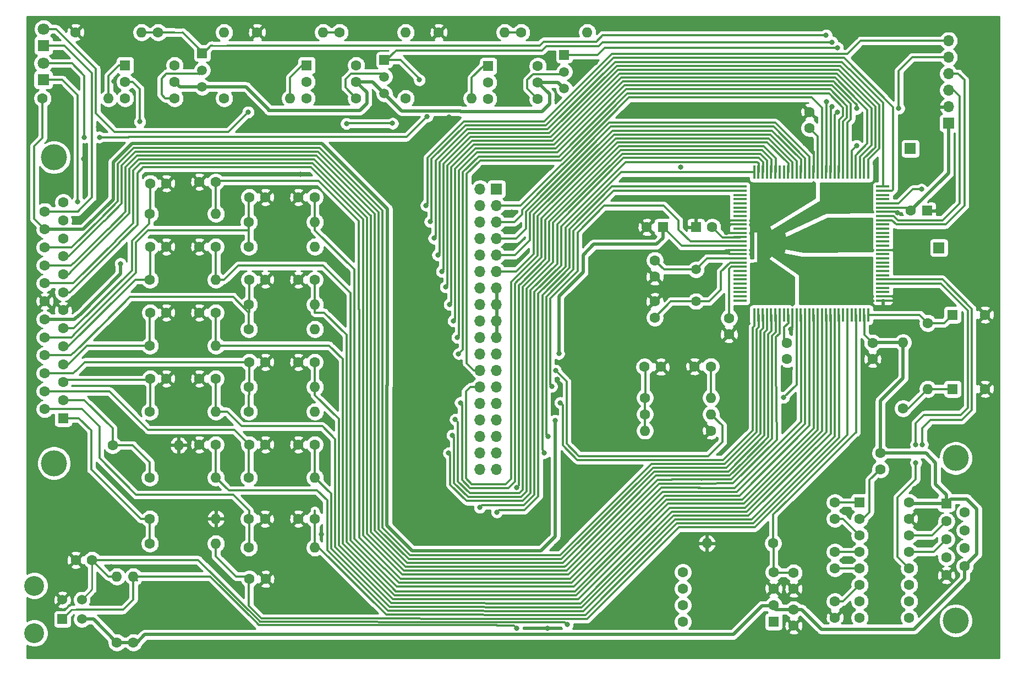
<source format=gbr>
%TF.GenerationSoftware,KiCad,Pcbnew,(5.1.6)-1*%
%TF.CreationDate,2021-08-21T14:57:10-07:00*%
%TF.ProjectId,BPEM488CW,4250454d-3438-4384-9357-2e6b69636164,rev?*%
%TF.SameCoordinates,Original*%
%TF.FileFunction,Copper,L1,Top*%
%TF.FilePolarity,Positive*%
%FSLAX46Y46*%
G04 Gerber Fmt 4.6, Leading zero omitted, Abs format (unit mm)*
G04 Created by KiCad (PCBNEW (5.1.6)-1) date 2021-08-21 14:57:10*
%MOMM*%
%LPD*%
G01*
G04 APERTURE LIST*
%TA.AperFunction,ComponentPad*%
%ADD10O,1.600000X1.600000*%
%TD*%
%TA.AperFunction,ComponentPad*%
%ADD11C,1.600000*%
%TD*%
%TA.AperFunction,ComponentPad*%
%ADD12C,1.800000*%
%TD*%
%TA.AperFunction,ComponentPad*%
%ADD13R,1.800000X1.800000*%
%TD*%
%TA.AperFunction,ComponentPad*%
%ADD14R,1.600000X1.600000*%
%TD*%
%TA.AperFunction,ComponentPad*%
%ADD15O,1.700000X1.700000*%
%TD*%
%TA.AperFunction,ComponentPad*%
%ADD16R,1.700000X1.700000*%
%TD*%
%TA.AperFunction,SMDPad,CuDef*%
%ADD17R,2.032000X0.381000*%
%TD*%
%TA.AperFunction,SMDPad,CuDef*%
%ADD18R,0.381000X2.032000*%
%TD*%
%TA.AperFunction,ComponentPad*%
%ADD19R,1.500000X1.500000*%
%TD*%
%TA.AperFunction,ComponentPad*%
%ADD20C,1.500000*%
%TD*%
%TA.AperFunction,ComponentPad*%
%ADD21C,4.000000*%
%TD*%
%TA.AperFunction,ComponentPad*%
%ADD22R,1.524000X1.524000*%
%TD*%
%TA.AperFunction,ComponentPad*%
%ADD23C,1.524000*%
%TD*%
%TA.AperFunction,ComponentPad*%
%ADD24C,3.048000*%
%TD*%
%TA.AperFunction,ViaPad*%
%ADD25C,0.800000*%
%TD*%
%TA.AperFunction,Conductor*%
%ADD26C,0.300000*%
%TD*%
%TA.AperFunction,Conductor*%
%ADD27C,0.508000*%
%TD*%
%TA.AperFunction,Conductor*%
%ADD28C,0.250000*%
%TD*%
%TA.AperFunction,Conductor*%
%ADD29C,0.254000*%
%TD*%
G04 APERTURE END LIST*
D10*
%TO.P,R229,2*%
%TO.N,GND*%
X88239600Y-118211600D03*
D11*
%TO.P,R229,1*%
%TO.N,/Inputs_RS232/EGO2*%
X78079600Y-118211600D03*
%TD*%
D12*
%TO.P,D2,2*%
%TO.N,Net-(D2-Pad2)*%
X67462400Y-54102000D03*
D13*
%TO.P,D2,1*%
%TO.N,/Inputs_RS232/CKP*%
X67462400Y-56642000D03*
%TD*%
D12*
%TO.P,D1,2*%
%TO.N,Net-(D1-Pad2)*%
X67411600Y-59385200D03*
D13*
%TO.P,D1,1*%
%TO.N,/Inputs_RS232/CMP*%
X67411600Y-61925200D03*
%TD*%
D11*
%TO.P,U201,8*%
%TO.N,Net-(U201-Pad8)*%
X165836600Y-145389600D03*
%TO.P,U201,7*%
%TO.N,Net-(U201-Pad7)*%
X165836600Y-142849600D03*
%TO.P,U201,6*%
%TO.N,Net-(U201-Pad6)*%
X165836600Y-140309600D03*
%TO.P,U201,5*%
%TO.N,Net-(U201-Pad5)*%
X165836600Y-137769600D03*
%TO.P,U201,4*%
%TO.N,PAD07*%
X179806600Y-137769600D03*
%TO.P,U201,3*%
%TO.N,GND*%
X179806600Y-140309600D03*
%TO.P,U201,2*%
%TO.N,VDD*%
X179806600Y-142849600D03*
D14*
%TO.P,U201,1*%
%TO.N,Net-(U201-Pad1)*%
X179806600Y-145389600D03*
%TD*%
D15*
%TO.P,U2,6*%
%TO.N,/CPU/CanL*%
X206705200Y-55905400D03*
%TO.P,U2,5*%
%TO.N,/CPU/CanH*%
X206705200Y-58445400D03*
%TO.P,U2,4*%
%TO.N,PM1*%
X206705200Y-60985400D03*
%TO.P,U2,3*%
%TO.N,PM0*%
X206705200Y-63525400D03*
%TO.P,U2,2*%
%TO.N,GND*%
X206705200Y-66065400D03*
D16*
%TO.P,U2,1*%
%TO.N,VDD*%
X206705200Y-68605400D03*
%TD*%
%TO.P,TP2,1*%
%TO.N,/CPU/PK7*%
X205232000Y-87782400D03*
%TD*%
%TO.P,TP1,1*%
%TO.N,/CPU/PK3*%
X200837800Y-72517000D03*
%TD*%
D17*
%TO.P,U1,112*%
%TO.N,/CPU/PP4*%
X196583300Y-78371700D03*
%TO.P,U1,111*%
%TO.N,/CPU/PP5*%
X196583300Y-79019400D03*
%TO.P,U1,110*%
%TO.N,Net-(U1-Pad110)*%
X196583300Y-79667100D03*
%TO.P,U1,109*%
%TO.N,Net-(U1-Pad109)*%
X196583300Y-80314800D03*
%TO.P,U1,108*%
%TO.N,/CPU/PK7*%
X196583300Y-80962500D03*
%TO.P,U1,107*%
%TO.N,VDD*%
X196583300Y-81622900D03*
%TO.P,U1,106*%
%TO.N,GND*%
X196583300Y-82270600D03*
%TO.P,U1,105*%
%TO.N,PM0*%
X196583300Y-82918300D03*
%TO.P,U1,104*%
%TO.N,PM1*%
X196583300Y-83566000D03*
%TO.P,U1,103*%
%TO.N,Net-(U1-Pad103)*%
X196583300Y-84213700D03*
%TO.P,U1,102*%
%TO.N,Net-(U1-Pad102)*%
X196583300Y-84874100D03*
%TO.P,U1,101*%
%TO.N,Net-(U1-Pad101)*%
X196583300Y-85521800D03*
%TO.P,U1,100*%
%TO.N,Net-(U1-Pad100)*%
X196583300Y-86169500D03*
%TO.P,U1,99*%
%TO.N,Net-(U1-Pad99)*%
X196583300Y-86817200D03*
%TO.P,U1,98*%
%TO.N,Net-(U1-Pad98)*%
X196583300Y-87477600D03*
%TO.P,U1,97*%
%TO.N,GND*%
X196583300Y-88125300D03*
%TO.P,U1,96*%
%TO.N,Net-(U1-Pad96)*%
X196583300Y-88773000D03*
%TO.P,U1,95*%
%TO.N,Net-(U1-Pad95)*%
X196583300Y-89420700D03*
%TO.P,U1,94*%
%TO.N,Net-(U1-Pad94)*%
X196583300Y-90081100D03*
%TO.P,U1,93*%
%TO.N,Net-(U1-Pad93)*%
X196583300Y-90728800D03*
%TO.P,U1,92*%
%TO.N,Net-(U1-Pad92)*%
X196583300Y-91376500D03*
%TO.P,U1,91*%
%TO.N,Net-(U1-Pad91)*%
X196583300Y-92024200D03*
%TO.P,U1,90*%
%TO.N,PS1*%
X196583300Y-92671900D03*
%TO.P,U1,89*%
%TO.N,PS0*%
X196583300Y-93332300D03*
%TO.P,U1,88*%
%TO.N,Net-(U1-Pad88)*%
X196583300Y-93980000D03*
%TO.P,U1,87*%
%TO.N,Net-(U1-Pad87)*%
X196583300Y-94627700D03*
%TO.P,U1,86*%
%TO.N,GND*%
X196583300Y-95275400D03*
%TO.P,U1,85*%
X196583300Y-95923100D03*
D18*
%TO.P,U1,84*%
%TO.N,Net-(C311-Pad1)*%
X194373500Y-98132900D03*
%TO.P,U1,83*%
%TO.N,VDD*%
X193725800Y-98132900D03*
%TO.P,U1,82*%
%TO.N,Net-(U1-Pad82)*%
X193078100Y-98132900D03*
%TO.P,U1,81*%
%TO.N,PAD07*%
X192430400Y-98132900D03*
%TO.P,U1,80*%
%TO.N,Net-(U1-Pad80)*%
X191782700Y-98132900D03*
%TO.P,U1,79*%
%TO.N,PAD06*%
X191122300Y-98132900D03*
%TO.P,U1,78*%
%TO.N,Net-(U1-Pad78)*%
X190474600Y-98132900D03*
%TO.P,U1,77*%
%TO.N,PAD05*%
X189826900Y-98132900D03*
%TO.P,U1,76*%
%TO.N,PAD12*%
X189179200Y-98132900D03*
%TO.P,U1,75*%
%TO.N,PAD04*%
X188531500Y-98132900D03*
%TO.P,U1,74*%
%TO.N,PAD11*%
X187871100Y-98132900D03*
%TO.P,U1,73*%
%TO.N,PAD03*%
X187223400Y-98132900D03*
%TO.P,U1,72*%
%TO.N,PAD10*%
X186575700Y-98132900D03*
%TO.P,U1,71*%
%TO.N,PAD02*%
X185928000Y-98132900D03*
%TO.P,U1,70*%
%TO.N,PAD09*%
X185267600Y-98132900D03*
%TO.P,U1,69*%
%TO.N,PAD01*%
X184619900Y-98132900D03*
%TO.P,U1,68*%
%TO.N,PAD08*%
X183972200Y-98132900D03*
%TO.P,U1,67*%
%TO.N,PAD00*%
X183324500Y-98132900D03*
%TO.P,U1,66*%
%TO.N,GND*%
X182664100Y-98132900D03*
%TO.P,U1,65*%
%TO.N,Net-(C304-Pad2)*%
X182016400Y-98132900D03*
%TO.P,U1,64*%
%TO.N,Net-(U1-Pad64)*%
X181368700Y-98132900D03*
%TO.P,U1,63*%
%TO.N,PA6*%
X180721000Y-98132900D03*
%TO.P,U1,62*%
%TO.N,PA5*%
X180073300Y-98132900D03*
%TO.P,U1,61*%
%TO.N,PA4*%
X179412900Y-98132900D03*
%TO.P,U1,60*%
%TO.N,PA3*%
X178765200Y-98132900D03*
%TO.P,U1,59*%
%TO.N,PA2*%
X178117500Y-98132900D03*
%TO.P,U1,58*%
%TO.N,PA1*%
X177469800Y-98132900D03*
%TO.P,U1,57*%
%TO.N,/CPU/PA0*%
X176822100Y-98132900D03*
D17*
%TO.P,U1,56*%
%TO.N,Net-(U1-Pad56)*%
X174612300Y-95923100D03*
%TO.P,U1,55*%
%TO.N,Net-(U1-Pad55)*%
X174612300Y-95275400D03*
%TO.P,U1,54*%
%TO.N,Net-(U1-Pad54)*%
X174612300Y-94627700D03*
%TO.P,U1,53*%
%TO.N,Net-(U1-Pad53)*%
X174612300Y-93980000D03*
%TO.P,U1,52*%
%TO.N,Net-(U1-Pad52)*%
X174612300Y-93332300D03*
%TO.P,U1,51*%
%TO.N,Net-(U1-Pad51)*%
X174612300Y-92671900D03*
%TO.P,U1,50*%
%TO.N,Net-(U1-Pad50)*%
X174612300Y-92024200D03*
%TO.P,U1,49*%
%TO.N,Net-(U1-Pad49)*%
X174612300Y-91376500D03*
%TO.P,U1,48*%
%TO.N,Net-(C310-Pad1)*%
X174612300Y-90728800D03*
%TO.P,U1,47*%
%TO.N,Net-(C302-Pad2)*%
X174612300Y-90081100D03*
%TO.P,U1,46*%
%TO.N,Net-(C301-Pad2)*%
X174612300Y-89420700D03*
%TO.P,U1,45*%
%TO.N,GND*%
X174612300Y-88773000D03*
%TO.P,U1,44*%
X174612300Y-88125300D03*
%TO.P,U1,43*%
%TO.N,VDD*%
X174612300Y-87477600D03*
%TO.P,U1,42*%
%TO.N,/CPU/RESET*%
X174612300Y-86817200D03*
%TO.P,U1,41*%
%TO.N,VDD*%
X174612300Y-86169500D03*
%TO.P,U1,40*%
%TO.N,GND*%
X174612300Y-85521800D03*
%TO.P,U1,39*%
%TO.N,Net-(U1-Pad39)*%
X174612300Y-84874100D03*
%TO.P,U1,38*%
%TO.N,GND*%
X174612300Y-84213700D03*
%TO.P,U1,37*%
X174612300Y-83566000D03*
%TO.P,U1,36*%
%TO.N,Net-(U1-Pad36)*%
X174612300Y-82918300D03*
%TO.P,U1,35*%
%TO.N,Net-(U1-Pad35)*%
X174612300Y-82270600D03*
%TO.P,U1,34*%
%TO.N,Net-(U1-Pad34)*%
X174612300Y-81622900D03*
%TO.P,U1,33*%
%TO.N,Net-(U1-Pad33)*%
X174612300Y-80962500D03*
%TO.P,U1,32*%
%TO.N,Net-(U1-Pad32)*%
X174612300Y-80314800D03*
%TO.P,U1,31*%
%TO.N,Net-(U1-Pad31)*%
X174612300Y-79667100D03*
%TO.P,U1,30*%
%TO.N,/CPU/PB6*%
X174612300Y-79019400D03*
%TO.P,U1,29*%
%TO.N,/CPU/PB5*%
X174612300Y-78371700D03*
D18*
%TO.P,U1,28*%
%TO.N,/CPU/PB4*%
X176822100Y-76161900D03*
%TO.P,U1,27*%
%TO.N,/CPU/PB3*%
X177469800Y-76161900D03*
%TO.P,U1,26*%
%TO.N,/CPU/PB2*%
X178117500Y-76161900D03*
%TO.P,U1,25*%
%TO.N,/CPU/PB1*%
X178765200Y-76161900D03*
%TO.P,U1,24*%
%TO.N,/CPU/PB0*%
X179412900Y-76161900D03*
%TO.P,U1,23*%
%TO.N,Net-(J301-Pad1)*%
X180073300Y-76161900D03*
%TO.P,U1,22*%
%TO.N,Net-(U1-Pad22)*%
X180721000Y-76161900D03*
%TO.P,U1,21*%
%TO.N,Net-(U1-Pad21)*%
X181368700Y-76161900D03*
%TO.P,U1,20*%
%TO.N,/CPU/PK4*%
X182016400Y-76161900D03*
%TO.P,U1,19*%
%TO.N,/CPU/PK5*%
X182664100Y-76161900D03*
%TO.P,U1,18*%
%TO.N,/CPU/PT7*%
X183324500Y-76161900D03*
%TO.P,U1,17*%
%TO.N,/CPU/PT6*%
X183972200Y-76161900D03*
%TO.P,U1,16*%
%TO.N,/CPU/PT5*%
X184619900Y-76161900D03*
%TO.P,U1,15*%
%TO.N,/CPU/PT4*%
X185267600Y-76161900D03*
%TO.P,U1,14*%
%TO.N,GND*%
X185928000Y-76161900D03*
%TO.P,U1,13*%
%TO.N,Net-(C303-Pad2)*%
X186575700Y-76161900D03*
%TO.P,U1,12*%
%TO.N,/CPU/PT3*%
X187223400Y-76161900D03*
%TO.P,U1,11*%
%TO.N,PT2*%
X187871100Y-76161900D03*
%TO.P,U1,10*%
%TO.N,PT1*%
X188531500Y-76161900D03*
%TO.P,U1,9*%
%TO.N,PT0*%
X189179200Y-76161900D03*
%TO.P,U1,8*%
%TO.N,/CPU/PK0*%
X189826900Y-76161900D03*
%TO.P,U1,7*%
%TO.N,/CPU/PK1*%
X190474600Y-76161900D03*
%TO.P,U1,6*%
%TO.N,/CPU/PK2*%
X191122300Y-76161900D03*
%TO.P,U1,5*%
%TO.N,/CPU/PK3*%
X191782700Y-76161900D03*
%TO.P,U1,4*%
%TO.N,/CPU/PP0*%
X192430400Y-76161900D03*
%TO.P,U1,3*%
%TO.N,/CPU/PP1*%
X193078100Y-76161900D03*
%TO.P,U1,2*%
%TO.N,/CPU/PP2*%
X193725800Y-76161900D03*
%TO.P,U1,1*%
%TO.N,/CPU/PP3*%
X194373500Y-76161900D03*
%TD*%
D19*
%TO.P,Q203,1*%
%TO.N,PT2*%
X91871800Y-57835800D03*
D20*
%TO.P,Q203,3*%
%TO.N,VDD*%
X91871800Y-63035800D03*
%TO.P,Q203,2*%
%TO.N,Net-(Q203-Pad2)*%
X91871800Y-60435800D03*
%TD*%
D19*
%TO.P,Q202,1*%
%TO.N,PT1*%
X119888000Y-58851800D03*
D20*
%TO.P,Q202,3*%
%TO.N,VDD*%
X119888000Y-64051800D03*
%TO.P,Q202,2*%
%TO.N,Net-(Q202-Pad2)*%
X119888000Y-61451800D03*
%TD*%
D19*
%TO.P,Q201,1*%
%TO.N,PT0*%
X147574000Y-58089800D03*
D20*
%TO.P,Q201,3*%
%TO.N,VDD*%
X147574000Y-63289800D03*
%TO.P,Q201,2*%
%TO.N,Net-(Q201-Pad2)*%
X147574000Y-60689800D03*
%TD*%
D11*
%TO.P,R226,1*%
%TO.N,+8V*%
X95250000Y-64770000D03*
D10*
%TO.P,R226,2*%
%TO.N,Net-(R226-Pad2)*%
X105410000Y-64770000D03*
%TD*%
D21*
%TO.P,J202,0*%
%TO.N,N/C*%
X69065000Y-120976000D03*
X69065000Y-73876000D03*
D11*
%TO.P,J202,25*%
%TO.N,/Inputs_RS232/CKP*%
X67645000Y-82191000D03*
%TO.P,J202,24*%
%TO.N,+8V*%
X67645000Y-84961000D03*
%TO.P,J202,23*%
%TO.N,PA1*%
X67645000Y-87731000D03*
%TO.P,J202,22*%
%TO.N,PA3*%
X67645000Y-90501000D03*
%TO.P,J202,21*%
%TO.N,PA5*%
X67645000Y-93271000D03*
%TO.P,J202,20*%
%TO.N,GND*%
X67645000Y-96041000D03*
%TO.P,J202,19*%
%TO.N,VDD*%
X67645000Y-98811000D03*
%TO.P,J202,18*%
%TO.N,/Inputs_RS232/CLT*%
X67645000Y-101581000D03*
%TO.P,J202,17*%
%TO.N,/Inputs_RS232/MAT*%
X67645000Y-104351000D03*
%TO.P,J202,16*%
%TO.N,/Inputs_RS232/PAD03in*%
X67645000Y-107121000D03*
%TO.P,J202,15*%
%TO.N,/Inputs_RS232/MAP*%
X67645000Y-109891000D03*
%TO.P,J202,14*%
%TO.N,/Inputs_RS232/TPS*%
X67645000Y-112661000D03*
%TO.P,J202,13*%
%TO.N,/Inputs_RS232/VSPD*%
X70485000Y-80806000D03*
%TO.P,J202,12*%
%TO.N,/Inputs_RS232/CMP*%
X70485000Y-83576000D03*
%TO.P,J202,11*%
%TO.N,GND*%
X70485000Y-86346000D03*
%TO.P,J202,10*%
%TO.N,PA2*%
X70485000Y-89116000D03*
%TO.P,J202,9*%
%TO.N,PA4*%
X70485000Y-91886000D03*
%TO.P,J202,8*%
%TO.N,PA6*%
X70485000Y-94656000D03*
%TO.P,J202,7*%
%TO.N,GND*%
X70485000Y-97426000D03*
%TO.P,J202,6*%
%TO.N,/Inputs_RS232/EOP*%
X70485000Y-100196000D03*
%TO.P,J202,5*%
%TO.N,/Inputs_RS232/EFP*%
X70485000Y-102966000D03*
%TO.P,J202,4*%
%TO.N,/Inputs_RS232/Itrm*%
X70485000Y-105736000D03*
%TO.P,J202,3*%
%TO.N,/Inputs_RS232/Ftrm*%
X70485000Y-108506000D03*
%TO.P,J202,2*%
%TO.N,/Inputs_RS232/EGO2*%
X70485000Y-111276000D03*
D14*
%TO.P,J202,1*%
%TO.N,/Inputs_RS232/EGO1*%
X70485000Y-114046000D03*
%TD*%
D21*
%TO.P,J201,0*%
%TO.N,N/C*%
X207795000Y-120200000D03*
X207795000Y-145200000D03*
D11*
%TO.P,J201,9*%
%TO.N,VDD*%
X209215000Y-136855000D03*
%TO.P,J201,8*%
%TO.N,Net-(J201-Pad8)*%
X209215000Y-134085000D03*
%TO.P,J201,7*%
%TO.N,Net-(J201-Pad7)*%
X209215000Y-131315000D03*
%TO.P,J201,6*%
%TO.N,Net-(J201-Pad6)*%
X209215000Y-128545000D03*
%TO.P,J201,5*%
%TO.N,GND*%
X206375000Y-138240000D03*
%TO.P,J201,4*%
%TO.N,Net-(J201-Pad4)*%
X206375000Y-135470000D03*
%TO.P,J201,3*%
%TO.N,Net-(J201-Pad3)*%
X206375000Y-132700000D03*
%TO.P,J201,2*%
%TO.N,Net-(J201-Pad2)*%
X206375000Y-129930000D03*
D14*
%TO.P,J201,1*%
%TO.N,VDD*%
X206375000Y-127160000D03*
%TD*%
D10*
%TO.P,R211,2*%
%TO.N,PAD05*%
X109220000Y-133985000D03*
D11*
%TO.P,R211,1*%
%TO.N,/Inputs_RS232/TPS*%
X99060000Y-133985000D03*
%TD*%
%TO.P,C232,1*%
%TO.N,Net-(C232-Pad1)*%
X196215000Y-121920000D03*
%TO.P,C232,2*%
%TO.N,VDD*%
X196215000Y-119420000D03*
%TD*%
%TO.P,C231,2*%
%TO.N,Net-(C231-Pad2)*%
X189230000Y-134660000D03*
%TO.P,C231,1*%
%TO.N,Net-(C231-Pad1)*%
X189230000Y-137160000D03*
%TD*%
%TO.P,U205,9*%
%TO.N,Net-(U205-Pad9)*%
X200660000Y-144780000D03*
%TO.P,U205,8*%
%TO.N,Net-(U205-Pad8)*%
X193040000Y-144780000D03*
%TO.P,U205,16*%
%TO.N,VDD*%
X200660000Y-127000000D03*
%TO.P,U205,15*%
%TO.N,GND*%
X200660000Y-129540000D03*
%TO.P,U205,14*%
%TO.N,Net-(J201-Pad2)*%
X200660000Y-132080000D03*
%TO.P,U205,13*%
%TO.N,Net-(J201-Pad3)*%
X200660000Y-134620000D03*
%TO.P,U205,12*%
%TO.N,PS0*%
X200660000Y-137160000D03*
%TO.P,U205,11*%
%TO.N,PS1*%
X200660000Y-139700000D03*
%TO.P,U205,10*%
%TO.N,Net-(U205-Pad10)*%
X200660000Y-142240000D03*
%TO.P,U205,7*%
%TO.N,Net-(U205-Pad7)*%
X193040000Y-142240000D03*
%TO.P,U205,6*%
%TO.N,Net-(C233-Pad2)*%
X193040000Y-139700000D03*
%TO.P,U205,5*%
%TO.N,Net-(C231-Pad1)*%
X193040000Y-137160000D03*
%TO.P,U205,4*%
%TO.N,Net-(C231-Pad2)*%
X193040000Y-134620000D03*
%TO.P,U205,3*%
%TO.N,Net-(C230-Pad1)*%
X193040000Y-132080000D03*
%TO.P,U205,2*%
%TO.N,Net-(C232-Pad1)*%
X193040000Y-129540000D03*
D14*
%TO.P,U205,1*%
%TO.N,Net-(C230-Pad2)*%
X193040000Y-127000000D03*
%TD*%
D11*
%TO.P,C303,2*%
%TO.N,Net-(C303-Pad2)*%
X185320000Y-69368000D03*
%TO.P,C303,1*%
%TO.N,GND*%
X185320000Y-66868000D03*
%TD*%
%TO.P,C307,2*%
%TO.N,VDD*%
X170355000Y-84613000D03*
D14*
%TO.P,C307,1*%
%TO.N,GND*%
X167855000Y-84613000D03*
%TD*%
D20*
%TO.P,Y301,2*%
%TO.N,Net-(C301-Pad2)*%
X167855000Y-91163000D03*
%TO.P,Y301,1*%
%TO.N,Net-(C302-Pad2)*%
X167855000Y-96043000D03*
%TD*%
D11*
%TO.P,U204,6*%
%TO.N,Net-(U204-Pad6)*%
X87630000Y-59690000D03*
%TO.P,U204,5*%
%TO.N,VDD*%
X87630000Y-62230000D03*
%TO.P,U204,4*%
%TO.N,Net-(Q203-Pad2)*%
X87630000Y-64770000D03*
%TO.P,U204,3*%
%TO.N,Net-(U204-Pad3)*%
X80010000Y-64770000D03*
%TO.P,U204,2*%
%TO.N,/Inputs_RS232/VSPD*%
X80010000Y-62230000D03*
D14*
%TO.P,U204,1*%
%TO.N,Net-(R227-Pad2)*%
X80010000Y-59690000D03*
%TD*%
D11*
%TO.P,U203,6*%
%TO.N,Net-(U203-Pad6)*%
X115570000Y-59690000D03*
%TO.P,U203,5*%
%TO.N,VDD*%
X115570000Y-62230000D03*
%TO.P,U203,4*%
%TO.N,Net-(Q202-Pad2)*%
X115570000Y-64770000D03*
%TO.P,U203,3*%
%TO.N,Net-(U203-Pad3)*%
X107950000Y-64770000D03*
%TO.P,U203,2*%
%TO.N,Net-(D2-Pad2)*%
X107950000Y-62230000D03*
D14*
%TO.P,U203,1*%
%TO.N,Net-(R226-Pad2)*%
X107950000Y-59690000D03*
%TD*%
D11*
%TO.P,U202,6*%
%TO.N,Net-(U202-Pad6)*%
X143510000Y-59817000D03*
%TO.P,U202,5*%
%TO.N,VDD*%
X143510000Y-62357000D03*
%TO.P,U202,4*%
%TO.N,Net-(Q201-Pad2)*%
X143510000Y-64897000D03*
%TO.P,U202,3*%
%TO.N,Net-(U202-Pad3)*%
X135890000Y-64897000D03*
%TO.P,U202,2*%
%TO.N,Net-(D1-Pad2)*%
X135890000Y-62357000D03*
D14*
%TO.P,U202,1*%
%TO.N,Net-(R225-Pad2)*%
X135890000Y-59817000D03*
%TD*%
D10*
%TO.P,R304,2*%
%TO.N,VDD*%
X199715000Y-102393000D03*
D11*
%TO.P,R304,1*%
%TO.N,Net-(C312-Pad1)*%
X199715000Y-112553000D03*
%TD*%
D10*
%TO.P,R303,2*%
%TO.N,Net-(C312-Pad1)*%
X203525000Y-109543000D03*
D11*
%TO.P,R303,1*%
%TO.N,Net-(C311-Pad1)*%
X203525000Y-99383000D03*
%TD*%
D10*
%TO.P,R302,2*%
%TO.N,/CPU/RESET*%
X78740000Y-138430000D03*
D11*
%TO.P,R302,1*%
%TO.N,VDD*%
X78740000Y-148590000D03*
%TD*%
D10*
%TO.P,R301,2*%
%TO.N,Net-(J301-Pad1)*%
X81280000Y-138430000D03*
D11*
%TO.P,R301,1*%
%TO.N,VDD*%
X81280000Y-148590000D03*
%TD*%
D10*
%TO.P,R225,2*%
%TO.N,Net-(R225-Pad2)*%
X133350000Y-64770000D03*
D11*
%TO.P,R225,1*%
%TO.N,+8V*%
X123190000Y-64770000D03*
%TD*%
D10*
%TO.P,R214,2*%
%TO.N,Net-(C209-Pad2)*%
X160000000Y-115976000D03*
D11*
%TO.P,R214,1*%
%TO.N,GND*%
X170160000Y-115976000D03*
%TD*%
D10*
%TO.P,R204,2*%
%TO.N,VDD*%
X109220000Y-87630000D03*
D11*
%TO.P,R204,1*%
%TO.N,/Inputs_RS232/CLT*%
X99060000Y-87630000D03*
%TD*%
D10*
%TO.P,R203,2*%
%TO.N,PAD00*%
X170160000Y-110896000D03*
D11*
%TO.P,R203,1*%
%TO.N,Net-(C209-Pad2)*%
X160000000Y-110896000D03*
%TD*%
D10*
%TO.P,R202,2*%
%TO.N,+BATT*%
X170160000Y-113436000D03*
D11*
%TO.P,R202,1*%
%TO.N,Net-(C209-Pad2)*%
X160000000Y-113436000D03*
%TD*%
D10*
%TO.P,R201,2*%
%TO.N,GND*%
X169545000Y-133324600D03*
D11*
%TO.P,R201,1*%
%TO.N,PAD07*%
X179705000Y-133324600D03*
%TD*%
D15*
%TO.P,J302,36*%
%TO.N,/CPU/PB3*%
X134620000Y-121920000D03*
%TO.P,J302,35*%
%TO.N,/CPU/PB4*%
X137160000Y-121920000D03*
%TO.P,J302,34*%
%TO.N,/CPU/PB2*%
X134620000Y-119380000D03*
%TO.P,J302,33*%
%TO.N,/CPU/PB5*%
X137160000Y-119380000D03*
%TO.P,J302,32*%
%TO.N,/CPU/PB1*%
X134620000Y-116840000D03*
%TO.P,J302,31*%
%TO.N,/CPU/PB6*%
X137160000Y-116840000D03*
%TO.P,J302,30*%
%TO.N,/CPU/PB0*%
X134620000Y-114300000D03*
%TO.P,J302,29*%
%TO.N,+8V*%
X137160000Y-114300000D03*
%TO.P,J302,28*%
%TO.N,/CPU/PK4*%
X134620000Y-111760000D03*
%TO.P,J302,27*%
%TO.N,/CPU/PA0*%
X137160000Y-111760000D03*
%TO.P,J302,26*%
%TO.N,/CPU/PK5*%
X134620000Y-109220000D03*
%TO.P,J302,25*%
%TO.N,/CPU/RESET*%
X137160000Y-109220000D03*
%TO.P,J302,24*%
%TO.N,/CPU/PK0*%
X134620000Y-106680000D03*
%TO.P,J302,23*%
%TO.N,+BATT*%
X137160000Y-106680000D03*
%TO.P,J302,22*%
%TO.N,/CPU/PK1*%
X134620000Y-104140000D03*
%TO.P,J302,21*%
%TO.N,VDD*%
X137160000Y-104140000D03*
%TO.P,J302,20*%
%TO.N,/CPU/PK2*%
X134620000Y-101600000D03*
%TO.P,J302,19*%
%TO.N,GND*%
X137160000Y-101600000D03*
%TO.P,J302,18*%
%TO.N,/CPU/CanH*%
X134620000Y-99060000D03*
%TO.P,J302,17*%
%TO.N,GND*%
X137160000Y-99060000D03*
%TO.P,J302,16*%
%TO.N,/CPU/PP0*%
X134620000Y-96520000D03*
%TO.P,J302,15*%
%TO.N,GND*%
X137160000Y-96520000D03*
%TO.P,J302,14*%
%TO.N,/CPU/PP1*%
X134620000Y-93980000D03*
%TO.P,J302,13*%
%TO.N,GND*%
X137160000Y-93980000D03*
%TO.P,J302,12*%
%TO.N,/CPU/PP2*%
X134620000Y-91440000D03*
%TO.P,J302,11*%
%TO.N,/CPU/PT7*%
X137160000Y-91440000D03*
%TO.P,J302,10*%
%TO.N,/CPU/PP3*%
X134620000Y-88900000D03*
%TO.P,J302,9*%
%TO.N,/CPU/PT6*%
X137160000Y-88900000D03*
%TO.P,J302,8*%
%TO.N,/CPU/PP4*%
X134620000Y-86360000D03*
%TO.P,J302,7*%
%TO.N,/CPU/PT5*%
X137160000Y-86360000D03*
%TO.P,J302,6*%
%TO.N,/CPU/PP5*%
X134620000Y-83820000D03*
%TO.P,J302,5*%
%TO.N,/CPU/PT4*%
X137160000Y-83820000D03*
%TO.P,J302,4*%
%TO.N,/CPU/CanL*%
X134620000Y-81280000D03*
%TO.P,J302,3*%
%TO.N,/CPU/PT3*%
X137160000Y-81280000D03*
%TO.P,J302,2*%
%TO.N,PT1*%
X134620000Y-78740000D03*
D16*
%TO.P,J302,1*%
%TO.N,PT0*%
X137160000Y-78740000D03*
%TD*%
D22*
%TO.P,J301,1*%
%TO.N,Net-(J301-Pad1)*%
X70358000Y-145010000D03*
D23*
%TO.P,J301,2*%
%TO.N,GND*%
X70358000Y-142010000D03*
D24*
%TO.P,J301,*%
%TO.N,*%
X66038000Y-147170000D03*
X66038000Y-139850000D03*
D23*
%TO.P,J301,3*%
%TO.N,VDD*%
X73358000Y-145010000D03*
%TO.P,J301,4*%
%TO.N,/CPU/RESET*%
X73358000Y-142010000D03*
%TD*%
D11*
%TO.P,C312,2*%
%TO.N,GND*%
X212335000Y-109543000D03*
D14*
%TO.P,C312,1*%
%TO.N,Net-(C312-Pad1)*%
X207335000Y-109543000D03*
%TD*%
D11*
%TO.P,C311,2*%
%TO.N,GND*%
X212335000Y-98113000D03*
D14*
%TO.P,C311,1*%
%TO.N,Net-(C311-Pad1)*%
X207335000Y-98113000D03*
%TD*%
D11*
%TO.P,C310,2*%
%TO.N,GND*%
X172935000Y-101118000D03*
%TO.P,C310,1*%
%TO.N,Net-(C310-Pad1)*%
X172935000Y-98618000D03*
%TD*%
%TO.P,C309,2*%
%TO.N,GND*%
X160275000Y-84613000D03*
D14*
%TO.P,C309,1*%
%TO.N,VDD*%
X162775000Y-84613000D03*
%TD*%
D11*
%TO.P,C308,2*%
%TO.N,GND*%
X72430000Y-135890000D03*
%TO.P,C308,1*%
%TO.N,/CPU/RESET*%
X74930000Y-135890000D03*
%TD*%
%TO.P,C306,2*%
%TO.N,VDD*%
X200915000Y-82073000D03*
D14*
%TO.P,C306,1*%
%TO.N,GND*%
X203415000Y-82073000D03*
%TD*%
D11*
%TO.P,C305,2*%
%TO.N,VDD*%
X195005000Y-102433000D03*
%TO.P,C305,1*%
%TO.N,GND*%
X195005000Y-104933000D03*
%TD*%
%TO.P,C304,2*%
%TO.N,Net-(C304-Pad2)*%
X181855000Y-102433000D03*
%TO.P,C304,1*%
%TO.N,GND*%
X181855000Y-104933000D03*
%TD*%
%TO.P,C302,2*%
%TO.N,Net-(C302-Pad2)*%
X161505000Y-98543000D03*
%TO.P,C302,1*%
%TO.N,GND*%
X161505000Y-96043000D03*
%TD*%
%TO.P,C301,2*%
%TO.N,Net-(C301-Pad2)*%
X161505000Y-89733000D03*
%TO.P,C301,1*%
%TO.N,GND*%
X161505000Y-92233000D03*
%TD*%
%TO.P,C218,2*%
%TO.N,GND*%
X182880000Y-146010000D03*
%TO.P,C218,1*%
%TO.N,VDD*%
X182880000Y-143510000D03*
%TD*%
%TO.P,C217,2*%
%TO.N,PAD07*%
X182880000Y-137835000D03*
%TO.P,C217,1*%
%TO.N,GND*%
X182880000Y-140335000D03*
%TD*%
%TO.P,C212,2*%
%TO.N,/Inputs_RS232/PAD03in*%
X99100000Y-105410000D03*
%TO.P,C212,1*%
%TO.N,GND*%
X101600000Y-105410000D03*
%TD*%
%TO.P,C211,2*%
%TO.N,/Inputs_RS232/MAT*%
X99100000Y-92710000D03*
%TO.P,C211,1*%
%TO.N,GND*%
X101600000Y-92710000D03*
%TD*%
%TO.P,C210,2*%
%TO.N,/Inputs_RS232/CLT*%
X99100000Y-80010000D03*
%TO.P,C210,1*%
%TO.N,GND*%
X101600000Y-80010000D03*
%TD*%
%TO.P,C209,2*%
%TO.N,Net-(C209-Pad2)*%
X159940000Y-106136000D03*
%TO.P,C209,1*%
%TO.N,GND*%
X162440000Y-106136000D03*
%TD*%
%TO.P,C204,2*%
%TO.N,PAD03*%
X109180000Y-105410000D03*
%TO.P,C204,1*%
%TO.N,GND*%
X106680000Y-105410000D03*
%TD*%
%TO.P,C203,2*%
%TO.N,PAD02*%
X109180000Y-92710000D03*
%TO.P,C203,1*%
%TO.N,GND*%
X106680000Y-92710000D03*
%TD*%
%TO.P,C202,2*%
%TO.N,PAD01*%
X109180000Y-80010000D03*
%TO.P,C202,1*%
%TO.N,GND*%
X106680000Y-80010000D03*
%TD*%
%TO.P,C201,2*%
%TO.N,PAD00*%
X170120000Y-106070000D03*
%TO.P,C201,1*%
%TO.N,GND*%
X167620000Y-106070000D03*
%TD*%
%TO.P,C205,2*%
%TO.N,PAD04*%
X109180000Y-118110000D03*
%TO.P,C205,1*%
%TO.N,GND*%
X106680000Y-118110000D03*
%TD*%
%TO.P,C206,1*%
%TO.N,GND*%
X106680000Y-129540000D03*
%TO.P,C206,2*%
%TO.N,PAD05*%
X109180000Y-129540000D03*
%TD*%
%TO.P,C207,2*%
%TO.N,PAD06*%
X99120000Y-138800000D03*
%TO.P,C207,1*%
%TO.N,GND*%
X101620000Y-138800000D03*
%TD*%
%TO.P,C208,1*%
%TO.N,GND*%
X91440000Y-77650000D03*
%TO.P,C208,2*%
%TO.N,PAD08*%
X93940000Y-77650000D03*
%TD*%
%TO.P,C213,1*%
%TO.N,GND*%
X101600000Y-118110000D03*
%TO.P,C213,2*%
%TO.N,/Inputs_RS232/MAP*%
X99100000Y-118110000D03*
%TD*%
%TO.P,C214,2*%
%TO.N,/Inputs_RS232/TPS*%
X99060000Y-129540000D03*
%TO.P,C214,1*%
%TO.N,GND*%
X101560000Y-129540000D03*
%TD*%
%TO.P,C216,1*%
%TO.N,GND*%
X86360000Y-77880000D03*
%TO.P,C216,2*%
%TO.N,/Inputs_RS232/EOP*%
X83860000Y-77880000D03*
%TD*%
%TO.P,C219,2*%
%TO.N,PAD09*%
X93940000Y-87630000D03*
%TO.P,C219,1*%
%TO.N,GND*%
X91440000Y-87630000D03*
%TD*%
%TO.P,C220,1*%
%TO.N,GND*%
X91440000Y-97790000D03*
%TO.P,C220,2*%
%TO.N,PAD10*%
X93940000Y-97790000D03*
%TD*%
%TO.P,C221,2*%
%TO.N,PAD11*%
X93940000Y-107950000D03*
%TO.P,C221,1*%
%TO.N,GND*%
X91440000Y-107950000D03*
%TD*%
%TO.P,C222,1*%
%TO.N,GND*%
X91440000Y-118110000D03*
%TO.P,C222,2*%
%TO.N,PAD12*%
X93940000Y-118110000D03*
%TD*%
%TO.P,C223,2*%
%TO.N,/Inputs_RS232/EFP*%
X83860000Y-87630000D03*
%TO.P,C223,1*%
%TO.N,GND*%
X86360000Y-87630000D03*
%TD*%
%TO.P,C224,1*%
%TO.N,GND*%
X86360000Y-97790000D03*
%TO.P,C224,2*%
%TO.N,/Inputs_RS232/Itrm*%
X83860000Y-97790000D03*
%TD*%
%TO.P,C225,2*%
%TO.N,/Inputs_RS232/Ftrm*%
X83860000Y-107950000D03*
%TO.P,C225,1*%
%TO.N,GND*%
X86360000Y-107950000D03*
%TD*%
%TO.P,C230,1*%
%TO.N,Net-(C230-Pad1)*%
X189230000Y-129540000D03*
%TO.P,C230,2*%
%TO.N,Net-(C230-Pad2)*%
X189230000Y-127040000D03*
%TD*%
%TO.P,C233,2*%
%TO.N,Net-(C233-Pad2)*%
X189230000Y-142280000D03*
%TO.P,C233,1*%
%TO.N,GND*%
X189230000Y-144780000D03*
%TD*%
%TO.P,R205,1*%
%TO.N,/Inputs_RS232/CLT*%
X99060000Y-83820000D03*
D10*
%TO.P,R205,2*%
%TO.N,PAD01*%
X109220000Y-83820000D03*
%TD*%
%TO.P,R206,2*%
%TO.N,VDD*%
X109220000Y-100330000D03*
D11*
%TO.P,R206,1*%
%TO.N,/Inputs_RS232/MAT*%
X99060000Y-100330000D03*
%TD*%
D10*
%TO.P,R207,2*%
%TO.N,PAD02*%
X109220000Y-96520000D03*
D11*
%TO.P,R207,1*%
%TO.N,/Inputs_RS232/MAT*%
X99060000Y-96520000D03*
%TD*%
D10*
%TO.P,R208,2*%
%TO.N,VDD*%
X109220000Y-113030000D03*
D11*
%TO.P,R208,1*%
%TO.N,/Inputs_RS232/PAD03in*%
X99060000Y-113030000D03*
%TD*%
%TO.P,R209,1*%
%TO.N,/Inputs_RS232/PAD03in*%
X99060000Y-109220000D03*
D10*
%TO.P,R209,2*%
%TO.N,PAD03*%
X109220000Y-109220000D03*
%TD*%
D11*
%TO.P,R210,1*%
%TO.N,/Inputs_RS232/MAP*%
X99060000Y-123190000D03*
D10*
%TO.P,R210,2*%
%TO.N,PAD04*%
X109220000Y-123190000D03*
%TD*%
D11*
%TO.P,R212,1*%
%TO.N,/Inputs_RS232/EGO1*%
X83820000Y-133350000D03*
D10*
%TO.P,R212,2*%
%TO.N,PAD06*%
X93980000Y-133350000D03*
%TD*%
%TO.P,R213,2*%
%TO.N,PAD08*%
X93980000Y-82550000D03*
D11*
%TO.P,R213,1*%
%TO.N,/Inputs_RS232/EOP*%
X83820000Y-82550000D03*
%TD*%
D10*
%TO.P,R215,2*%
%TO.N,PAD09*%
X93980000Y-92710000D03*
D11*
%TO.P,R215,1*%
%TO.N,/Inputs_RS232/EFP*%
X83820000Y-92710000D03*
%TD*%
%TO.P,R216,1*%
%TO.N,/Inputs_RS232/Itrm*%
X83820000Y-102870000D03*
D10*
%TO.P,R216,2*%
%TO.N,PAD10*%
X93980000Y-102870000D03*
%TD*%
%TO.P,R217,2*%
%TO.N,PAD11*%
X93980000Y-113030000D03*
D11*
%TO.P,R217,1*%
%TO.N,/Inputs_RS232/Ftrm*%
X83820000Y-113030000D03*
%TD*%
%TO.P,R218,1*%
%TO.N,/Inputs_RS232/EGO2*%
X83820000Y-123190000D03*
D10*
%TO.P,R218,2*%
%TO.N,PAD12*%
X93980000Y-123190000D03*
%TD*%
D11*
%TO.P,R219,1*%
%TO.N,PT0*%
X140970000Y-54610000D03*
D10*
%TO.P,R219,2*%
%TO.N,Net-(Q201-Pad2)*%
X151130000Y-54610000D03*
%TD*%
%TO.P,R220,2*%
%TO.N,Net-(Q202-Pad2)*%
X123190000Y-54610000D03*
D11*
%TO.P,R220,1*%
%TO.N,PT1*%
X113030000Y-54610000D03*
%TD*%
%TO.P,R221,1*%
%TO.N,PT2*%
X85090000Y-54610000D03*
D10*
%TO.P,R221,2*%
%TO.N,Net-(Q203-Pad2)*%
X95250000Y-54610000D03*
%TD*%
%TO.P,R222,2*%
%TO.N,PT0*%
X138430000Y-54610000D03*
D11*
%TO.P,R222,1*%
%TO.N,GND*%
X128270000Y-54610000D03*
%TD*%
%TO.P,R223,1*%
%TO.N,GND*%
X100330000Y-54610000D03*
D10*
%TO.P,R223,2*%
%TO.N,PT1*%
X110490000Y-54610000D03*
%TD*%
%TO.P,R224,2*%
%TO.N,PT2*%
X82550000Y-54610000D03*
D11*
%TO.P,R224,1*%
%TO.N,GND*%
X72390000Y-54610000D03*
%TD*%
D10*
%TO.P,R227,2*%
%TO.N,Net-(R227-Pad2)*%
X77470000Y-64770000D03*
D11*
%TO.P,R227,1*%
%TO.N,+8V*%
X67310000Y-64770000D03*
%TD*%
%TO.P,R228,1*%
%TO.N,/Inputs_RS232/EGO1*%
X83820000Y-129540000D03*
D10*
%TO.P,R228,2*%
%TO.N,GND*%
X93980000Y-129540000D03*
%TD*%
D25*
%TO.N,PAD00*%
X181340000Y-110850000D03*
%TO.N,GND*%
X184650000Y-71708000D03*
X182460000Y-100328000D03*
X198880000Y-88148000D03*
X198880000Y-94708000D03*
X198880000Y-96178000D03*
X172540000Y-83178000D03*
X172540000Y-88398000D03*
X172540000Y-84638000D03*
X172540000Y-85425100D03*
X181930000Y-113080000D03*
X181720000Y-108060000D03*
X156450000Y-122830000D03*
X150110000Y-129630000D03*
X150210000Y-122480000D03*
X146350000Y-133690000D03*
X142240000Y-131000000D03*
X144830000Y-122830000D03*
X145000000Y-146380000D03*
X99020000Y-146230000D03*
X92370000Y-139680000D03*
X90440000Y-137140000D03*
X76240000Y-139070000D03*
X76750000Y-144810000D03*
X84460000Y-145770000D03*
X110240000Y-131970000D03*
X81420000Y-109450000D03*
X81590000Y-111670000D03*
X113300000Y-96530000D03*
X139500000Y-82300000D03*
X139680000Y-84970000D03*
X139850000Y-87540000D03*
X139850000Y-90030000D03*
X196697600Y-144018000D03*
X196697600Y-126669800D03*
X191262000Y-135966200D03*
X191262000Y-128549400D03*
X207060800Y-103936800D03*
X198170800Y-115493800D03*
X197205600Y-99923600D03*
X204165200Y-125450600D03*
X201472800Y-124891800D03*
X204216000Y-133324600D03*
X91710000Y-54960000D03*
X170700000Y-90770000D03*
X169980000Y-94070000D03*
X168090000Y-88890000D03*
X163580000Y-92910000D03*
X165950000Y-92720000D03*
X166120000Y-94460000D03*
X163510000Y-94630000D03*
X171390000Y-96710000D03*
X169220000Y-97700000D03*
X166150000Y-97630000D03*
X164170000Y-98190000D03*
X211300000Y-148110000D03*
X173890000Y-115670000D03*
X148370000Y-105720000D03*
X151720000Y-85750000D03*
X164660000Y-80630000D03*
X182320000Y-66430000D03*
X157350000Y-67040000D03*
X162020000Y-66530000D03*
X211550000Y-55110000D03*
X152830000Y-53940000D03*
X136120000Y-54650000D03*
X108050000Y-54810000D03*
X143530000Y-76020000D03*
X112970000Y-64700000D03*
X96980000Y-59530000D03*
X103276400Y-64770000D03*
X98044000Y-64820800D03*
X79980000Y-54500000D03*
X129810000Y-67640000D03*
X79780000Y-88480000D03*
X107030000Y-76500000D03*
X114640000Y-88330000D03*
X85920000Y-83610000D03*
X82160000Y-94060000D03*
X97330000Y-93810000D03*
X132550000Y-107690000D03*
X112910000Y-102360000D03*
X95710000Y-101190000D03*
X112310000Y-111650000D03*
X76680000Y-101450000D03*
X75260000Y-104140000D03*
X74650000Y-106830000D03*
X95460000Y-114640000D03*
X85560000Y-114390000D03*
X77900000Y-112710000D03*
X111140000Y-122910000D03*
X101340000Y-123510000D03*
X92110000Y-124230000D03*
X83280000Y-127170000D03*
X109670000Y-126970000D03*
X99520000Y-126560000D03*
X97490000Y-140010000D03*
X77900000Y-136960000D03*
X76220000Y-148980000D03*
X84850000Y-148980000D03*
X83280000Y-140410000D03*
X116370000Y-143250000D03*
X102210000Y-142840000D03*
X187280000Y-143760000D03*
X191290000Y-139040000D03*
X191090000Y-132540000D03*
X202960000Y-142540000D03*
X140280000Y-148880000D03*
X125110000Y-132080000D03*
X166060000Y-132850000D03*
X117580000Y-75810000D03*
X174360000Y-143770000D03*
X198856600Y-82378500D03*
X146507200Y-108051600D03*
X145948400Y-112852200D03*
X196367400Y-58978800D03*
X192709800Y-69392800D03*
X68910200Y-77825600D03*
X70891400Y-64465200D03*
X72288400Y-61798200D03*
X70510400Y-58115200D03*
X78257400Y-62128400D03*
X79781400Y-68834000D03*
X68783200Y-68783200D03*
X75615800Y-81076800D03*
X73660000Y-74091800D03*
X75895200Y-69164200D03*
X69469000Y-55524400D03*
X131978400Y-59004200D03*
X146405600Y-65049400D03*
X152349200Y-59309000D03*
X165531800Y-75387200D03*
X140411200Y-60274200D03*
X185826400Y-131089400D03*
X190119000Y-53568600D03*
X162229800Y-53289200D03*
X176250600Y-66446400D03*
X127939800Y-62788800D03*
X124663200Y-96012000D03*
X152450800Y-94234000D03*
X152552400Y-104368600D03*
X192862200Y-120116600D03*
X152628600Y-116560600D03*
X124561600Y-116738400D03*
X194716400Y-149225000D03*
X166116000Y-149326600D03*
X160705800Y-140614400D03*
X112750600Y-149326600D03*
X105283000Y-136093200D03*
X69850000Y-131368800D03*
X75819000Y-56845200D03*
%TO.N,VDD*%
X79280000Y-90250000D03*
X146740000Y-104110000D03*
%TO.N,/CPU/RESET*%
X145650086Y-109160000D03*
X148050000Y-145860000D03*
%TO.N,/Inputs_RS232/VSPD*%
X82270600Y-68376800D03*
%TO.N,/Inputs_RS232/CMP*%
X72720200Y-80670400D03*
%TO.N,Net-(J301-Pad1)*%
X140256041Y-124746041D03*
X140280000Y-146450000D03*
%TO.N,+8V*%
X146200000Y-114400000D03*
X121158000Y-68630800D03*
X114071400Y-68681600D03*
%TO.N,+BATT*%
X146250096Y-106720000D03*
%TO.N,/CPU/PB6*%
X145050076Y-116850000D03*
%TO.N,/CPU/PB5*%
X144520000Y-119370000D03*
%TO.N,/CPU/PP5*%
X126929920Y-83770000D03*
%TO.N,/CPU/PB4*%
X137210000Y-128520000D03*
%TO.N,/CPU/PP4*%
X127529930Y-86330000D03*
%TO.N,/CPU/PB3*%
X134570000Y-127800000D03*
%TO.N,/CPU/PP3*%
X128129940Y-88910000D03*
%TO.N,/CPU/PB2*%
X129789970Y-119420000D03*
%TO.N,/CPU/PP2*%
X128729950Y-91460000D03*
%TO.N,/CPU/PB1*%
X130360000Y-116680000D03*
%TO.N,/CPU/PP1*%
X129329960Y-93850000D03*
%TO.N,/CPU/PB0*%
X130820000Y-114250000D03*
%TO.N,/CPU/PP0*%
X129929970Y-96540000D03*
%TO.N,/CPU/PK2*%
X131129990Y-101610000D03*
%TO.N,/CPU/PK1*%
X131330000Y-104130000D03*
%TO.N,/CPU/PK4*%
X131590000Y-111660000D03*
%TO.N,PT0*%
X189620000Y-66908000D03*
X189630000Y-57008000D03*
%TO.N,PT1*%
X188770000Y-66088000D03*
X188760000Y-56148000D03*
X125298200Y-61950600D03*
%TO.N,PT2*%
X187920000Y-65320762D03*
X187870000Y-55038000D03*
%TO.N,PS0*%
X201676000Y-120904000D03*
X201676000Y-118110000D03*
%TO.N,PS1*%
X202692000Y-118110000D03*
%TO.N,/CPU/PA0*%
X146960000Y-111660000D03*
%TO.N,/CPU/CanH*%
X130529980Y-99080000D03*
X192582800Y-66344800D03*
X199059800Y-66319400D03*
%TO.N,/CPU/CanL*%
X126329910Y-81280000D03*
%TO.N,/CPU/PK3*%
X192557400Y-72059800D03*
%TO.N,/CPU/PK7*%
X202539600Y-78790800D03*
%TO.N,Net-(D1-Pad2)*%
X126492000Y-67564000D03*
X73736200Y-70764400D03*
X76047600Y-70764400D03*
%TO.N,Net-(D2-Pad2)*%
X98933000Y-66906010D03*
%TD*%
D26*
%TO.N,PAD00*%
X170160000Y-106110000D02*
X170120000Y-106070000D01*
X170160000Y-110896000D02*
X170160000Y-106110000D01*
X183361700Y-105536300D02*
X183320000Y-106920000D01*
X183361700Y-98138500D02*
X183361700Y-105536300D01*
X183320000Y-106920000D02*
X183320000Y-108870000D01*
X183320000Y-108870000D02*
X181340000Y-110850000D01*
%TO.N,GND*%
X185965200Y-76167500D02*
X185965200Y-73023200D01*
X185965200Y-73023200D02*
X184650000Y-71708000D01*
X182701300Y-98138500D02*
X182701300Y-100086700D01*
X182701300Y-100086700D02*
X182460000Y-100328000D01*
X198862900Y-88130900D02*
X198880000Y-88148000D01*
X196620500Y-88130900D02*
X198862900Y-88130900D01*
X198307000Y-95281000D02*
X198880000Y-94708000D01*
X196620500Y-95281000D02*
X198307000Y-95281000D01*
X198840000Y-96178000D02*
X198880000Y-96178000D01*
X198590700Y-95928700D02*
X198840000Y-96178000D01*
X198307000Y-95281000D02*
X198307000Y-95906400D01*
X196620500Y-95928700D02*
X198329300Y-95928700D01*
X198307000Y-95906400D02*
X198329300Y-95928700D01*
X198329300Y-95928700D02*
X198590700Y-95928700D01*
X174649500Y-83571600D02*
X172933600Y-83571600D01*
X172933600Y-83571600D02*
X172540000Y-83178000D01*
X174649500Y-84219300D02*
X172958700Y-84219300D01*
X172958700Y-84219300D02*
X172540000Y-84638000D01*
X172920600Y-88778600D02*
X172540000Y-88398000D01*
X174649500Y-88778600D02*
X172920600Y-88778600D01*
X172807100Y-88130900D02*
X172540000Y-88398000D01*
X174649500Y-88130900D02*
X172807100Y-88130900D01*
X174649500Y-85527400D02*
X172642300Y-85527400D01*
X172642300Y-85527400D02*
X172540000Y-85425100D01*
X196583300Y-82270600D02*
X198748700Y-82270600D01*
X198748700Y-82270600D02*
X198856600Y-82378500D01*
%TO.N,PAD01*%
X184657100Y-98138500D02*
X184657100Y-105937984D01*
X109180000Y-85050000D02*
X109220000Y-85090000D01*
X109180000Y-80010000D02*
X109180000Y-85050000D01*
X184657100Y-114892900D02*
X174160030Y-125389970D01*
X184657100Y-105937984D02*
X184657100Y-114892900D01*
X174160030Y-125389970D02*
X167910000Y-125389970D01*
X167910000Y-125389970D02*
X167880000Y-125389970D01*
X167910000Y-125389970D02*
X162717207Y-125389970D01*
X148757177Y-139350000D02*
X122110000Y-139350000D01*
X162717207Y-125389970D02*
X148757177Y-139350000D01*
X119980000Y-137220000D02*
X119878336Y-137220000D01*
X122110000Y-139350000D02*
X119980000Y-137220000D01*
X119878336Y-137220000D02*
X115300070Y-132641734D01*
X115300070Y-132641734D02*
X115300070Y-127280000D01*
X115300070Y-127280000D02*
X115300070Y-100249930D01*
X115300070Y-100249930D02*
X115300070Y-99879930D01*
X115260000Y-91130000D02*
X109220000Y-85090000D01*
X115300070Y-100249930D02*
X115300070Y-91170070D01*
X115300070Y-91170070D02*
X115260000Y-91130000D01*
%TO.N,PAD02*%
X109180000Y-97750000D02*
X109220000Y-97790000D01*
X109180000Y-92710000D02*
X109180000Y-97750000D01*
X185965200Y-106164800D02*
X185965200Y-106326968D01*
X185965200Y-106164800D02*
X185965200Y-115619174D01*
X185965200Y-98138500D02*
X185965200Y-106164800D01*
X185965200Y-115619174D02*
X174994384Y-126589990D01*
X167669990Y-126589990D02*
X163311467Y-126589991D01*
X167669990Y-126589990D02*
X167450000Y-126589990D01*
X174994384Y-126589990D02*
X167669990Y-126589990D01*
X121661252Y-140700000D02*
X121185626Y-140224374D01*
X163311467Y-126589991D02*
X149201458Y-140700000D01*
X149201458Y-140700000D02*
X121661252Y-140700000D01*
X121185626Y-140224374D02*
X114100050Y-133138798D01*
X109220000Y-97790000D02*
X110660000Y-97790000D01*
X110660000Y-97790000D02*
X114100050Y-101230050D01*
X114100050Y-133138798D02*
X114100050Y-126500050D01*
X114100050Y-101230050D02*
X114100050Y-126500050D01*
X114100050Y-126500050D02*
X114100050Y-126197054D01*
%TO.N,PAD03*%
X187260600Y-98138500D02*
X187260600Y-105987400D01*
X109180000Y-110450000D02*
X109220000Y-110490000D01*
X109180000Y-105410000D02*
X109180000Y-110450000D01*
X187260600Y-105987400D02*
X187260600Y-116020858D01*
X187260600Y-116020858D02*
X175411508Y-127869950D01*
X175411508Y-127869950D02*
X166860000Y-127869950D01*
X149760000Y-141950000D02*
X149760000Y-141959179D01*
X166860000Y-127869950D02*
X163840050Y-127869950D01*
X163840050Y-127869950D02*
X149760000Y-141950000D01*
X149760000Y-141959179D02*
X121182799Y-141918631D01*
X121182799Y-141918631D02*
X112900030Y-133635862D01*
X112900030Y-133635862D02*
X112900030Y-126070030D01*
X112900030Y-126070030D02*
X112900030Y-125699990D01*
X112800000Y-114070000D02*
X109220000Y-110490000D01*
X112900030Y-126070030D02*
X112900030Y-114170030D01*
X112900030Y-114170030D02*
X112800000Y-114070000D01*
%TO.N,PAD04*%
X109180000Y-123150000D02*
X109220000Y-123190000D01*
X109180000Y-118110000D02*
X109180000Y-123150000D01*
X111700010Y-134132926D02*
X111700010Y-125699990D01*
X120685029Y-143117945D02*
X111700010Y-134132926D01*
X111700010Y-125699990D02*
X109220000Y-123219980D01*
X188568700Y-116441300D02*
X175940030Y-129069970D01*
X109220000Y-123219980D02*
X109220000Y-123190000D01*
X188568700Y-98138500D02*
X188568700Y-116441300D01*
X175940030Y-129069970D02*
X164381487Y-129069971D01*
X164381487Y-129069971D02*
X150291502Y-143159955D01*
X150291502Y-143159955D02*
X120685029Y-143117945D01*
%TO.N,PAD06*%
X191159500Y-116620500D02*
X191159500Y-106207500D01*
X176910000Y-130870000D02*
X191159500Y-116620500D01*
X165210000Y-130870000D02*
X176910000Y-130870000D01*
X191159500Y-106207500D02*
X191159500Y-98138500D01*
X151120000Y-144960000D02*
X165210000Y-130870000D01*
X100970000Y-144890000D02*
X150300000Y-144960000D01*
X150300000Y-144960000D02*
X151120000Y-144960000D01*
X93980000Y-133350000D02*
X93980000Y-135350000D01*
X97060000Y-138430000D02*
X99060000Y-138430000D01*
X93980000Y-135350000D02*
X97060000Y-138430000D01*
X99060000Y-142980000D02*
X100970000Y-144890000D01*
X99060000Y-138430000D02*
X99060000Y-142980000D01*
%TO.N,PAD07*%
X192467600Y-98138500D02*
X192467600Y-98280400D01*
X192467600Y-98280400D02*
X192460401Y-98287599D01*
X192460401Y-115910401D02*
X192460401Y-116168141D01*
X192460401Y-115910401D02*
X192460401Y-116249599D01*
X192460401Y-98287599D02*
X192460401Y-115910401D01*
X192460401Y-116168141D02*
X182236000Y-126392542D01*
X182236000Y-126392542D02*
X182217458Y-126392542D01*
X182217458Y-126392542D02*
X179705000Y-128905000D01*
X182840000Y-137795000D02*
X182880000Y-137835000D01*
X179705000Y-137769600D02*
X179603400Y-137871200D01*
X179639600Y-137835000D02*
X179603400Y-137871200D01*
X182880000Y-137835000D02*
X179639600Y-137835000D01*
X179705000Y-128905000D02*
X179705000Y-133324600D01*
X179806600Y-133426200D02*
X179705000Y-133324600D01*
X179806600Y-137769600D02*
X179806600Y-133426200D01*
%TO.N,PAD08*%
X184009400Y-98138500D02*
X184009400Y-105737142D01*
X93940000Y-82510000D02*
X93980000Y-82550000D01*
X93940000Y-77470000D02*
X93940000Y-82510000D01*
X184009400Y-114550600D02*
X173770040Y-124789960D01*
X184009400Y-105737142D02*
X184009400Y-114550600D01*
X168280000Y-124789960D02*
X168180000Y-124789960D01*
X168440000Y-124739920D02*
X162509387Y-124739920D01*
X168440040Y-124789960D02*
X168440040Y-124739960D01*
X168440040Y-124789960D02*
X168280000Y-124789960D01*
X168440040Y-124739960D02*
X168440000Y-124739920D01*
X173770040Y-124789960D02*
X168440040Y-124789960D01*
X162509387Y-124739920D02*
X148499307Y-138750000D01*
X122358542Y-138750000D02*
X116008542Y-132400000D01*
X148499307Y-138750000D02*
X122358542Y-138750000D01*
X116008542Y-127808542D02*
X116008542Y-127578542D01*
X116008542Y-132400000D02*
X116008542Y-127808542D01*
X116008542Y-98381458D02*
X116008542Y-127808542D01*
X109820000Y-77470000D02*
X116000000Y-83650000D01*
X93940000Y-77470000D02*
X109820000Y-77470000D01*
X116000000Y-83650000D02*
X116000000Y-97330000D01*
X116000000Y-97330000D02*
X116008542Y-97338542D01*
X116008542Y-97338542D02*
X116008542Y-98381458D01*
%TO.N,Net-(C209-Pad2)*%
X160000000Y-110896000D02*
X159870000Y-110896000D01*
X160040000Y-110726000D02*
X160040000Y-105816000D01*
X159870000Y-110896000D02*
X160040000Y-110726000D01*
X160000000Y-110896000D02*
X160000000Y-113436000D01*
X160000000Y-113436000D02*
X160000000Y-115976000D01*
%TO.N,/Inputs_RS232/CLT*%
X99100000Y-80010000D02*
X99100000Y-80130000D01*
X99060000Y-80170000D02*
X99060000Y-85090000D01*
X99100000Y-80130000D02*
X99060000Y-80170000D01*
X99060000Y-85090000D02*
X99060000Y-87630000D01*
X72075002Y-101240000D02*
X80356010Y-92958992D01*
X80356010Y-92958992D02*
X80356010Y-92953990D01*
X80356010Y-92953990D02*
X81640000Y-91670000D01*
X81640000Y-91670000D02*
X81640000Y-86990000D01*
X83540000Y-85090000D02*
X99060000Y-85090000D01*
X81640000Y-86990000D02*
X83540000Y-85090000D01*
X72075002Y-101240000D02*
X72075002Y-101254598D01*
X71748600Y-101581000D02*
X67645000Y-101581000D01*
X72075002Y-101254598D02*
X71748600Y-101581000D01*
%TO.N,/Inputs_RS232/MAT*%
X99100000Y-97750000D02*
X99060000Y-97790000D01*
X99100000Y-92710000D02*
X99100000Y-97750000D01*
X99060000Y-97790000D02*
X99060000Y-100330000D01*
X72075002Y-104010000D02*
X76810000Y-99310000D01*
X76810000Y-99310000D02*
X76820000Y-99310000D01*
X76820000Y-99310000D02*
X80780000Y-95350000D01*
X96620000Y-95350000D02*
X99060000Y-97790000D01*
X80780000Y-95350000D02*
X96620000Y-95350000D01*
X72075002Y-104010000D02*
X72012000Y-104010000D01*
X71671000Y-104351000D02*
X67645000Y-104351000D01*
X72012000Y-104010000D02*
X71671000Y-104351000D01*
%TO.N,/Inputs_RS232/PAD03in*%
X99100000Y-110450000D02*
X99060000Y-110490000D01*
X99100000Y-105410000D02*
X99100000Y-110450000D01*
X99060000Y-110490000D02*
X99060000Y-113030000D01*
X73790000Y-105410000D02*
X99100000Y-105410000D01*
X72420000Y-106780000D02*
X73790000Y-105410000D01*
X72420000Y-106780000D02*
X72340800Y-106780000D01*
X71999800Y-107121000D02*
X67645000Y-107121000D01*
X72340800Y-106780000D02*
X71999800Y-107121000D01*
%TO.N,/Inputs_RS232/MAP*%
X99060000Y-118150000D02*
X99100000Y-118110000D01*
X99060000Y-123190000D02*
X99060000Y-118150000D01*
X83570000Y-115830000D02*
X96820000Y-115830000D01*
X96820000Y-115830000D02*
X99100000Y-118110000D01*
X77631000Y-109891000D02*
X83570000Y-115830000D01*
X67645000Y-109891000D02*
X77631000Y-109891000D01*
%TO.N,/Inputs_RS232/TPS*%
X99100000Y-133310000D02*
X99060000Y-133350000D01*
X96670000Y-125840000D02*
X99100000Y-128270000D01*
X73367200Y-112661000D02*
X76047600Y-115341400D01*
X76047600Y-115341400D02*
X76047600Y-120192800D01*
X67645000Y-112661000D02*
X73367200Y-112661000D01*
X76047600Y-120192800D02*
X81694800Y-125840000D01*
X99100000Y-128270000D02*
X99100000Y-133310000D01*
X81694800Y-125840000D02*
X96670000Y-125840000D01*
%TO.N,/Inputs_RS232/EOP*%
X83860000Y-82510000D02*
X83820000Y-82550000D01*
X83860000Y-77470000D02*
X83860000Y-82510000D01*
X83721458Y-84060000D02*
X83721458Y-82648542D01*
X83721458Y-82648542D02*
X83820000Y-82550000D01*
X81039991Y-86741467D02*
X83721458Y-84060000D01*
X81039990Y-91280010D02*
X81039991Y-86741467D01*
X72465000Y-99855000D02*
X81039990Y-91280010D01*
X72465000Y-99855000D02*
X72433200Y-99855000D01*
X72092200Y-100196000D02*
X70485000Y-100196000D01*
X72433200Y-99855000D02*
X72092200Y-100196000D01*
%TO.N,PAD05*%
X109220000Y-128310000D02*
X109180000Y-128270000D01*
X109220000Y-133350000D02*
X109220000Y-128310000D01*
X150300614Y-144359990D02*
X120187259Y-144317259D01*
X189864100Y-117055900D02*
X176650010Y-130269990D01*
X189864100Y-98138500D02*
X189864100Y-117055900D01*
X120187259Y-144317259D02*
X109220000Y-133350000D01*
X176650010Y-130269990D02*
X164940010Y-130269990D01*
X164940010Y-130269990D02*
X150850010Y-144359990D01*
X150850010Y-144359990D02*
X150300614Y-144359990D01*
%TO.N,VDD*%
X200470500Y-81628500D02*
X200915000Y-82073000D01*
X196620500Y-81628500D02*
X200470500Y-81628500D01*
X171917100Y-86175100D02*
X170355000Y-84613000D01*
X174649500Y-86175100D02*
X171917100Y-86175100D01*
X165645200Y-87483200D02*
X162775000Y-84613000D01*
X174649500Y-87483200D02*
X165645200Y-87483200D01*
X193770199Y-98338199D02*
X193770199Y-101198199D01*
X193763000Y-98331000D02*
X193770199Y-98338199D01*
X193770199Y-101198199D02*
X195005000Y-102433000D01*
X193763000Y-98138500D02*
X193763000Y-98331000D01*
X81280000Y-148590000D02*
X81320000Y-148590000D01*
D27*
X73001919Y-98115999D02*
X79293959Y-91823959D01*
X72610000Y-98470000D02*
X72964001Y-98115999D01*
X72964001Y-98115999D02*
X73001919Y-98115999D01*
X79293959Y-91823959D02*
X79293959Y-90263959D01*
X79293959Y-90263959D02*
X79280000Y-90250000D01*
X195045000Y-102393000D02*
X195005000Y-102433000D01*
X199715000Y-102393000D02*
X195045000Y-102393000D01*
X81280000Y-148590000D02*
X78740000Y-148590000D01*
X78740000Y-148590000D02*
X75160000Y-145010000D01*
X146740000Y-104110000D02*
X146740000Y-95280481D01*
X146740000Y-95280481D02*
X150500000Y-91520481D01*
X150500000Y-91520481D02*
X150500000Y-88890000D01*
X150500000Y-88890000D02*
X152130000Y-87260000D01*
X152130000Y-87260000D02*
X161770000Y-87260000D01*
X162775000Y-86255000D02*
X162775000Y-84613000D01*
X161770000Y-87260000D02*
X162775000Y-86255000D01*
X75160000Y-145010000D02*
X73358000Y-145010000D01*
X182880000Y-143510000D02*
X184150000Y-143510000D01*
X184150000Y-143510000D02*
X187198000Y-146558000D01*
X187198000Y-146558000D02*
X201422000Y-146558000D01*
X209215000Y-138765000D02*
X209215000Y-136855000D01*
X201422000Y-146558000D02*
X209215000Y-138765000D01*
X209215000Y-136855000D02*
X211074000Y-134996000D01*
X211074000Y-134996000D02*
X211074000Y-128016000D01*
X211074000Y-128016000D02*
X209550000Y-126492000D01*
X207043000Y-126492000D02*
X206375000Y-127160000D01*
X209550000Y-126492000D02*
X207043000Y-126492000D01*
X200820000Y-127160000D02*
X200660000Y-127000000D01*
X206375000Y-127160000D02*
X200820000Y-127160000D01*
X196215000Y-119420000D02*
X203240000Y-119420000D01*
X203240000Y-119420000D02*
X204724000Y-120904000D01*
X204724000Y-120904000D02*
X204724000Y-124206000D01*
X206375000Y-125857000D02*
X206375000Y-127160000D01*
X204724000Y-124206000D02*
X206375000Y-125857000D01*
X196215000Y-111379000D02*
X196215000Y-119420000D01*
X199715000Y-102393000D02*
X199715000Y-107879000D01*
X199715000Y-107879000D02*
X196215000Y-111379000D01*
X72610000Y-98470000D02*
X72548200Y-98470000D01*
X72207200Y-98811000D02*
X67645000Y-98811000D01*
X72548200Y-98470000D02*
X72207200Y-98811000D01*
X117231160Y-63891160D02*
X115570000Y-62230000D01*
X102110000Y-66620000D02*
X116122840Y-66620000D01*
X116122840Y-66620000D02*
X117231160Y-65511680D01*
X117231160Y-65511680D02*
X117231160Y-63891160D01*
X145303240Y-64150240D02*
X143510000Y-62357000D01*
X131680000Y-66820000D02*
X144127000Y-66820000D01*
X145303240Y-65643760D02*
X145303240Y-64150240D01*
X144127000Y-66820000D02*
X145303240Y-65643760D01*
X102110000Y-66620000D02*
X102110000Y-66499200D01*
X98621200Y-63010400D02*
X92049600Y-63010400D01*
X102110000Y-66499200D02*
X98621200Y-63010400D01*
X88410400Y-63010400D02*
X87630000Y-62230000D01*
X92049600Y-63010400D02*
X88410400Y-63010400D01*
X118066200Y-62230000D02*
X120065800Y-64229600D01*
X115570000Y-62230000D02*
X118066200Y-62230000D01*
X122546199Y-66709999D02*
X120065800Y-64229600D01*
X131569999Y-66709999D02*
X122546199Y-66709999D01*
X131680000Y-66820000D02*
X131569999Y-66709999D01*
X146641200Y-62357000D02*
X147574000Y-63289800D01*
X143510000Y-62357000D02*
X146641200Y-62357000D01*
X180162200Y-143510000D02*
X179603400Y-142951200D01*
X182880000Y-143510000D02*
X180162200Y-143510000D01*
X178003200Y-142951200D02*
X179603400Y-142951200D01*
X173580399Y-147374001D02*
X178003200Y-142951200D01*
X83044001Y-147374001D02*
X173580399Y-147374001D01*
X81280000Y-148590000D02*
X81828002Y-148590000D01*
X81828002Y-148590000D02*
X83044001Y-147374001D01*
X206705200Y-76282800D02*
X200915000Y-82073000D01*
X206705200Y-68605400D02*
X206705200Y-76282800D01*
D26*
%TO.N,PAD09*%
X185304800Y-98138500D02*
X185304800Y-106138826D01*
X93980000Y-87670000D02*
X93940000Y-87630000D01*
X93980000Y-92710000D02*
X93980000Y-87670000D01*
X185304800Y-115205200D02*
X174520020Y-125989980D01*
X185304800Y-106138826D02*
X185304800Y-115205200D01*
X174520020Y-125989980D02*
X167680000Y-125989980D01*
X167680000Y-125989980D02*
X167650000Y-125989980D01*
X167190018Y-125989982D02*
X163062934Y-125989982D01*
X167680000Y-125989980D02*
X167190020Y-125989980D01*
X167190020Y-125989980D02*
X167190018Y-125989982D01*
X149042916Y-140010000D02*
X121819794Y-140010000D01*
X163062934Y-125989982D02*
X149042916Y-140010000D01*
X121819794Y-140010000D02*
X121785635Y-139975841D01*
X121785635Y-139975841D02*
X114700060Y-132890266D01*
X114700060Y-127319940D02*
X114700060Y-127120000D01*
X114700060Y-132890266D02*
X114700060Y-127319940D01*
X93980000Y-92710000D02*
X95240000Y-92710000D01*
X95240000Y-92710000D02*
X97400000Y-90550000D01*
X97400000Y-90550000D02*
X110490000Y-90550000D01*
X114700060Y-94760060D02*
X114700060Y-99980060D01*
X110490000Y-90550000D02*
X114700060Y-94760060D01*
X114700060Y-127319940D02*
X114700060Y-99980060D01*
X114700060Y-99980060D02*
X114700060Y-99619940D01*
%TO.N,PAD10*%
X186612900Y-98138500D02*
X186612900Y-106527810D01*
X93940000Y-102830000D02*
X93980000Y-102870000D01*
X93940000Y-97790000D02*
X93940000Y-102830000D01*
X186612900Y-106527810D02*
X186612900Y-115820016D01*
X186612900Y-115820016D02*
X175242916Y-127190000D01*
X163560000Y-127190000D02*
X149391354Y-141358645D01*
X167380000Y-127190000D02*
X167150000Y-127190000D01*
X167380000Y-127190000D02*
X163560000Y-127190000D01*
X175242916Y-127190000D02*
X167380000Y-127190000D01*
X149391354Y-141358645D02*
X121431683Y-141318973D01*
X121431683Y-141318973D02*
X113500040Y-133387330D01*
X93980000Y-102870000D02*
X111420000Y-102870000D01*
X113500040Y-104950040D02*
X113500040Y-126410040D01*
X111420000Y-102870000D02*
X113500040Y-104950040D01*
X113500040Y-133387330D02*
X113500040Y-126410040D01*
X113500040Y-126410040D02*
X113500040Y-125948522D01*
%TO.N,PAD11*%
X187908300Y-98138500D02*
X187908300Y-106066300D01*
X93980000Y-107990000D02*
X93940000Y-107950000D01*
X93980000Y-113030000D02*
X93980000Y-107990000D01*
X187908300Y-116221700D02*
X175660040Y-128469960D01*
X187908300Y-106066300D02*
X187908300Y-116221700D01*
X165020038Y-128469962D02*
X164132954Y-128469962D01*
X165020040Y-128469960D02*
X165020038Y-128469962D01*
X166629960Y-128469960D02*
X165020040Y-128469960D01*
X166629960Y-128469960D02*
X166390000Y-128469960D01*
X175660040Y-128469960D02*
X166629960Y-128469960D01*
X164132954Y-128469962D02*
X150043323Y-142559592D01*
X150043323Y-142559592D02*
X120933914Y-142518288D01*
X120933914Y-142518288D02*
X112300020Y-133884394D01*
X93980000Y-113030000D02*
X95700000Y-113030000D01*
X95700000Y-113030000D02*
X97960000Y-115290000D01*
X97960000Y-115290000D02*
X110340000Y-115290000D01*
X112300020Y-117250020D02*
X112300020Y-125809980D01*
X110340000Y-115290000D02*
X112300020Y-117250020D01*
X112300020Y-133884394D02*
X112300020Y-125809980D01*
X112300020Y-125809980D02*
X112300020Y-125451458D01*
%TO.N,PAD12*%
X93940000Y-123150000D02*
X93980000Y-123190000D01*
X93940000Y-118110000D02*
X93940000Y-123150000D01*
X111100000Y-126720000D02*
X109530000Y-125150000D01*
X111100000Y-134381458D02*
X111100000Y-126720000D01*
X120436144Y-143717602D02*
X111100000Y-134381458D01*
X150301222Y-143759980D02*
X120436144Y-143717602D01*
X109530000Y-125150000D02*
X95940000Y-125150000D01*
X176401478Y-129669980D02*
X164630020Y-129669980D01*
X95940000Y-125150000D02*
X93980000Y-123190000D01*
X164630020Y-129669980D02*
X150540020Y-143759980D01*
X189216400Y-116855058D02*
X176401478Y-129669980D01*
X189216400Y-98138500D02*
X189216400Y-116855058D01*
X150540020Y-143759980D02*
X150301222Y-143759980D01*
%TO.N,/Inputs_RS232/EFP*%
X83860000Y-92670000D02*
X83820000Y-92710000D01*
X83860000Y-87630000D02*
X83860000Y-92670000D01*
X81630000Y-92710000D02*
X83820000Y-92710000D01*
X71610000Y-102625000D02*
X79320000Y-95020000D01*
X79320000Y-95020000D02*
X81630000Y-92710000D01*
X71610000Y-102625000D02*
X71568200Y-102625000D01*
X71227200Y-102966000D02*
X70485000Y-102966000D01*
X71568200Y-102625000D02*
X71227200Y-102966000D01*
%TO.N,/Inputs_RS232/Itrm*%
X83820000Y-97830000D02*
X83860000Y-97790000D01*
X83820000Y-102870000D02*
X83820000Y-97830000D01*
X71610000Y-105395000D02*
X74155000Y-102850000D01*
X83800000Y-102850000D02*
X83820000Y-102870000D01*
X74155000Y-102850000D02*
X83800000Y-102850000D01*
X71610000Y-105395000D02*
X71592200Y-105395000D01*
X71251200Y-105736000D02*
X70485000Y-105736000D01*
X71592200Y-105395000D02*
X71251200Y-105736000D01*
%TO.N,/Inputs_RS232/Ftrm*%
X83860000Y-112990000D02*
X83820000Y-113030000D01*
X83860000Y-107950000D02*
X83860000Y-112990000D01*
X70826000Y-108165000D02*
X70485000Y-108506000D01*
X83860000Y-107950000D02*
X83645000Y-108165000D01*
X83645000Y-108165000D02*
X70826000Y-108165000D01*
%TO.N,Net-(C230-Pad2)*%
X193000000Y-127040000D02*
X193040000Y-127000000D01*
X189230000Y-127040000D02*
X193000000Y-127040000D01*
%TO.N,Net-(C230-Pad1)*%
X190500000Y-129540000D02*
X193040000Y-132080000D01*
X189230000Y-129540000D02*
X190500000Y-129540000D01*
%TO.N,Net-(C231-Pad2)*%
X193000000Y-134660000D02*
X193040000Y-134620000D01*
X189230000Y-134660000D02*
X193000000Y-134660000D01*
%TO.N,Net-(C231-Pad1)*%
X189230000Y-137160000D02*
X193040000Y-137160000D01*
%TO.N,Net-(C232-Pad1)*%
X193548000Y-129540000D02*
X193040000Y-129540000D01*
X194564000Y-128524000D02*
X193548000Y-129540000D01*
X196215000Y-121920000D02*
X194564000Y-123571000D01*
X194564000Y-123571000D02*
X194564000Y-128524000D01*
%TO.N,Net-(C233-Pad2)*%
X190460000Y-142280000D02*
X193040000Y-139700000D01*
X189230000Y-142280000D02*
X190460000Y-142280000D01*
%TO.N,Net-(C301-Pad2)*%
X169591700Y-89426300D02*
X167855000Y-91163000D01*
X174649500Y-89426300D02*
X169591700Y-89426300D01*
X162935000Y-91163000D02*
X161505000Y-89733000D01*
X167855000Y-91163000D02*
X162935000Y-91163000D01*
%TO.N,Net-(C302-Pad2)*%
X164005000Y-96043000D02*
X161505000Y-98543000D01*
X167855000Y-96043000D02*
X164005000Y-96043000D01*
X173072657Y-90093899D02*
X171680000Y-91486556D01*
X174644101Y-90093899D02*
X173072657Y-90093899D01*
X174649500Y-90086700D02*
X174649500Y-90088500D01*
X174649500Y-90088500D02*
X174644101Y-90093899D01*
X171680000Y-91486556D02*
X171680000Y-94248000D01*
X169885000Y-96043000D02*
X167855000Y-96043000D01*
X171680000Y-94248000D02*
X169885000Y-96043000D01*
%TO.N,Net-(C303-Pad2)*%
X186612900Y-70660900D02*
X185320000Y-69368000D01*
X186612900Y-76167500D02*
X186612900Y-70660900D01*
%TO.N,Net-(C304-Pad2)*%
X182053600Y-98138500D02*
X182053600Y-99424400D01*
X182053600Y-99424400D02*
X181430000Y-100048000D01*
X181430000Y-102008000D02*
X181855000Y-102433000D01*
X181430000Y-100048000D02*
X181430000Y-102008000D01*
%TO.N,/CPU/RESET*%
X174649500Y-86822800D02*
X166974800Y-86822800D01*
X166974800Y-86822800D02*
X165150000Y-84998000D01*
X77470000Y-138430000D02*
X74930000Y-135890000D01*
X78740000Y-138430000D02*
X77470000Y-138430000D01*
X165150000Y-84998000D02*
X165150000Y-83590000D01*
X165150000Y-83590000D02*
X162900000Y-81340000D01*
X162900000Y-81340000D02*
X160000000Y-81340000D01*
X160000000Y-81340000D02*
X153688542Y-81340000D01*
X153688542Y-81340000D02*
X149620028Y-85408514D01*
X149620027Y-91404834D02*
X145400096Y-95624765D01*
X149620028Y-85408514D02*
X149620027Y-91404834D01*
X145400096Y-95624765D02*
X145400096Y-108910010D01*
X145400096Y-108910010D02*
X145650086Y-109160000D01*
X74930000Y-135890000D02*
X91262880Y-135890000D01*
X100762182Y-145389716D02*
X137381679Y-145441679D01*
X91262880Y-135890000D02*
X100616644Y-145243764D01*
X100616644Y-145243764D02*
X100762182Y-145389716D01*
X137400001Y-145460001D02*
X137381679Y-145441679D01*
X147650001Y-145460001D02*
X137400001Y-145460001D01*
X148050000Y-145860000D02*
X147650001Y-145460001D01*
D28*
X74930000Y-140438000D02*
X73358000Y-142010000D01*
X74930000Y-135890000D02*
X74930000Y-140438000D01*
D26*
%TO.N,Net-(C310-Pad1)*%
X172935000Y-91080098D02*
X172935000Y-98618000D01*
X173280698Y-90734400D02*
X172935000Y-91080098D01*
X174649500Y-90734400D02*
X173280698Y-90734400D01*
%TO.N,Net-(C311-Pad1)*%
X202280500Y-98138500D02*
X203525000Y-99383000D01*
X194410700Y-98138500D02*
X202280500Y-98138500D01*
X206065000Y-99383000D02*
X207335000Y-98113000D01*
X203525000Y-99383000D02*
X206065000Y-99383000D01*
%TO.N,Net-(C312-Pad1)*%
X207335000Y-109543000D02*
X203525000Y-109543000D01*
X200515000Y-112553000D02*
X199715000Y-112553000D01*
X203525000Y-109543000D02*
X200515000Y-112553000D01*
%TO.N,Net-(J201-Pad3)*%
X204455000Y-134620000D02*
X206375000Y-132700000D01*
X200660000Y-134620000D02*
X204455000Y-134620000D01*
%TO.N,Net-(J201-Pad2)*%
X206375000Y-129930000D02*
X204225000Y-132080000D01*
X204225000Y-132080000D02*
X200660000Y-132080000D01*
%TO.N,PA4*%
X117808572Y-131628572D02*
X117808572Y-102087094D01*
X123129970Y-136949970D02*
X117808572Y-131628572D01*
X173062534Y-122881420D02*
X163888580Y-122881420D01*
X147650030Y-136949970D02*
X123129970Y-136949970D01*
X161722934Y-122909982D02*
X147912916Y-136720000D01*
X178979980Y-101080936D02*
X178979980Y-116970020D01*
X175106225Y-120843775D02*
X173062534Y-122881420D01*
X179450100Y-98138500D02*
X179450100Y-100610816D01*
X147880000Y-136720000D02*
X147650030Y-136949970D01*
X179450100Y-100610816D02*
X178979980Y-101080936D01*
X163888580Y-122881420D02*
X163860018Y-122909982D01*
X147912916Y-136720000D02*
X147880000Y-136720000D01*
X178979980Y-116970020D02*
X175106225Y-120843775D01*
X163860018Y-122909982D02*
X161722934Y-122909982D01*
X117820029Y-87220029D02*
X117808572Y-87208572D01*
X117820029Y-101724159D02*
X117820029Y-87220029D01*
X117808572Y-102087094D02*
X117808572Y-101735616D01*
X117808572Y-101735616D02*
X117820029Y-101724159D01*
X77930050Y-85224950D02*
X71610000Y-91545000D01*
X117827123Y-85902877D02*
X117808572Y-85921428D01*
X117808572Y-87208572D02*
X117808572Y-85921428D01*
X117808572Y-85921428D02*
X117808572Y-85530000D01*
X109127065Y-74209981D02*
X117827122Y-82910038D01*
X77975050Y-85224950D02*
X80689980Y-82510020D01*
X80689980Y-82510020D02*
X80689981Y-75621477D01*
X77930050Y-85224950D02*
X77975050Y-85224950D01*
X82101478Y-74209980D02*
X109127065Y-74209981D01*
X80689981Y-75621477D02*
X82101478Y-74209980D01*
X117827122Y-82910038D02*
X117827122Y-83237122D01*
X117827123Y-82827123D02*
X117827123Y-83237123D01*
X117827122Y-83237122D02*
X117827123Y-83237123D01*
X117827123Y-83237123D02*
X117827123Y-85902877D01*
X71610000Y-91545000D02*
X71610000Y-91610400D01*
X71334400Y-91886000D02*
X70485000Y-91886000D01*
X71610000Y-91610400D02*
X71334400Y-91886000D01*
%TO.N,PA1*%
X177507000Y-100008290D02*
X177507000Y-98138500D01*
X177179950Y-100335340D02*
X177507000Y-100008290D01*
X165048608Y-121081392D02*
X165048610Y-121081390D01*
X160971524Y-121081392D02*
X165048608Y-121081392D01*
X165048610Y-121081390D02*
X172278610Y-121081390D01*
X119608602Y-130882976D02*
X123865626Y-135140000D01*
X72122000Y-87390000D02*
X76130020Y-83381980D01*
X177179950Y-116180050D02*
X177179950Y-100335340D01*
X172278610Y-121081390D02*
X177179950Y-116180050D01*
X123865626Y-135140000D02*
X146912916Y-135140000D01*
X119627151Y-102462661D02*
X119608602Y-102481212D01*
X146912916Y-135140000D02*
X160971524Y-121081392D01*
X119608602Y-102481212D02*
X119608602Y-130882976D01*
X109945528Y-72399902D02*
X119627151Y-82081525D01*
X81365932Y-72399902D02*
X109945528Y-72399902D01*
X119627151Y-82081525D02*
X119627151Y-82332849D01*
X78889900Y-74875934D02*
X81365932Y-72399902D01*
X78889900Y-80646558D02*
X78889900Y-74875934D01*
X76154478Y-83381980D02*
X78889900Y-80646558D01*
X76130020Y-83381980D02*
X76154478Y-83381980D01*
X119627151Y-82332849D02*
X119627151Y-102462661D01*
X119627151Y-82037151D02*
X119627151Y-82332849D01*
X72122000Y-87390000D02*
X72096600Y-87390000D01*
X71755600Y-87731000D02*
X67645000Y-87731000D01*
X72096600Y-87390000D02*
X71755600Y-87731000D01*
%TO.N,PA6*%
X180758200Y-98546200D02*
X180765399Y-98553399D01*
X180180000Y-106368000D02*
X180320000Y-117340000D01*
X180758200Y-98138500D02*
X180758200Y-98546200D01*
X180320000Y-117340000D02*
X173560000Y-124080000D01*
X180180000Y-101578000D02*
X180180000Y-106368000D01*
X173560000Y-124080000D02*
X168410000Y-124110000D01*
X180765399Y-98553399D02*
X180765399Y-100992601D01*
X180765399Y-100992601D02*
X180180000Y-101578000D01*
X162220000Y-124110000D02*
X148180010Y-138149990D01*
X168410000Y-124110000D02*
X162220000Y-124110000D01*
X148180010Y-138149990D02*
X122719990Y-138149990D01*
X122619990Y-138149990D02*
X116608552Y-132138552D01*
X122719990Y-138149990D02*
X122619990Y-138149990D01*
X116608552Y-127690000D02*
X116608552Y-127650000D01*
X116608552Y-128041448D02*
X116608552Y-127690000D01*
X116608552Y-132138552D02*
X116608552Y-128041448D01*
X116620018Y-100795608D02*
X116608552Y-100807074D01*
X116608552Y-101238552D02*
X116608552Y-100807074D01*
X116608552Y-128041448D02*
X116608552Y-101238552D01*
X116620010Y-101227094D02*
X116608552Y-101238552D01*
X116608552Y-100807074D02*
X116608552Y-85078552D01*
X116627104Y-85060000D02*
X116608552Y-85078552D01*
X116608552Y-83388552D02*
X116608552Y-85078552D01*
X108630000Y-75410000D02*
X116608552Y-83388552D01*
X82750000Y-75410000D02*
X108630000Y-75410000D01*
X81890000Y-76270000D02*
X82750000Y-75410000D01*
X71853542Y-94315000D02*
X79130070Y-87038472D01*
X79130070Y-87038472D02*
X79130070Y-87009930D01*
X81890000Y-84250000D02*
X81890000Y-76270000D01*
X79130070Y-87009930D02*
X81890000Y-84250000D01*
X71853542Y-94315000D02*
X71826400Y-94315000D01*
X71485400Y-94656000D02*
X70485000Y-94656000D01*
X71826400Y-94315000D02*
X71485400Y-94656000D01*
%TO.N,/Inputs_RS232/VSPD*%
X70485000Y-80806000D02*
X70485000Y-80797400D01*
X82270600Y-68376800D02*
X82270600Y-63347600D01*
X81153000Y-62230000D02*
X80010000Y-62230000D01*
X82270600Y-63347600D02*
X81153000Y-62230000D01*
%TO.N,/Inputs_RS232/CMP*%
X67411600Y-61925200D02*
X70358000Y-61925200D01*
X70358000Y-61925200D02*
X72720200Y-64287400D01*
X72720200Y-64287400D02*
X72720200Y-80670400D01*
%TO.N,PA3*%
X178802400Y-100409974D02*
X178379970Y-100832404D01*
X178802400Y-98138500D02*
X178802400Y-100409974D01*
X178379970Y-100832404D02*
X178379970Y-106108000D01*
X178379970Y-106108000D02*
X178379970Y-115840030D01*
X172830000Y-122265933D02*
X172830000Y-122265979D01*
X178379970Y-115840030D02*
X178379970Y-116715963D01*
X178379970Y-116715963D02*
X172830000Y-122265933D01*
X172830000Y-122265979D02*
X172814523Y-122281410D01*
X172814523Y-122281410D02*
X169260000Y-122281410D01*
X169260000Y-122281410D02*
X169280000Y-122281410D01*
X161468590Y-122281410D02*
X147400040Y-136349960D01*
X169260000Y-122281410D02*
X161468590Y-122281410D01*
X147400040Y-136349960D02*
X131690000Y-136349960D01*
X131690000Y-136349960D02*
X131490000Y-136349960D01*
X131690000Y-136349960D02*
X123378502Y-136349960D01*
X123378502Y-136349960D02*
X118408582Y-131380040D01*
X118408582Y-131380040D02*
X118408582Y-128001468D01*
X118408582Y-108561418D02*
X118408582Y-105190000D01*
X118408582Y-128001468D02*
X118408582Y-108561418D01*
X72075002Y-90160000D02*
X77330040Y-84904962D01*
X118408582Y-101984148D02*
X118420039Y-101972691D01*
X118427133Y-101965597D02*
X118427132Y-82578590D01*
X118408582Y-101984148D02*
X118427133Y-101965597D01*
X118408582Y-102161418D02*
X118408582Y-101984148D01*
X118408582Y-105190000D02*
X118408582Y-102161418D01*
X117844271Y-81995729D02*
X117829271Y-81980729D01*
X118427132Y-82578590D02*
X117829271Y-81980729D01*
X117829271Y-81980729D02*
X117654271Y-81805729D01*
X109458513Y-73609971D02*
X117829271Y-81980729D01*
X81852947Y-73609971D02*
X109458513Y-73609971D01*
X80089972Y-75372944D02*
X81852947Y-73609971D01*
X80089971Y-82216487D02*
X80089972Y-75372944D01*
X77401496Y-84904962D02*
X80089971Y-82216487D01*
X77330040Y-84904962D02*
X77401496Y-84904962D01*
X72075002Y-90160000D02*
X72044400Y-90160000D01*
X71703400Y-90501000D02*
X67645000Y-90501000D01*
X72044400Y-90160000D02*
X71703400Y-90501000D01*
%TO.N,Net-(J301-Pad1)*%
X180110500Y-74008030D02*
X178270460Y-72167990D01*
X180110500Y-76167500D02*
X180110500Y-74008030D01*
X81280000Y-138430000D02*
X81280000Y-141970000D01*
X81280000Y-141970000D02*
X79690000Y-143560000D01*
X79690000Y-143560000D02*
X72570000Y-143560000D01*
X155992010Y-72167990D02*
X144690058Y-83469942D01*
X162532010Y-72167990D02*
X155992010Y-72167990D01*
X162532010Y-72167990D02*
X162320000Y-72167990D01*
X178270460Y-72167990D02*
X162532010Y-72167990D01*
X140815626Y-93380000D02*
X140797084Y-93380000D01*
X144690058Y-83469942D02*
X144690057Y-89505569D01*
X144690057Y-89505569D02*
X140815626Y-93380000D01*
X140600020Y-93577064D02*
X140600020Y-124219980D01*
X140797084Y-93380000D02*
X140600020Y-93577064D01*
X140600020Y-124219980D02*
X140600020Y-124402062D01*
X140600020Y-124402062D02*
X140256041Y-124746041D01*
X81880001Y-139030001D02*
X81280000Y-138430000D01*
X139820000Y-145990000D02*
X140280000Y-146450000D01*
X137222880Y-145990000D02*
X139820000Y-145990000D01*
X93095760Y-138430000D02*
X100262934Y-145597174D01*
X100554364Y-145889432D02*
X137174275Y-145941395D01*
X81280000Y-138430000D02*
X93095760Y-138430000D01*
X100262934Y-145597174D02*
X100554364Y-145889432D01*
X137174275Y-145941395D02*
X137222880Y-145990000D01*
D28*
X71808000Y-143560000D02*
X70358000Y-145010000D01*
X72570000Y-143560000D02*
X71808000Y-143560000D01*
D26*
%TO.N,/CPU/PT7*%
X183361700Y-74409714D02*
X179299966Y-70347980D01*
X183361700Y-76167500D02*
X183361700Y-74409714D01*
X162567980Y-70347980D02*
X155232150Y-70347980D01*
X162567980Y-70347980D02*
X162380000Y-70347980D01*
X179299966Y-70347980D02*
X162567980Y-70347980D01*
X142890030Y-82690100D02*
X142890030Y-88759970D01*
X155232150Y-70347980D02*
X142890030Y-82690100D01*
X140210000Y-91440000D02*
X137160000Y-91440000D01*
X142890030Y-88759970D02*
X140210000Y-91440000D01*
%TO.N,/CPU/PT6*%
X184009400Y-74208872D02*
X179548498Y-69747970D01*
X184009400Y-76167500D02*
X184009400Y-74208872D01*
X162727970Y-69747970D02*
X154983618Y-69747970D01*
X162727970Y-69747970D02*
X162520000Y-69747970D01*
X179548498Y-69747970D02*
X162727970Y-69747970D01*
X142290020Y-82441568D02*
X142290020Y-86619980D01*
X154983618Y-69747970D02*
X142290020Y-82441568D01*
X140010000Y-88900000D02*
X137160000Y-88900000D01*
X142290020Y-86619980D02*
X140010000Y-88900000D01*
D27*
%TO.N,+8V*%
X73535000Y-84961000D02*
X67645000Y-84961000D01*
X73896380Y-84620000D02*
X73876000Y-84620000D01*
X78185891Y-74584323D02*
X78185890Y-80330490D01*
X144024010Y-134435990D02*
X124157236Y-134435990D01*
X78185890Y-80330490D02*
X73896380Y-84620000D01*
X120360000Y-108980000D02*
X120380000Y-108980000D01*
X120320000Y-130598754D02*
X120320000Y-109020000D01*
X146200000Y-114400000D02*
X146200000Y-132260000D01*
X120380000Y-108980000D02*
X120380000Y-81794380D01*
X73876000Y-84620000D02*
X73535000Y-84961000D01*
X120320000Y-109020000D02*
X120360000Y-108980000D01*
X146200000Y-132260000D02*
X144024010Y-134435990D01*
X124157236Y-134435990D02*
X120320000Y-130598754D01*
X120380000Y-81794380D02*
X110281512Y-71695892D01*
X81074322Y-71695892D02*
X78185891Y-74584323D01*
X110281512Y-71695892D02*
X81074322Y-71695892D01*
D26*
X67645000Y-84961000D02*
X66040000Y-83356000D01*
X66040000Y-83356000D02*
X66040000Y-72136000D01*
X67310000Y-70866000D02*
X67310000Y-64770000D01*
X66040000Y-72136000D02*
X67310000Y-70866000D01*
X121158000Y-68630800D02*
X114122200Y-68630800D01*
X114122200Y-68630800D02*
X114071400Y-68681600D01*
%TO.N,/CPU/PT5*%
X184657100Y-74008030D02*
X179797030Y-69147960D01*
X184657100Y-76167500D02*
X184657100Y-74008030D01*
X162822040Y-69147960D02*
X154735086Y-69147960D01*
X162822040Y-69147960D02*
X162660000Y-69147960D01*
X179797030Y-69147960D02*
X162822040Y-69147960D01*
X141690010Y-82193036D02*
X141690010Y-84859990D01*
X154735086Y-69147960D02*
X141690010Y-82193036D01*
X140190000Y-86360000D02*
X137160000Y-86360000D01*
X141690010Y-84859990D02*
X140190000Y-86360000D01*
%TO.N,+BATT*%
X170160000Y-113436000D02*
X171924000Y-115200000D01*
X171924000Y-115200000D02*
X171924000Y-117684000D01*
X171924000Y-117684000D02*
X169726628Y-119881372D01*
X149851372Y-119881372D02*
X147967246Y-117997246D01*
X169726628Y-119881372D02*
X149851372Y-119881372D01*
X147967246Y-108437150D02*
X146250096Y-106720000D01*
X147967246Y-117997246D02*
X147967246Y-108437150D01*
%TO.N,/CPU/PT4*%
X185304800Y-73807188D02*
X180045562Y-68547950D01*
X185304800Y-76167500D02*
X185304800Y-73807188D01*
X154486554Y-68547950D02*
X141090000Y-81944504D01*
X162912050Y-68547950D02*
X154486554Y-68547950D01*
X162912050Y-68547950D02*
X162760000Y-68547950D01*
X180045562Y-68547950D02*
X162912050Y-68547950D01*
X141090000Y-81944504D02*
X141090000Y-82640000D01*
X139910000Y-83820000D02*
X137160000Y-83820000D01*
X141090000Y-82640000D02*
X139910000Y-83820000D01*
%TO.N,/CPU/PT3*%
X187260600Y-66268600D02*
X185650001Y-64658001D01*
X187260600Y-76167500D02*
X187260600Y-66268600D01*
X185650001Y-64658001D02*
X157527961Y-64658001D01*
X157527961Y-64658001D02*
X147255962Y-74930000D01*
X147255962Y-74930000D02*
X147210000Y-74930000D01*
X140860000Y-81280000D02*
X137160000Y-81280000D01*
X147210000Y-74930000D02*
X140860000Y-81280000D01*
%TO.N,/CPU/PB6*%
X174649500Y-79025000D02*
X161813000Y-79025000D01*
X155155000Y-79025000D02*
X149020019Y-85159981D01*
X161813000Y-79025000D02*
X155155000Y-79025000D01*
X149020019Y-85159981D02*
X149020018Y-91156301D01*
X149020018Y-91156301D02*
X144800086Y-95376233D01*
X144800086Y-95376233D02*
X144800086Y-115940000D01*
X144800086Y-115940000D02*
X144800086Y-116600010D01*
X144800086Y-116600010D02*
X145050076Y-116850000D01*
%TO.N,/CPU/PB5*%
X162202700Y-78377300D02*
X154951242Y-78377300D01*
X162202700Y-78377300D02*
X161950700Y-78377300D01*
X174649500Y-78377300D02*
X162202700Y-78377300D01*
X148420009Y-90907768D02*
X144200076Y-95127701D01*
X154951242Y-78377300D02*
X148420010Y-84908532D01*
X148420010Y-84908532D02*
X148420009Y-90907768D01*
X144200076Y-95127701D02*
X144200076Y-118890076D01*
X144200076Y-118890076D02*
X144520000Y-119210000D01*
X144520000Y-119210000D02*
X144520000Y-119370000D01*
%TO.N,/CPU/PP5*%
X197989302Y-79025000D02*
X198200000Y-78814302D01*
X196620500Y-79025000D02*
X197989302Y-79025000D01*
X198200000Y-78814302D02*
X198200000Y-66138000D01*
X198200000Y-66138000D02*
X190629970Y-58567970D01*
X155132572Y-58567970D02*
X144774532Y-68926010D01*
X165247970Y-58567970D02*
X164999970Y-58567970D01*
X165247970Y-58567970D02*
X155132572Y-58567970D01*
X190629970Y-58567970D02*
X165247970Y-58567970D01*
X132397111Y-68926011D02*
X127179910Y-74143212D01*
X144774532Y-68926010D02*
X132397111Y-68926011D01*
X127179910Y-74143212D02*
X127179910Y-83520010D01*
X127179910Y-83520010D02*
X126929920Y-83770000D01*
%TO.N,/CPU/PB4*%
X176859300Y-76167500D02*
X162049500Y-76167500D01*
X156312500Y-76167500D02*
X147820000Y-84660000D01*
X162049500Y-76167500D02*
X156312500Y-76167500D01*
X147820000Y-84660000D02*
X147820000Y-90659235D01*
X143600065Y-126054186D02*
X141484251Y-128170000D01*
X147820000Y-90659235D02*
X143600067Y-94879168D01*
X143600067Y-94879168D02*
X143600065Y-126054186D01*
X141484251Y-128170000D02*
X137560000Y-128170000D01*
X137560000Y-128170000D02*
X137210000Y-128520000D01*
%TO.N,/CPU/PP4*%
X196620500Y-78377300D02*
X196620500Y-65448500D01*
X191371252Y-60278000D02*
X190261232Y-59167980D01*
X196620500Y-65448500D02*
X191450000Y-60278000D01*
X191450000Y-60278000D02*
X191371252Y-60278000D01*
X155381104Y-59167980D02*
X145023064Y-69526020D01*
X165368020Y-59167980D02*
X155381104Y-59167980D01*
X165368020Y-59167980D02*
X165160000Y-59167980D01*
X190261232Y-59167980D02*
X165368020Y-59167980D01*
X132645644Y-69526020D02*
X127779920Y-74391744D01*
X145023064Y-69526020D02*
X132645644Y-69526020D01*
X127779920Y-74391744D02*
X127779920Y-86080010D01*
X127779920Y-86080010D02*
X127529930Y-86330000D01*
%TO.N,/CPU/PB3*%
X177507000Y-74798698D02*
X177286302Y-74578000D01*
X177507000Y-76167500D02*
X177507000Y-74798698D01*
X177286302Y-74578000D02*
X162070000Y-74578000D01*
X147090093Y-90499701D02*
X143000058Y-94589736D01*
X147090094Y-84539906D02*
X147090093Y-90499701D01*
X162070000Y-74578000D02*
X157052000Y-74578000D01*
X157052000Y-74578000D02*
X147090094Y-84539906D01*
X143000056Y-125805653D02*
X141365709Y-127440000D01*
X143000058Y-94589736D02*
X143000056Y-125805653D01*
X141365709Y-127440000D02*
X134930000Y-127440000D01*
X134930000Y-127440000D02*
X134570000Y-127800000D01*
%TO.N,/CPU/PP3*%
X145271593Y-70126033D02*
X132894173Y-70126033D01*
X132894173Y-70126033D02*
X128379930Y-74640276D01*
X145378813Y-70018813D02*
X145271593Y-70126033D01*
X145378813Y-70018813D02*
X145271596Y-70126030D01*
X128379930Y-74640276D02*
X128379930Y-88660010D01*
X128379930Y-88660010D02*
X128129940Y-88910000D01*
X196062600Y-72491600D02*
X194373500Y-74180700D01*
X155629636Y-59767990D02*
X190012700Y-59767990D01*
X194373500Y-74180700D02*
X194373500Y-76161900D01*
X194680330Y-64435620D02*
X194680330Y-64454530D01*
X145378813Y-70018813D02*
X155629636Y-59767990D01*
X196062600Y-65836800D02*
X196062600Y-72491600D01*
X190012700Y-59767990D02*
X194680330Y-64435620D01*
X194680330Y-64454530D02*
X196062600Y-65836800D01*
%TO.N,/CPU/PB2*%
X178154700Y-74597856D02*
X177534844Y-73978000D01*
X178154700Y-76167500D02*
X178154700Y-74597856D01*
X177534844Y-73978000D02*
X162150000Y-73978000D01*
X146490084Y-90251168D02*
X142400049Y-94341203D01*
X146490085Y-84216999D02*
X146490084Y-90251168D01*
X162150000Y-73978000D02*
X156729084Y-73978000D01*
X156729084Y-73978000D02*
X146490085Y-84216999D01*
X132541892Y-126796060D02*
X130039960Y-124294128D01*
X141161105Y-126796061D02*
X132541892Y-126796060D01*
X142400049Y-94341203D02*
X142400048Y-125557120D01*
X142400048Y-125557120D02*
X141161105Y-126796061D01*
X130039960Y-124294128D02*
X130039960Y-119669990D01*
X130039960Y-119669990D02*
X129789970Y-119420000D01*
%TO.N,/CPU/PP2*%
X194080321Y-64684153D02*
X189764168Y-60368000D01*
X155878168Y-60368000D02*
X145520128Y-70726040D01*
X164762000Y-60368000D02*
X155878168Y-60368000D01*
X164762000Y-60368000D02*
X164600000Y-60368000D01*
X189764168Y-60368000D02*
X164762000Y-60368000D01*
X133142706Y-70726042D02*
X128979940Y-74888808D01*
X145520128Y-70726040D02*
X133142706Y-70726042D01*
X128979940Y-74888808D02*
X128979940Y-91210010D01*
X128979940Y-91210010D02*
X128729950Y-91460000D01*
X194080321Y-64684153D02*
X194080321Y-64692721D01*
X194080321Y-64692721D02*
X195427600Y-66040000D01*
X195427600Y-66040000D02*
X195427600Y-72288400D01*
X193725800Y-73990200D02*
X193725800Y-76161900D01*
X195427600Y-72288400D02*
X193725800Y-73990200D01*
%TO.N,/CPU/PB1*%
X178802400Y-74397014D02*
X177783386Y-73378000D01*
X178802400Y-76167500D02*
X178802400Y-74397014D01*
X177783386Y-73378000D02*
X162200000Y-73378000D01*
X145890075Y-90002635D02*
X141800040Y-94092670D01*
X145890076Y-83968466D02*
X145890075Y-90002635D01*
X162200000Y-73378000D02*
X156480542Y-73378000D01*
X156480542Y-73378000D02*
X145890076Y-83968466D01*
X132790425Y-126196051D02*
X130639970Y-124045596D01*
X140912574Y-126196052D02*
X132790425Y-126196051D01*
X141800039Y-125308587D02*
X140912574Y-126196052D01*
X141800040Y-94092670D02*
X141800039Y-94092671D01*
X141800039Y-94092671D02*
X141800039Y-125308587D01*
X130639970Y-124045596D02*
X130639970Y-116959970D01*
X130639970Y-116959970D02*
X130360000Y-116680000D01*
%TO.N,/CPU/PP1*%
X164863960Y-60977960D02*
X156116750Y-60977960D01*
X164863960Y-60977960D02*
X164700000Y-60977960D01*
X133391239Y-71326051D02*
X129579950Y-75137340D01*
X145768661Y-71326049D02*
X133391239Y-71326051D01*
X145877355Y-71217355D02*
X145768660Y-71326050D01*
X145877355Y-71217355D02*
X145768661Y-71326049D01*
X156116750Y-60977960D02*
X145877355Y-71217355D01*
X129579950Y-75137340D02*
X129579950Y-93600010D01*
X129579950Y-93600010D02*
X129329960Y-93850000D01*
X189525586Y-60977960D02*
X193480312Y-64932686D01*
X194843400Y-72009000D02*
X193078100Y-73774300D01*
X164863960Y-60977960D02*
X189525586Y-60977960D01*
X193078100Y-73774300D02*
X193078100Y-76161900D01*
X193480312Y-64956312D02*
X194843400Y-66319400D01*
X193480312Y-64932686D02*
X193480312Y-64956312D01*
X194843400Y-66319400D02*
X194843400Y-72009000D01*
%TO.N,/CPU/PB0*%
X179442901Y-74188973D02*
X178021928Y-72768000D01*
X179442901Y-76160901D02*
X179442901Y-74188973D01*
X179450100Y-76167500D02*
X179449500Y-76167500D01*
X179449500Y-76167500D02*
X179442901Y-76160901D01*
X178021928Y-72768000D02*
X162250000Y-72768000D01*
X156242000Y-72768000D02*
X145290067Y-83719933D01*
X162250000Y-72768000D02*
X156242000Y-72768000D01*
X145290066Y-89754102D02*
X141200030Y-93844138D01*
X145290067Y-83719933D02*
X145290066Y-89754102D01*
X140664042Y-125596042D02*
X133038958Y-125596042D01*
X141200030Y-93844138D02*
X141200030Y-125060054D01*
X133038958Y-125596042D02*
X131239980Y-123797064D01*
X141200030Y-125060054D02*
X140664042Y-125596042D01*
X131239980Y-123797064D02*
X131239980Y-114669980D01*
X131239980Y-114669980D02*
X130820000Y-114250000D01*
%TO.N,/CPU/PP0*%
X192430400Y-73558400D02*
X192430400Y-76161900D01*
X133639772Y-71926060D02*
X146017192Y-71926060D01*
X192880303Y-65245303D02*
X194233800Y-66598800D01*
X129929970Y-96540000D02*
X130179960Y-96290010D01*
X130179960Y-96290010D02*
X130179960Y-75385872D01*
X146017192Y-71926060D02*
X156365282Y-61577970D01*
X130179960Y-75385872D02*
X133639772Y-71926060D01*
X194233800Y-71755000D02*
X192430400Y-73558400D01*
X156365282Y-61577970D02*
X189277054Y-61577970D01*
X189277054Y-61577970D02*
X192880303Y-65181219D01*
X192880303Y-65181219D02*
X192880303Y-65245303D01*
X194233800Y-66598800D02*
X194233800Y-71755000D01*
%TO.N,/CPU/PK2*%
X191680283Y-65678283D02*
X188779990Y-62777990D01*
X191159500Y-76167500D02*
X191159500Y-68535986D01*
X191680285Y-68015201D02*
X191680283Y-65678283D01*
X191159500Y-68535986D02*
X191680285Y-68015201D01*
X188779990Y-62777990D02*
X188750270Y-62777990D01*
X163790010Y-62777990D02*
X163610000Y-62777990D01*
X188750270Y-62777990D02*
X163790010Y-62777990D01*
X156862346Y-62777990D02*
X146514256Y-73126080D01*
X163790010Y-62777990D02*
X156862346Y-62777990D01*
X134136836Y-73126080D02*
X131379980Y-75882936D01*
X146514256Y-73126080D02*
X134136836Y-73126080D01*
X131379980Y-75882936D02*
X131379980Y-101360010D01*
X131379980Y-101360010D02*
X131129990Y-101610000D01*
%TO.N,/CPU/PK5*%
X132440000Y-109940000D02*
X133160000Y-109220000D01*
X132440000Y-123300000D02*
X132440000Y-109940000D01*
X133330000Y-124190000D02*
X132440000Y-123300000D01*
X133160000Y-109220000D02*
X134620000Y-109220000D01*
X155492010Y-70947990D02*
X143490040Y-82949960D01*
X179051434Y-70947990D02*
X155492010Y-70947990D01*
X143490039Y-89008503D02*
X140338542Y-92160000D01*
X182701300Y-76167500D02*
X182701300Y-74597856D01*
X140320000Y-92160000D02*
X139400000Y-93080000D01*
X143490040Y-82949960D02*
X143490039Y-89008503D01*
X182701300Y-74597856D02*
X179051434Y-70947990D01*
X140338542Y-92160000D02*
X140320000Y-92160000D01*
X139400000Y-93080000D02*
X139400000Y-123400000D01*
X139400000Y-123400000D02*
X138610000Y-124190000D01*
X138610000Y-124190000D02*
X133330000Y-124190000D01*
%TO.N,/CPU/PK1*%
X190511800Y-68335144D02*
X190511800Y-76167500D01*
X191080276Y-67766670D02*
X190511800Y-68335144D01*
X146762788Y-73726090D02*
X157110878Y-63378000D01*
X157110878Y-63378000D02*
X188501738Y-63378000D01*
X188501738Y-63378000D02*
X191080275Y-65956537D01*
X191080275Y-65956537D02*
X191080276Y-67766670D01*
X134385367Y-73726091D02*
X131979990Y-76131468D01*
X146762788Y-73726090D02*
X134385367Y-73726091D01*
X131979990Y-76131468D02*
X131979990Y-103480010D01*
X131979990Y-103480010D02*
X131330000Y-104130000D01*
%TO.N,/CPU/PK4*%
X182046401Y-74791499D02*
X178802902Y-71548000D01*
X182046401Y-76164401D02*
X182046401Y-74791499D01*
X182053600Y-76167500D02*
X182049500Y-76167500D01*
X182049500Y-76167500D02*
X182046401Y-76164401D01*
X178802902Y-71548000D02*
X162350000Y-71548000D01*
X155742020Y-71567980D02*
X144090049Y-83219951D01*
X162342020Y-71567980D02*
X155742020Y-71567980D01*
X162350000Y-71548000D02*
X162350000Y-71560000D01*
X162350000Y-71560000D02*
X162342020Y-71567980D01*
X140577084Y-92770000D02*
X140558542Y-92770000D01*
X144090049Y-83219951D02*
X144090048Y-89257036D01*
X144090048Y-89257036D02*
X140577084Y-92770000D01*
X140000010Y-93328532D02*
X140000010Y-123799990D01*
X140558542Y-92770000D02*
X140000010Y-93328532D01*
X133081467Y-124790009D02*
X131839990Y-123548532D01*
X140000010Y-123799990D02*
X139009990Y-124790010D01*
X139009990Y-124790010D02*
X133081467Y-124790009D01*
X131839990Y-123548532D02*
X131839990Y-111909990D01*
X131839990Y-111909990D02*
X131590000Y-111660000D01*
%TO.N,/CPU/PK0*%
X133700000Y-106680000D02*
X134620000Y-106680000D01*
X132580000Y-76380000D02*
X132580000Y-105560000D01*
X147011320Y-74326100D02*
X134633900Y-74326100D01*
X189864100Y-68134304D02*
X190480267Y-67518137D01*
X190480266Y-66205070D02*
X188333187Y-64057991D01*
X189864100Y-76167500D02*
X189864100Y-68134304D01*
X132580000Y-105560000D02*
X133700000Y-106680000D01*
X134633900Y-74326100D02*
X132580000Y-76380000D01*
X157279429Y-64057991D02*
X147011320Y-74326100D01*
X190480267Y-67518137D02*
X190480266Y-66205070D01*
X188333187Y-64057991D02*
X157279429Y-64057991D01*
%TO.N,PT0*%
X189216400Y-76167500D02*
X189216400Y-67311600D01*
X189216400Y-67311600D02*
X189620000Y-66908000D01*
X189630000Y-57008000D02*
X165974000Y-57008000D01*
X165974000Y-57008000D02*
X165900000Y-57008000D01*
X140970000Y-54610000D02*
X138430000Y-54610000D01*
X165974000Y-57008000D02*
X153786600Y-57008000D01*
X152704800Y-58089800D02*
X147574000Y-58089800D01*
X153786600Y-57008000D02*
X152704800Y-58089800D01*
%TO.N,Net-(Q201-Pad2)*%
X142770000Y-61090000D02*
X141910000Y-61950000D01*
X141910000Y-63297000D02*
X143510000Y-64897000D01*
X141910000Y-61950000D02*
X141910000Y-63297000D01*
X147173800Y-61090000D02*
X147574000Y-60689800D01*
X142770000Y-61090000D02*
X147173800Y-61090000D01*
%TO.N,PT1*%
X188568700Y-76167500D02*
X188568700Y-66289300D01*
X188568700Y-66289300D02*
X188770000Y-66088000D01*
X188760000Y-56148000D02*
X166356000Y-56148000D01*
X166356000Y-56148000D02*
X165880000Y-56148000D01*
X110490000Y-54610000D02*
X113030000Y-54610000D01*
X153457281Y-56148000D02*
X166356000Y-56148000D01*
X121691400Y-57404000D02*
X120065800Y-59029600D01*
X122910600Y-57404000D02*
X121691400Y-57404000D01*
X122682000Y-57404000D02*
X122910600Y-57404000D01*
X122910600Y-57404000D02*
X144170400Y-57404000D01*
X144170400Y-57404000D02*
X144856200Y-56718200D01*
X152887081Y-56718200D02*
X153457281Y-56148000D01*
X144856200Y-56718200D02*
X152887081Y-56718200D01*
X119888000Y-58851800D02*
X122402600Y-58851800D01*
X122402600Y-58851800D02*
X125298200Y-61747400D01*
X125298200Y-61747400D02*
X125298200Y-61950600D01*
%TO.N,Net-(Q202-Pad2)*%
X114770000Y-60960000D02*
X113940000Y-61790000D01*
X113940000Y-63140000D02*
X115570000Y-64770000D01*
X113940000Y-61790000D02*
X113940000Y-63140000D01*
X119396200Y-60960000D02*
X120065800Y-61629600D01*
X114770000Y-60960000D02*
X119396200Y-60960000D01*
%TO.N,PT2*%
X187908300Y-65332462D02*
X187920000Y-65320762D01*
X187908300Y-76167500D02*
X187908300Y-65332462D01*
X82550000Y-54610000D02*
X82550000Y-54720000D01*
X82660000Y-54610000D02*
X85090000Y-54610000D01*
X82550000Y-54720000D02*
X82660000Y-54610000D01*
X153496000Y-55038000D02*
X165920000Y-55038000D01*
X165920000Y-55038000D02*
X187870000Y-55038000D01*
D28*
X87096600Y-54610000D02*
X88849200Y-54610000D01*
D26*
X87096600Y-54610000D02*
X87630000Y-54610000D01*
X85090000Y-54610000D02*
X87096600Y-54610000D01*
X93218000Y-56642000D02*
X92049600Y-57810400D01*
X93421200Y-56642000D02*
X93218000Y-56642000D01*
D28*
X95758000Y-56642000D02*
X93421200Y-56642000D01*
D26*
X88849200Y-54610000D02*
X92049600Y-57810400D01*
X95758000Y-56642000D02*
X143814800Y-56642000D01*
X143814800Y-56642000D02*
X144424400Y-56032400D01*
X152501600Y-56032400D02*
X153496000Y-55038000D01*
X144424400Y-56032400D02*
X152501600Y-56032400D01*
D28*
%TO.N,Net-(Q203-Pad2)*%
X91380620Y-61079380D02*
X92049600Y-60410400D01*
D26*
X86189820Y-64770000D02*
X85610700Y-64190880D01*
X87630000Y-64770000D02*
X86189820Y-64770000D01*
X85610700Y-61719460D02*
X86370160Y-60960000D01*
X85610700Y-64190880D02*
X85610700Y-61719460D01*
X91500000Y-60960000D02*
X92049600Y-60410400D01*
X86370160Y-60960000D02*
X91500000Y-60960000D01*
%TO.N,/Inputs_RS232/CKP*%
X72749000Y-82191000D02*
X67645000Y-82191000D01*
X73063100Y-81876900D02*
X72749000Y-82191000D01*
X72955001Y-81984999D02*
X73063100Y-81876900D01*
X74168000Y-80772000D02*
X73063100Y-81876900D01*
X67462400Y-56642000D02*
X70688200Y-56642000D01*
X70688200Y-56642000D02*
X74168000Y-60121800D01*
X74168000Y-60121800D02*
X74168000Y-60147200D01*
X74168000Y-60147200D02*
X74904600Y-60883800D01*
X74904600Y-80035400D02*
X74168000Y-80772000D01*
X74904600Y-60883800D02*
X74904600Y-80035400D01*
%TO.N,PS0*%
X205564544Y-93337900D02*
X209699990Y-97473346D01*
X196620500Y-93337900D02*
X205564544Y-93337900D01*
X200660000Y-137160000D02*
X198882000Y-135382000D01*
X198882000Y-135382000D02*
X198882000Y-126238000D01*
X198882000Y-126238000D02*
X201422000Y-123698000D01*
X201422000Y-123698000D02*
X201676000Y-123444000D01*
X201676000Y-123444000D02*
X201676000Y-120904000D01*
X209699990Y-112417990D02*
X208579980Y-113538000D01*
X209699990Y-112163990D02*
X209699990Y-112417990D01*
X209699990Y-112163990D02*
X209699990Y-112360010D01*
X209699990Y-97473346D02*
X209699990Y-112163990D01*
X208579980Y-113538000D02*
X202946000Y-113538000D01*
X201676000Y-114808000D02*
X201676000Y-118110000D01*
X202946000Y-113538000D02*
X201676000Y-114808000D01*
%TO.N,PS1*%
X205752686Y-92677500D02*
X210300000Y-97224814D01*
X196620500Y-92677500D02*
X205752686Y-92677500D01*
X210300000Y-97224814D02*
X210299999Y-112608543D01*
X210299999Y-112608543D02*
X210299999Y-112788001D01*
X210299999Y-112788001D02*
X208788000Y-114300000D01*
X208788000Y-114300000D02*
X203962000Y-114300000D01*
X203962000Y-114300000D02*
X202692000Y-115570000D01*
X202692000Y-115570000D02*
X202692000Y-118110000D01*
%TO.N,PA5*%
X180110500Y-100798958D02*
X180110500Y-98138500D01*
X168711777Y-123508223D02*
X168738570Y-123481430D01*
X173310545Y-123481430D02*
X179579990Y-117230533D01*
X179579990Y-117230533D02*
X179579990Y-101329468D01*
X179579990Y-101329468D02*
X180110500Y-100798958D01*
X168951430Y-123481430D02*
X173310545Y-123481430D01*
X168738570Y-123481430D02*
X168951430Y-123481430D01*
X164158570Y-123481430D02*
X168951430Y-123481430D01*
X164130010Y-123509990D02*
X164158570Y-123481430D01*
X161971467Y-123509991D02*
X164130010Y-123509990D01*
X117208562Y-131888562D02*
X122869980Y-137549980D01*
X117208562Y-88488562D02*
X117220019Y-88500019D01*
X122869980Y-137549980D02*
X147931478Y-137549980D01*
X117220019Y-101475627D02*
X117208562Y-101487084D01*
X117208562Y-101487084D02*
X117208562Y-131888562D01*
X72390000Y-92930000D02*
X78530060Y-86789940D01*
X117220019Y-88500019D02*
X117220019Y-101475627D01*
X117208562Y-85327084D02*
X117208562Y-88488562D01*
X117227113Y-83158571D02*
X117227113Y-85308533D01*
X147931478Y-137549980D02*
X161971467Y-123509991D01*
X117227113Y-85308533D02*
X117208562Y-85327084D01*
X81289990Y-84001468D02*
X81289990Y-75870010D01*
X78530060Y-86789940D02*
X78530061Y-86761397D01*
X78530061Y-86761397D02*
X81289990Y-84001468D01*
X82350010Y-74809990D02*
X108878532Y-74809990D01*
X108878532Y-74809990D02*
X117227113Y-83158571D01*
X81289990Y-75870010D02*
X82350010Y-74809990D01*
X72390000Y-92930000D02*
X72347800Y-92930000D01*
X72006800Y-93271000D02*
X67645000Y-93271000D01*
X72347800Y-92930000D02*
X72006800Y-93271000D01*
%TO.N,PA2*%
X178154700Y-100209132D02*
X177779960Y-100583872D01*
X178154700Y-98138500D02*
X178154700Y-100209132D01*
X177779960Y-100583872D02*
X177779960Y-105968000D01*
X177779960Y-105968000D02*
X177779960Y-115580040D01*
X177779960Y-116460040D02*
X172558600Y-121681400D01*
X177779960Y-115580040D02*
X177779960Y-116460040D01*
X169758600Y-121681400D02*
X161220057Y-121681401D01*
X169758600Y-121681400D02*
X169540000Y-121681400D01*
X172558600Y-121681400D02*
X169758600Y-121681400D01*
X161220057Y-121681401D02*
X147151508Y-135749950D01*
X147151508Y-135749950D02*
X132290000Y-135749950D01*
X132290000Y-135749950D02*
X123627034Y-135749950D01*
X123627034Y-135749950D02*
X119008592Y-131131508D01*
X119008592Y-131131508D02*
X119008592Y-128580000D01*
X119008592Y-103829950D02*
X119008592Y-109328592D01*
X119008592Y-128580000D02*
X119008592Y-109328592D01*
X119008592Y-109328592D02*
X119008592Y-104768592D01*
X119008592Y-103829950D02*
X119008592Y-102232680D01*
X119008592Y-102232680D02*
X119020049Y-102221223D01*
X109707046Y-73009962D02*
X119027141Y-82330057D01*
X109309961Y-73009961D02*
X109707046Y-73009962D01*
X119027142Y-102214130D02*
X119008592Y-102232680D01*
X109300000Y-73000000D02*
X109309961Y-73009961D01*
X79489964Y-75124411D02*
X81604415Y-73009961D01*
X119027141Y-82330057D02*
X119027142Y-102214130D01*
X79489962Y-80970038D02*
X79489964Y-75124411D01*
X76805030Y-83654970D02*
X79489962Y-80970038D01*
X81604415Y-73009961D02*
X109300000Y-73000000D01*
X76805030Y-83654970D02*
X76796830Y-83654970D01*
X71335800Y-89116000D02*
X70485000Y-89116000D01*
X76796830Y-83654970D02*
X71335800Y-89116000D01*
%TO.N,/CPU/PA0*%
X176859300Y-99807448D02*
X176579940Y-100086808D01*
X176859300Y-98138500D02*
X176859300Y-99807448D01*
X176579940Y-100086808D02*
X176579940Y-105848000D01*
X176579940Y-105848000D02*
X176579940Y-115071518D01*
X176579940Y-115071518D02*
X176579940Y-115931518D01*
X172030076Y-120481382D02*
X161881382Y-120481382D01*
X176579940Y-115931518D02*
X172030076Y-120481382D01*
X155991382Y-120481382D02*
X149598618Y-120481382D01*
X155991382Y-120481382D02*
X155781382Y-120481382D01*
X161881382Y-120481382D02*
X155991382Y-120481382D01*
X149598618Y-120481382D02*
X147367236Y-118250000D01*
X147367236Y-112067236D02*
X146960000Y-111660000D01*
X147367236Y-118250000D02*
X147367236Y-112067236D01*
%TO.N,Net-(R225-Pad2)*%
X135890000Y-59817000D02*
X135143000Y-59817000D01*
X133350000Y-61610000D02*
X133350000Y-64770000D01*
X135143000Y-59817000D02*
X133350000Y-61610000D01*
%TO.N,Net-(R226-Pad2)*%
X107950000Y-59690000D02*
X107280000Y-59690000D01*
X105410000Y-61560000D02*
X105410000Y-64770000D01*
X107280000Y-59690000D02*
X105410000Y-61560000D01*
%TO.N,Net-(R227-Pad2)*%
X80010000Y-59690000D02*
X79080000Y-59690000D01*
X77470000Y-61300000D02*
X77470000Y-64770000D01*
X79080000Y-59690000D02*
X77470000Y-61300000D01*
%TO.N,/CPU/CanH*%
X192280292Y-65429750D02*
X189028522Y-62177980D01*
X189028522Y-62177980D02*
X188998802Y-62177980D01*
X164285980Y-62177980D02*
X156613814Y-62177980D01*
X156613814Y-62177980D02*
X146265724Y-72526070D01*
X164285980Y-62177980D02*
X164110000Y-62177980D01*
X133888303Y-72526071D02*
X130779970Y-75634404D01*
X146265724Y-72526070D02*
X133888303Y-72526071D01*
X130779970Y-75634404D02*
X130779970Y-98830010D01*
X130779970Y-98830010D02*
X130529980Y-99080000D01*
D28*
X192278650Y-65429750D02*
X192280292Y-65429750D01*
X192278650Y-65429750D02*
X189151880Y-62302980D01*
D26*
X188998802Y-62177980D02*
X164285980Y-62177980D01*
X192278650Y-65429750D02*
X192278650Y-65456450D01*
X192278650Y-65456450D02*
X192582800Y-65760600D01*
X192582800Y-65760600D02*
X192582800Y-66344800D01*
X199059800Y-66319400D02*
X199059800Y-60528200D01*
X201142600Y-58445400D02*
X206705200Y-58445400D01*
X199059800Y-60528200D02*
X201142600Y-58445400D01*
%TO.N,/CPU/CanL*%
X193217800Y-55905400D02*
X206705200Y-55905400D01*
X191155240Y-57967960D02*
X193217800Y-55905400D01*
X154884040Y-57967960D02*
X191155240Y-57967960D01*
X126579900Y-81030010D02*
X126579900Y-73894680D01*
X126579900Y-73894680D02*
X132148580Y-68326000D01*
X126329910Y-81280000D02*
X126579900Y-81030010D01*
X132148580Y-68326000D02*
X144526000Y-68326000D01*
X144526000Y-68326000D02*
X154884040Y-57967960D01*
%TO.N,PM0*%
X198934098Y-83566000D02*
X198286398Y-82918300D01*
X207518000Y-63525400D02*
X208432400Y-64439800D01*
X198286398Y-82918300D02*
X196583300Y-82918300D01*
X206705200Y-63525400D02*
X207518000Y-63525400D01*
X208432400Y-64439800D02*
X208432400Y-80949800D01*
X208432400Y-80949800D02*
X205816200Y-83566000D01*
X205816200Y-83566000D02*
X198934098Y-83566000D01*
%TO.N,PM1*%
X198043800Y-83566000D02*
X196583300Y-83566000D01*
X198678800Y-84201000D02*
X198043800Y-83566000D01*
X209169000Y-81305400D02*
X206273400Y-84201000D01*
X209169000Y-61950600D02*
X209169000Y-81305400D01*
X208203800Y-60985400D02*
X209169000Y-61950600D01*
X206705200Y-60985400D02*
X208203800Y-60985400D01*
X206273400Y-84201000D02*
X198678800Y-84201000D01*
%TO.N,/CPU/PK3*%
X191782700Y-72834500D02*
X192557400Y-72059800D01*
X191782700Y-76161900D02*
X191782700Y-72834500D01*
%TO.N,/CPU/PK7*%
X196583300Y-80962500D02*
X199047100Y-80962500D01*
X199047100Y-80962500D02*
X201218800Y-78790800D01*
X201218800Y-78790800D02*
X202539600Y-78790800D01*
%TO.N,Net-(D1-Pad2)*%
X126492000Y-67564000D02*
X123317000Y-70739000D01*
X123317000Y-70739000D02*
X80568800Y-70739000D01*
X67411600Y-59385200D02*
X71831200Y-59385200D01*
X71831200Y-59385200D02*
X73736200Y-61290200D01*
X73736200Y-61290200D02*
X73736200Y-70764400D01*
X80543400Y-70764400D02*
X80568800Y-70739000D01*
X76047600Y-70764400D02*
X80543400Y-70764400D01*
%TO.N,Net-(D2-Pad2)*%
X69418200Y-54102000D02*
X75514200Y-60198000D01*
X95862010Y-69977000D02*
X98933000Y-66906010D01*
X67462400Y-54102000D02*
X69418200Y-54102000D01*
X75514200Y-60198000D02*
X75514200Y-67081400D01*
X75514200Y-67081400D02*
X78409800Y-69977000D01*
X78409800Y-69977000D02*
X95862010Y-69977000D01*
%TO.N,/Inputs_RS232/EGO2*%
X70485000Y-111276000D02*
X73734800Y-111276000D01*
X78079600Y-115620800D02*
X78079600Y-118211600D01*
X73734800Y-111276000D02*
X78079600Y-115620800D01*
X78079600Y-118211600D02*
X81178400Y-118211600D01*
X83820000Y-120853200D02*
X83820000Y-123190000D01*
X81178400Y-118211600D02*
X83820000Y-120853200D01*
%TO.N,/Inputs_RS232/EGO1*%
X83860000Y-133310000D02*
X83820000Y-133350000D01*
X83820000Y-129540000D02*
X83820000Y-133350000D01*
X70485000Y-114046000D02*
X72898000Y-114046000D01*
X72898000Y-114046000D02*
X74803000Y-115951000D01*
X74803000Y-115951000D02*
X74803000Y-121945400D01*
X82397600Y-129540000D02*
X83820000Y-129540000D01*
X74803000Y-121945400D02*
X82397600Y-129540000D01*
%TD*%
D29*
%TO.N,GND*%
G36*
X214503000Y-151003000D02*
G01*
X64897000Y-151003000D01*
X64897000Y-149004215D01*
X65015330Y-149083281D01*
X65408243Y-149246030D01*
X65825357Y-149329000D01*
X66250643Y-149329000D01*
X66667757Y-149246030D01*
X67060670Y-149083281D01*
X67414282Y-148847004D01*
X67715004Y-148546282D01*
X67951281Y-148192670D01*
X68114030Y-147799757D01*
X68197000Y-147382643D01*
X68197000Y-146957357D01*
X68114030Y-146540243D01*
X67951281Y-146147330D01*
X67715004Y-145793718D01*
X67414282Y-145492996D01*
X67060670Y-145256719D01*
X66667757Y-145093970D01*
X66250643Y-145011000D01*
X65825357Y-145011000D01*
X65408243Y-145093970D01*
X65015330Y-145256719D01*
X64897000Y-145335785D01*
X64897000Y-142082017D01*
X68956090Y-142082017D01*
X68997078Y-142354133D01*
X69090364Y-142613023D01*
X69152344Y-142728980D01*
X69392435Y-142795960D01*
X70178395Y-142010000D01*
X69392435Y-141224040D01*
X69152344Y-141291020D01*
X69035244Y-141540048D01*
X68968977Y-141807135D01*
X68956090Y-142082017D01*
X64897000Y-142082017D01*
X64897000Y-141684215D01*
X65015330Y-141763281D01*
X65408243Y-141926030D01*
X65825357Y-142009000D01*
X66250643Y-142009000D01*
X66667757Y-141926030D01*
X67060670Y-141763281D01*
X67414282Y-141527004D01*
X67715004Y-141226282D01*
X67836510Y-141044435D01*
X69572040Y-141044435D01*
X70358000Y-141830395D01*
X71143960Y-141044435D01*
X71076980Y-140804344D01*
X70827952Y-140687244D01*
X70560865Y-140620977D01*
X70285983Y-140608090D01*
X70013867Y-140649078D01*
X69754977Y-140742364D01*
X69639020Y-140804344D01*
X69572040Y-141044435D01*
X67836510Y-141044435D01*
X67951281Y-140872670D01*
X68114030Y-140479757D01*
X68197000Y-140062643D01*
X68197000Y-139637357D01*
X68114030Y-139220243D01*
X67951281Y-138827330D01*
X67715004Y-138473718D01*
X67414282Y-138172996D01*
X67060670Y-137936719D01*
X66667757Y-137773970D01*
X66250643Y-137691000D01*
X65825357Y-137691000D01*
X65408243Y-137773970D01*
X65015330Y-137936719D01*
X64897000Y-138015785D01*
X64897000Y-136882702D01*
X71616903Y-136882702D01*
X71688486Y-137126671D01*
X71943996Y-137247571D01*
X72218184Y-137316300D01*
X72500512Y-137330217D01*
X72780130Y-137288787D01*
X73046292Y-137193603D01*
X73171514Y-137126671D01*
X73243097Y-136882702D01*
X72430000Y-136069605D01*
X71616903Y-136882702D01*
X64897000Y-136882702D01*
X64897000Y-135960512D01*
X70989783Y-135960512D01*
X71031213Y-136240130D01*
X71126397Y-136506292D01*
X71193329Y-136631514D01*
X71437298Y-136703097D01*
X72250395Y-135890000D01*
X71437298Y-135076903D01*
X71193329Y-135148486D01*
X71072429Y-135403996D01*
X71003700Y-135678184D01*
X70989783Y-135960512D01*
X64897000Y-135960512D01*
X64897000Y-134897298D01*
X71616903Y-134897298D01*
X72430000Y-135710395D01*
X73243097Y-134897298D01*
X73171514Y-134653329D01*
X72916004Y-134532429D01*
X72641816Y-134463700D01*
X72359488Y-134449783D01*
X72079870Y-134491213D01*
X71813708Y-134586397D01*
X71688486Y-134653329D01*
X71616903Y-134897298D01*
X64897000Y-134897298D01*
X64897000Y-120716475D01*
X66430000Y-120716475D01*
X66430000Y-121235525D01*
X66531261Y-121744601D01*
X66729893Y-122224141D01*
X67018262Y-122655715D01*
X67385285Y-123022738D01*
X67816859Y-123311107D01*
X68296399Y-123509739D01*
X68805475Y-123611000D01*
X69324525Y-123611000D01*
X69833601Y-123509739D01*
X70313141Y-123311107D01*
X70744715Y-123022738D01*
X71111738Y-122655715D01*
X71400107Y-122224141D01*
X71598739Y-121744601D01*
X71700000Y-121235525D01*
X71700000Y-120716475D01*
X71598739Y-120207399D01*
X71400107Y-119727859D01*
X71111738Y-119296285D01*
X70744715Y-118929262D01*
X70313141Y-118640893D01*
X69833601Y-118442261D01*
X69324525Y-118341000D01*
X68805475Y-118341000D01*
X68296399Y-118442261D01*
X67816859Y-118640893D01*
X67385285Y-118929262D01*
X67018262Y-119296285D01*
X66729893Y-119727859D01*
X66531261Y-120207399D01*
X66430000Y-120716475D01*
X64897000Y-120716475D01*
X64897000Y-96111512D01*
X66204783Y-96111512D01*
X66246213Y-96391130D01*
X66341397Y-96657292D01*
X66408329Y-96782514D01*
X66652298Y-96854097D01*
X67465395Y-96041000D01*
X67824605Y-96041000D01*
X68637702Y-96854097D01*
X68881671Y-96782514D01*
X69002571Y-96527004D01*
X69071300Y-96252816D01*
X69085217Y-95970488D01*
X69043787Y-95690870D01*
X68948603Y-95424708D01*
X68881671Y-95299486D01*
X68637702Y-95227903D01*
X67824605Y-96041000D01*
X67465395Y-96041000D01*
X66652298Y-95227903D01*
X66408329Y-95299486D01*
X66287429Y-95554996D01*
X66218700Y-95829184D01*
X66204783Y-96111512D01*
X64897000Y-96111512D01*
X64897000Y-72136000D01*
X65251203Y-72136000D01*
X65255001Y-72174563D01*
X65255000Y-83317447D01*
X65251203Y-83356000D01*
X65255000Y-83394553D01*
X65255000Y-83394560D01*
X65266359Y-83509886D01*
X65311246Y-83657859D01*
X65384138Y-83794232D01*
X65482236Y-83913764D01*
X65512190Y-83938347D01*
X66240446Y-84666603D01*
X66210000Y-84819665D01*
X66210000Y-85102335D01*
X66265147Y-85379574D01*
X66373320Y-85640727D01*
X66530363Y-85875759D01*
X66730241Y-86075637D01*
X66965273Y-86232680D01*
X67226426Y-86340853D01*
X67252301Y-86346000D01*
X67226426Y-86351147D01*
X66965273Y-86459320D01*
X66730241Y-86616363D01*
X66530363Y-86816241D01*
X66373320Y-87051273D01*
X66265147Y-87312426D01*
X66210000Y-87589665D01*
X66210000Y-87872335D01*
X66265147Y-88149574D01*
X66373320Y-88410727D01*
X66530363Y-88645759D01*
X66730241Y-88845637D01*
X66965273Y-89002680D01*
X67226426Y-89110853D01*
X67252301Y-89116000D01*
X67226426Y-89121147D01*
X66965273Y-89229320D01*
X66730241Y-89386363D01*
X66530363Y-89586241D01*
X66373320Y-89821273D01*
X66265147Y-90082426D01*
X66210000Y-90359665D01*
X66210000Y-90642335D01*
X66265147Y-90919574D01*
X66373320Y-91180727D01*
X66530363Y-91415759D01*
X66730241Y-91615637D01*
X66965273Y-91772680D01*
X67226426Y-91880853D01*
X67252301Y-91886000D01*
X67226426Y-91891147D01*
X66965273Y-91999320D01*
X66730241Y-92156363D01*
X66530363Y-92356241D01*
X66373320Y-92591273D01*
X66265147Y-92852426D01*
X66210000Y-93129665D01*
X66210000Y-93412335D01*
X66265147Y-93689574D01*
X66373320Y-93950727D01*
X66530363Y-94185759D01*
X66730241Y-94385637D01*
X66965273Y-94542680D01*
X67226426Y-94650853D01*
X67254882Y-94656513D01*
X67028708Y-94737397D01*
X66903486Y-94804329D01*
X66831903Y-95048298D01*
X67645000Y-95861395D01*
X68458097Y-95048298D01*
X68386514Y-94804329D01*
X68131004Y-94683429D01*
X68028711Y-94657788D01*
X68063574Y-94650853D01*
X68324727Y-94542680D01*
X68559759Y-94385637D01*
X68759637Y-94185759D01*
X68846339Y-94056000D01*
X69180296Y-94056000D01*
X69105147Y-94237426D01*
X69050000Y-94514665D01*
X69050000Y-94797335D01*
X69105147Y-95074574D01*
X69213320Y-95335727D01*
X69370363Y-95570759D01*
X69570241Y-95770637D01*
X69805273Y-95927680D01*
X70066426Y-96035853D01*
X70094882Y-96041513D01*
X69868708Y-96122397D01*
X69743486Y-96189329D01*
X69671903Y-96433298D01*
X70485000Y-97246395D01*
X71298097Y-96433298D01*
X71226514Y-96189329D01*
X70971004Y-96068429D01*
X70868711Y-96042788D01*
X70903574Y-96035853D01*
X71164727Y-95927680D01*
X71399759Y-95770637D01*
X71599637Y-95570759D01*
X71707820Y-95408852D01*
X71787260Y-95384754D01*
X71923633Y-95311862D01*
X72043164Y-95213764D01*
X72067747Y-95183809D01*
X72267971Y-94983585D01*
X72291775Y-94970862D01*
X72411306Y-94872764D01*
X72435889Y-94842810D01*
X79657881Y-87620818D01*
X79687834Y-87596236D01*
X79785932Y-87476705D01*
X79800262Y-87449895D01*
X80254992Y-86995165D01*
X80254991Y-89899250D01*
X80197205Y-89759744D01*
X80083937Y-89590226D01*
X79939774Y-89446063D01*
X79770256Y-89332795D01*
X79581898Y-89254774D01*
X79381939Y-89215000D01*
X79178061Y-89215000D01*
X78978102Y-89254774D01*
X78789744Y-89332795D01*
X78620226Y-89446063D01*
X78476063Y-89590226D01*
X78362795Y-89759744D01*
X78284774Y-89948102D01*
X78245000Y-90148061D01*
X78245000Y-90351939D01*
X78284774Y-90551898D01*
X78362795Y-90740256D01*
X78404960Y-90803360D01*
X78404959Y-91455724D01*
X72510089Y-97350594D01*
X72467710Y-97373246D01*
X72332342Y-97484340D01*
X72304502Y-97518263D01*
X72145593Y-97677172D01*
X72051909Y-97727247D01*
X71916541Y-97838341D01*
X71888701Y-97872264D01*
X71838965Y-97922000D01*
X71837841Y-97922000D01*
X71842571Y-97912004D01*
X71911300Y-97637816D01*
X71925217Y-97355488D01*
X71883787Y-97075870D01*
X71788603Y-96809708D01*
X71721671Y-96684486D01*
X71477702Y-96612903D01*
X70664605Y-97426000D01*
X70678748Y-97440143D01*
X70499143Y-97619748D01*
X70485000Y-97605605D01*
X70470858Y-97619748D01*
X70291253Y-97440143D01*
X70305395Y-97426000D01*
X69492298Y-96612903D01*
X69248329Y-96684486D01*
X69127429Y-96939996D01*
X69058700Y-97214184D01*
X69044783Y-97496512D01*
X69086213Y-97776130D01*
X69138379Y-97922000D01*
X68776849Y-97922000D01*
X68759637Y-97896241D01*
X68559759Y-97696363D01*
X68324727Y-97539320D01*
X68063574Y-97431147D01*
X68035118Y-97425487D01*
X68261292Y-97344603D01*
X68386514Y-97277671D01*
X68458097Y-97033702D01*
X67645000Y-96220605D01*
X66831903Y-97033702D01*
X66903486Y-97277671D01*
X67158996Y-97398571D01*
X67261289Y-97424212D01*
X67226426Y-97431147D01*
X66965273Y-97539320D01*
X66730241Y-97696363D01*
X66530363Y-97896241D01*
X66373320Y-98131273D01*
X66265147Y-98392426D01*
X66210000Y-98669665D01*
X66210000Y-98952335D01*
X66265147Y-99229574D01*
X66373320Y-99490727D01*
X66530363Y-99725759D01*
X66730241Y-99925637D01*
X66965273Y-100082680D01*
X67226426Y-100190853D01*
X67252301Y-100196000D01*
X67226426Y-100201147D01*
X66965273Y-100309320D01*
X66730241Y-100466363D01*
X66530363Y-100666241D01*
X66373320Y-100901273D01*
X66265147Y-101162426D01*
X66210000Y-101439665D01*
X66210000Y-101722335D01*
X66265147Y-101999574D01*
X66373320Y-102260727D01*
X66530363Y-102495759D01*
X66730241Y-102695637D01*
X66965273Y-102852680D01*
X67226426Y-102960853D01*
X67252301Y-102966000D01*
X67226426Y-102971147D01*
X66965273Y-103079320D01*
X66730241Y-103236363D01*
X66530363Y-103436241D01*
X66373320Y-103671273D01*
X66265147Y-103932426D01*
X66210000Y-104209665D01*
X66210000Y-104492335D01*
X66265147Y-104769574D01*
X66373320Y-105030727D01*
X66530363Y-105265759D01*
X66730241Y-105465637D01*
X66965273Y-105622680D01*
X67226426Y-105730853D01*
X67252301Y-105736000D01*
X67226426Y-105741147D01*
X66965273Y-105849320D01*
X66730241Y-106006363D01*
X66530363Y-106206241D01*
X66373320Y-106441273D01*
X66265147Y-106702426D01*
X66210000Y-106979665D01*
X66210000Y-107262335D01*
X66265147Y-107539574D01*
X66373320Y-107800727D01*
X66530363Y-108035759D01*
X66730241Y-108235637D01*
X66965273Y-108392680D01*
X67226426Y-108500853D01*
X67252301Y-108506000D01*
X67226426Y-108511147D01*
X66965273Y-108619320D01*
X66730241Y-108776363D01*
X66530363Y-108976241D01*
X66373320Y-109211273D01*
X66265147Y-109472426D01*
X66210000Y-109749665D01*
X66210000Y-110032335D01*
X66265147Y-110309574D01*
X66373320Y-110570727D01*
X66530363Y-110805759D01*
X66730241Y-111005637D01*
X66965273Y-111162680D01*
X67226426Y-111270853D01*
X67252301Y-111276000D01*
X67226426Y-111281147D01*
X66965273Y-111389320D01*
X66730241Y-111546363D01*
X66530363Y-111746241D01*
X66373320Y-111981273D01*
X66265147Y-112242426D01*
X66210000Y-112519665D01*
X66210000Y-112802335D01*
X66265147Y-113079574D01*
X66373320Y-113340727D01*
X66530363Y-113575759D01*
X66730241Y-113775637D01*
X66965273Y-113932680D01*
X67226426Y-114040853D01*
X67503665Y-114096000D01*
X67786335Y-114096000D01*
X68063574Y-114040853D01*
X68324727Y-113932680D01*
X68559759Y-113775637D01*
X68759637Y-113575759D01*
X68846339Y-113446000D01*
X69046928Y-113446000D01*
X69046928Y-114846000D01*
X69059188Y-114970482D01*
X69095498Y-115090180D01*
X69154463Y-115200494D01*
X69233815Y-115297185D01*
X69330506Y-115376537D01*
X69440820Y-115435502D01*
X69560518Y-115471812D01*
X69685000Y-115484072D01*
X71285000Y-115484072D01*
X71409482Y-115471812D01*
X71529180Y-115435502D01*
X71639494Y-115376537D01*
X71736185Y-115297185D01*
X71815537Y-115200494D01*
X71874502Y-115090180D01*
X71910812Y-114970482D01*
X71923072Y-114846000D01*
X71923072Y-114831000D01*
X72572843Y-114831000D01*
X74018000Y-116276157D01*
X74018001Y-121906837D01*
X74014203Y-121945400D01*
X74029359Y-122099286D01*
X74074246Y-122247259D01*
X74084880Y-122267154D01*
X74147139Y-122383633D01*
X74173997Y-122416359D01*
X74220655Y-122473212D01*
X74220659Y-122473216D01*
X74245237Y-122503164D01*
X74275185Y-122527742D01*
X81815258Y-130067816D01*
X81839836Y-130097764D01*
X81869784Y-130122342D01*
X81869787Y-130122345D01*
X81892818Y-130141246D01*
X81959367Y-130195862D01*
X82095740Y-130268754D01*
X82200825Y-130300631D01*
X82243712Y-130313641D01*
X82258090Y-130315057D01*
X82359039Y-130325000D01*
X82359046Y-130325000D01*
X82397599Y-130328797D01*
X82436152Y-130325000D01*
X82618661Y-130325000D01*
X82705363Y-130454759D01*
X82905241Y-130654637D01*
X83035000Y-130741339D01*
X83035001Y-132148661D01*
X82905241Y-132235363D01*
X82705363Y-132435241D01*
X82548320Y-132670273D01*
X82440147Y-132931426D01*
X82385000Y-133208665D01*
X82385000Y-133491335D01*
X82440147Y-133768574D01*
X82548320Y-134029727D01*
X82705363Y-134264759D01*
X82905241Y-134464637D01*
X83140273Y-134621680D01*
X83401426Y-134729853D01*
X83678665Y-134785000D01*
X83961335Y-134785000D01*
X84238574Y-134729853D01*
X84499727Y-134621680D01*
X84734759Y-134464637D01*
X84934637Y-134264759D01*
X85091680Y-134029727D01*
X85199853Y-133768574D01*
X85255000Y-133491335D01*
X85255000Y-133208665D01*
X85199853Y-132931426D01*
X85091680Y-132670273D01*
X84934637Y-132435241D01*
X84734759Y-132235363D01*
X84605000Y-132148661D01*
X84605000Y-130741339D01*
X84734759Y-130654637D01*
X84934637Y-130454759D01*
X85091680Y-130219727D01*
X85199853Y-129958574D01*
X85213684Y-129889039D01*
X92588096Y-129889039D01*
X92628754Y-130023087D01*
X92748963Y-130277420D01*
X92916481Y-130503414D01*
X93124869Y-130692385D01*
X93366119Y-130837070D01*
X93630960Y-130931909D01*
X93853000Y-130810624D01*
X93853000Y-129667000D01*
X94107000Y-129667000D01*
X94107000Y-130810624D01*
X94329040Y-130931909D01*
X94593881Y-130837070D01*
X94835131Y-130692385D01*
X95043519Y-130503414D01*
X95211037Y-130277420D01*
X95331246Y-130023087D01*
X95371904Y-129889039D01*
X95249915Y-129667000D01*
X94107000Y-129667000D01*
X93853000Y-129667000D01*
X92710085Y-129667000D01*
X92588096Y-129889039D01*
X85213684Y-129889039D01*
X85255000Y-129681335D01*
X85255000Y-129398665D01*
X85213685Y-129190961D01*
X92588096Y-129190961D01*
X92710085Y-129413000D01*
X93853000Y-129413000D01*
X93853000Y-128269376D01*
X94107000Y-128269376D01*
X94107000Y-129413000D01*
X95249915Y-129413000D01*
X95371904Y-129190961D01*
X95331246Y-129056913D01*
X95211037Y-128802580D01*
X95043519Y-128576586D01*
X94835131Y-128387615D01*
X94593881Y-128242930D01*
X94329040Y-128148091D01*
X94107000Y-128269376D01*
X93853000Y-128269376D01*
X93630960Y-128148091D01*
X93366119Y-128242930D01*
X93124869Y-128387615D01*
X92916481Y-128576586D01*
X92748963Y-128802580D01*
X92628754Y-129056913D01*
X92588096Y-129190961D01*
X85213685Y-129190961D01*
X85199853Y-129121426D01*
X85091680Y-128860273D01*
X84934637Y-128625241D01*
X84734759Y-128425363D01*
X84499727Y-128268320D01*
X84238574Y-128160147D01*
X83961335Y-128105000D01*
X83678665Y-128105000D01*
X83401426Y-128160147D01*
X83140273Y-128268320D01*
X82905241Y-128425363D01*
X82705363Y-128625241D01*
X82660356Y-128692598D01*
X75588000Y-121620243D01*
X75588000Y-120843357D01*
X81112453Y-126367810D01*
X81137036Y-126397764D01*
X81256567Y-126495862D01*
X81383907Y-126563926D01*
X81392940Y-126568754D01*
X81540913Y-126613642D01*
X81615826Y-126621020D01*
X81656239Y-126625000D01*
X81656244Y-126625000D01*
X81694800Y-126628797D01*
X81733356Y-126625000D01*
X96344843Y-126625000D01*
X98145223Y-128425381D01*
X97945363Y-128625241D01*
X97788320Y-128860273D01*
X97680147Y-129121426D01*
X97625000Y-129398665D01*
X97625000Y-129681335D01*
X97680147Y-129958574D01*
X97788320Y-130219727D01*
X97945363Y-130454759D01*
X98145241Y-130654637D01*
X98315000Y-130768066D01*
X98315001Y-132756933D01*
X98145241Y-132870363D01*
X97945363Y-133070241D01*
X97788320Y-133305273D01*
X97680147Y-133566426D01*
X97625000Y-133843665D01*
X97625000Y-134126335D01*
X97680147Y-134403574D01*
X97788320Y-134664727D01*
X97945363Y-134899759D01*
X98145241Y-135099637D01*
X98380273Y-135256680D01*
X98641426Y-135364853D01*
X98918665Y-135420000D01*
X99201335Y-135420000D01*
X99478574Y-135364853D01*
X99739727Y-135256680D01*
X99974759Y-135099637D01*
X100174637Y-134899759D01*
X100331680Y-134664727D01*
X100439853Y-134403574D01*
X100495000Y-134126335D01*
X100495000Y-133843665D01*
X100439853Y-133566426D01*
X100331680Y-133305273D01*
X100174637Y-133070241D01*
X99974759Y-132870363D01*
X99885000Y-132810388D01*
X99885000Y-130714612D01*
X99974759Y-130654637D01*
X100096694Y-130532702D01*
X100746903Y-130532702D01*
X100818486Y-130776671D01*
X101073996Y-130897571D01*
X101348184Y-130966300D01*
X101630512Y-130980217D01*
X101910130Y-130938787D01*
X102176292Y-130843603D01*
X102301514Y-130776671D01*
X102373097Y-130532702D01*
X105866903Y-130532702D01*
X105938486Y-130776671D01*
X106193996Y-130897571D01*
X106468184Y-130966300D01*
X106750512Y-130980217D01*
X107030130Y-130938787D01*
X107296292Y-130843603D01*
X107421514Y-130776671D01*
X107493097Y-130532702D01*
X106680000Y-129719605D01*
X105866903Y-130532702D01*
X102373097Y-130532702D01*
X101560000Y-129719605D01*
X100746903Y-130532702D01*
X100096694Y-130532702D01*
X100174637Y-130454759D01*
X100308692Y-130254131D01*
X100323329Y-130281514D01*
X100567298Y-130353097D01*
X101380395Y-129540000D01*
X101739605Y-129540000D01*
X102552702Y-130353097D01*
X102796671Y-130281514D01*
X102917571Y-130026004D01*
X102986300Y-129751816D01*
X102993265Y-129610512D01*
X105239783Y-129610512D01*
X105281213Y-129890130D01*
X105376397Y-130156292D01*
X105443329Y-130281514D01*
X105687298Y-130353097D01*
X106500395Y-129540000D01*
X105687298Y-128726903D01*
X105443329Y-128798486D01*
X105322429Y-129053996D01*
X105253700Y-129328184D01*
X105239783Y-129610512D01*
X102993265Y-129610512D01*
X103000217Y-129469488D01*
X102958787Y-129189870D01*
X102863603Y-128923708D01*
X102796671Y-128798486D01*
X102552702Y-128726903D01*
X101739605Y-129540000D01*
X101380395Y-129540000D01*
X100567298Y-128726903D01*
X100323329Y-128798486D01*
X100309676Y-128827341D01*
X100174637Y-128625241D01*
X100096694Y-128547298D01*
X100746903Y-128547298D01*
X101560000Y-129360395D01*
X102373097Y-128547298D01*
X105866903Y-128547298D01*
X106680000Y-129360395D01*
X107493097Y-128547298D01*
X107421514Y-128303329D01*
X107166004Y-128182429D01*
X106891816Y-128113700D01*
X106609488Y-128099783D01*
X106329870Y-128141213D01*
X106063708Y-128236397D01*
X105938486Y-128303329D01*
X105866903Y-128547298D01*
X102373097Y-128547298D01*
X102301514Y-128303329D01*
X102046004Y-128182429D01*
X101771816Y-128113700D01*
X101489488Y-128099783D01*
X101209870Y-128141213D01*
X100943708Y-128236397D01*
X100818486Y-128303329D01*
X100746903Y-128547298D01*
X100096694Y-128547298D01*
X99974759Y-128425363D01*
X99885000Y-128365388D01*
X99885000Y-128308555D01*
X99888797Y-128270000D01*
X99885000Y-128231440D01*
X99885000Y-128231439D01*
X99878762Y-128168101D01*
X99873642Y-128116113D01*
X99828754Y-127968140D01*
X99814861Y-127942148D01*
X99755862Y-127831767D01*
X99690592Y-127752236D01*
X99682345Y-127742187D01*
X99682342Y-127742184D01*
X99657764Y-127712236D01*
X99627817Y-127687659D01*
X97875157Y-125935000D01*
X109204843Y-125935000D01*
X110315001Y-127045159D01*
X110315001Y-128655718D01*
X110294637Y-128625241D01*
X110094759Y-128425363D01*
X110005000Y-128365388D01*
X110005000Y-128348556D01*
X110008797Y-128310000D01*
X110005000Y-128271445D01*
X110005000Y-128271439D01*
X110000144Y-128222141D01*
X109993642Y-128156114D01*
X109955910Y-128031730D01*
X109948754Y-128008140D01*
X109875862Y-127871767D01*
X109777764Y-127752236D01*
X109747808Y-127727651D01*
X109707812Y-127687655D01*
X109618232Y-127614139D01*
X109481859Y-127541246D01*
X109333886Y-127496359D01*
X109180000Y-127481203D01*
X109026114Y-127496359D01*
X108878141Y-127541246D01*
X108741768Y-127614139D01*
X108622236Y-127712236D01*
X108524139Y-127831768D01*
X108451246Y-127968141D01*
X108406359Y-128116114D01*
X108391203Y-128270000D01*
X108397782Y-128336802D01*
X108265241Y-128425363D01*
X108065363Y-128625241D01*
X107931308Y-128825869D01*
X107916671Y-128798486D01*
X107672702Y-128726903D01*
X106859605Y-129540000D01*
X107672702Y-130353097D01*
X107916671Y-130281514D01*
X107930324Y-130252659D01*
X108065363Y-130454759D01*
X108265241Y-130654637D01*
X108435001Y-130768066D01*
X108435000Y-132783661D01*
X108305241Y-132870363D01*
X108105363Y-133070241D01*
X107948320Y-133305273D01*
X107840147Y-133566426D01*
X107785000Y-133843665D01*
X107785000Y-134126335D01*
X107840147Y-134403574D01*
X107948320Y-134664727D01*
X108105363Y-134899759D01*
X108305241Y-135099637D01*
X108540273Y-135256680D01*
X108801426Y-135364853D01*
X109078665Y-135420000D01*
X109361335Y-135420000D01*
X109638574Y-135364853D01*
X109899727Y-135256680D01*
X109969741Y-135209898D01*
X118890271Y-144130429D01*
X101295620Y-144105462D01*
X99845000Y-142654843D01*
X99845000Y-140041430D01*
X100034759Y-139914637D01*
X100156694Y-139792702D01*
X100806903Y-139792702D01*
X100878486Y-140036671D01*
X101133996Y-140157571D01*
X101408184Y-140226300D01*
X101690512Y-140240217D01*
X101970130Y-140198787D01*
X102236292Y-140103603D01*
X102361514Y-140036671D01*
X102433097Y-139792702D01*
X101620000Y-138979605D01*
X100806903Y-139792702D01*
X100156694Y-139792702D01*
X100234637Y-139714759D01*
X100368692Y-139514131D01*
X100383329Y-139541514D01*
X100627298Y-139613097D01*
X101440395Y-138800000D01*
X101799605Y-138800000D01*
X102612702Y-139613097D01*
X102856671Y-139541514D01*
X102977571Y-139286004D01*
X103046300Y-139011816D01*
X103060217Y-138729488D01*
X103018787Y-138449870D01*
X102923603Y-138183708D01*
X102856671Y-138058486D01*
X102612702Y-137986903D01*
X101799605Y-138800000D01*
X101440395Y-138800000D01*
X100627298Y-137986903D01*
X100383329Y-138058486D01*
X100369676Y-138087341D01*
X100234637Y-137885241D01*
X100156694Y-137807298D01*
X100806903Y-137807298D01*
X101620000Y-138620395D01*
X102433097Y-137807298D01*
X102361514Y-137563329D01*
X102106004Y-137442429D01*
X101831816Y-137373700D01*
X101549488Y-137359783D01*
X101269870Y-137401213D01*
X101003708Y-137496397D01*
X100878486Y-137563329D01*
X100806903Y-137807298D01*
X100156694Y-137807298D01*
X100034759Y-137685363D01*
X99799727Y-137528320D01*
X99538574Y-137420147D01*
X99261335Y-137365000D01*
X98978665Y-137365000D01*
X98701426Y-137420147D01*
X98440273Y-137528320D01*
X98265649Y-137645000D01*
X97385157Y-137645000D01*
X94765000Y-135024843D01*
X94765000Y-134551339D01*
X94894759Y-134464637D01*
X95094637Y-134264759D01*
X95251680Y-134029727D01*
X95359853Y-133768574D01*
X95415000Y-133491335D01*
X95415000Y-133208665D01*
X95359853Y-132931426D01*
X95251680Y-132670273D01*
X95094637Y-132435241D01*
X94894759Y-132235363D01*
X94659727Y-132078320D01*
X94398574Y-131970147D01*
X94121335Y-131915000D01*
X93838665Y-131915000D01*
X93561426Y-131970147D01*
X93300273Y-132078320D01*
X93065241Y-132235363D01*
X92865363Y-132435241D01*
X92708320Y-132670273D01*
X92600147Y-132931426D01*
X92545000Y-133208665D01*
X92545000Y-133491335D01*
X92600147Y-133768574D01*
X92708320Y-134029727D01*
X92865363Y-134264759D01*
X93065241Y-134464637D01*
X93195001Y-134551339D01*
X93195001Y-135311437D01*
X93191203Y-135350000D01*
X93206359Y-135503886D01*
X93251246Y-135651859D01*
X93268351Y-135683860D01*
X93324139Y-135788233D01*
X93351972Y-135822147D01*
X93397655Y-135877812D01*
X93397659Y-135877816D01*
X93422237Y-135907764D01*
X93452185Y-135932342D01*
X96477653Y-138957810D01*
X96502236Y-138987764D01*
X96621767Y-139085862D01*
X96758138Y-139158753D01*
X96758140Y-139158754D01*
X96906113Y-139203642D01*
X96981026Y-139211020D01*
X97021439Y-139215000D01*
X97021444Y-139215000D01*
X97060000Y-139218797D01*
X97098556Y-139215000D01*
X97739436Y-139215000D01*
X97740147Y-139218574D01*
X97848320Y-139479727D01*
X98005363Y-139714759D01*
X98205241Y-139914637D01*
X98275000Y-139961249D01*
X98275001Y-141791963D01*
X91845227Y-135362190D01*
X91820644Y-135332236D01*
X91701113Y-135234138D01*
X91564740Y-135161246D01*
X91416767Y-135116359D01*
X91301441Y-135105000D01*
X91301433Y-135105000D01*
X91262880Y-135101203D01*
X91224327Y-135105000D01*
X76131339Y-135105000D01*
X76044637Y-134975241D01*
X75844759Y-134775363D01*
X75609727Y-134618320D01*
X75348574Y-134510147D01*
X75071335Y-134455000D01*
X74788665Y-134455000D01*
X74511426Y-134510147D01*
X74250273Y-134618320D01*
X74015241Y-134775363D01*
X73815363Y-134975241D01*
X73681308Y-135175869D01*
X73666671Y-135148486D01*
X73422702Y-135076903D01*
X72609605Y-135890000D01*
X73422702Y-136703097D01*
X73666671Y-136631514D01*
X73680324Y-136602659D01*
X73815363Y-136804759D01*
X74015241Y-137004637D01*
X74170000Y-137108044D01*
X74170001Y-140123197D01*
X73649570Y-140643628D01*
X73495592Y-140613000D01*
X73220408Y-140613000D01*
X72950510Y-140666686D01*
X72696273Y-140771995D01*
X72467465Y-140924880D01*
X72272880Y-141119465D01*
X72119995Y-141348273D01*
X72014686Y-141602510D01*
X71961000Y-141872408D01*
X71961000Y-142147592D01*
X72014686Y-142417490D01*
X72119995Y-142671727D01*
X72205704Y-142800000D01*
X71845325Y-142800000D01*
X71808000Y-142796324D01*
X71770675Y-142800000D01*
X71770667Y-142800000D01*
X71659014Y-142810997D01*
X71515753Y-142854454D01*
X71428631Y-142901023D01*
X71323567Y-142795959D01*
X71563656Y-142728980D01*
X71680756Y-142479952D01*
X71747023Y-142212865D01*
X71759910Y-141937983D01*
X71718922Y-141665867D01*
X71625636Y-141406977D01*
X71563656Y-141291020D01*
X71323565Y-141224040D01*
X70537605Y-142010000D01*
X70551748Y-142024143D01*
X70372143Y-142203748D01*
X70358000Y-142189605D01*
X69572040Y-142975565D01*
X69639020Y-143215656D01*
X69888048Y-143332756D01*
X70155135Y-143399023D01*
X70430017Y-143411910D01*
X70702133Y-143370922D01*
X70961023Y-143277636D01*
X71076980Y-143215656D01*
X71143959Y-142975567D01*
X71230795Y-143062403D01*
X70683270Y-143609928D01*
X69596000Y-143609928D01*
X69471518Y-143622188D01*
X69351820Y-143658498D01*
X69241506Y-143717463D01*
X69144815Y-143796815D01*
X69065463Y-143893506D01*
X69006498Y-144003820D01*
X68970188Y-144123518D01*
X68957928Y-144248000D01*
X68957928Y-145772000D01*
X68970188Y-145896482D01*
X69006498Y-146016180D01*
X69065463Y-146126494D01*
X69144815Y-146223185D01*
X69241506Y-146302537D01*
X69351820Y-146361502D01*
X69471518Y-146397812D01*
X69596000Y-146410072D01*
X71120000Y-146410072D01*
X71244482Y-146397812D01*
X71364180Y-146361502D01*
X71474494Y-146302537D01*
X71571185Y-146223185D01*
X71650537Y-146126494D01*
X71709502Y-146016180D01*
X71745812Y-145896482D01*
X71758072Y-145772000D01*
X71758072Y-144684730D01*
X72122802Y-144320000D01*
X72138886Y-144320000D01*
X72119995Y-144348273D01*
X72014686Y-144602510D01*
X71961000Y-144872408D01*
X71961000Y-145147592D01*
X72014686Y-145417490D01*
X72119995Y-145671727D01*
X72272880Y-145900535D01*
X72467465Y-146095120D01*
X72696273Y-146248005D01*
X72950510Y-146353314D01*
X73220408Y-146407000D01*
X73495592Y-146407000D01*
X73765490Y-146353314D01*
X74019727Y-146248005D01*
X74248535Y-146095120D01*
X74443120Y-145900535D01*
X74444146Y-145899000D01*
X74791765Y-145899000D01*
X77311044Y-148418280D01*
X77305000Y-148448665D01*
X77305000Y-148731335D01*
X77360147Y-149008574D01*
X77468320Y-149269727D01*
X77625363Y-149504759D01*
X77825241Y-149704637D01*
X78060273Y-149861680D01*
X78321426Y-149969853D01*
X78598665Y-150025000D01*
X78881335Y-150025000D01*
X79158574Y-149969853D01*
X79419727Y-149861680D01*
X79654759Y-149704637D01*
X79854637Y-149504759D01*
X79871849Y-149479000D01*
X80148151Y-149479000D01*
X80165363Y-149504759D01*
X80365241Y-149704637D01*
X80600273Y-149861680D01*
X80861426Y-149969853D01*
X81138665Y-150025000D01*
X81421335Y-150025000D01*
X81698574Y-149969853D01*
X81959727Y-149861680D01*
X82194759Y-149704637D01*
X82394637Y-149504759D01*
X82551680Y-149269727D01*
X82655038Y-149020199D01*
X83412236Y-148263001D01*
X173536739Y-148263001D01*
X173580399Y-148267301D01*
X173624059Y-148263001D01*
X173624066Y-148263001D01*
X173754673Y-148250137D01*
X173922250Y-148199304D01*
X174076690Y-148116754D01*
X174212058Y-148005660D01*
X174239898Y-147971737D01*
X175208933Y-147002702D01*
X182066903Y-147002702D01*
X182138486Y-147246671D01*
X182393996Y-147367571D01*
X182668184Y-147436300D01*
X182950512Y-147450217D01*
X183230130Y-147408787D01*
X183496292Y-147313603D01*
X183621514Y-147246671D01*
X183693097Y-147002702D01*
X182880000Y-146189605D01*
X182066903Y-147002702D01*
X175208933Y-147002702D01*
X178371436Y-143840200D01*
X178767804Y-143840200D01*
X178890561Y-143962957D01*
X178882118Y-143963788D01*
X178762420Y-144000098D01*
X178652106Y-144059063D01*
X178555415Y-144138415D01*
X178476063Y-144235106D01*
X178417098Y-144345420D01*
X178380788Y-144465118D01*
X178368528Y-144589600D01*
X178368528Y-146189600D01*
X178380788Y-146314082D01*
X178417098Y-146433780D01*
X178476063Y-146544094D01*
X178555415Y-146640785D01*
X178652106Y-146720137D01*
X178762420Y-146779102D01*
X178882118Y-146815412D01*
X179006600Y-146827672D01*
X180606600Y-146827672D01*
X180731082Y-146815412D01*
X180850780Y-146779102D01*
X180961094Y-146720137D01*
X181057785Y-146640785D01*
X181137137Y-146544094D01*
X181196102Y-146433780D01*
X181232412Y-146314082D01*
X181244672Y-146189600D01*
X181244672Y-146080512D01*
X181439783Y-146080512D01*
X181481213Y-146360130D01*
X181576397Y-146626292D01*
X181643329Y-146751514D01*
X181887298Y-146823097D01*
X182700395Y-146010000D01*
X183059605Y-146010000D01*
X183872702Y-146823097D01*
X184116671Y-146751514D01*
X184237571Y-146496004D01*
X184306300Y-146221816D01*
X184320217Y-145939488D01*
X184278787Y-145659870D01*
X184183603Y-145393708D01*
X184116671Y-145268486D01*
X183872702Y-145196903D01*
X183059605Y-146010000D01*
X182700395Y-146010000D01*
X181887298Y-145196903D01*
X181643329Y-145268486D01*
X181522429Y-145523996D01*
X181453700Y-145798184D01*
X181439783Y-146080512D01*
X181244672Y-146080512D01*
X181244672Y-144589600D01*
X181232412Y-144465118D01*
X181212355Y-144399000D01*
X181748151Y-144399000D01*
X181765363Y-144424759D01*
X181965241Y-144624637D01*
X182165869Y-144758692D01*
X182138486Y-144773329D01*
X182066903Y-145017298D01*
X182880000Y-145830395D01*
X183693097Y-145017298D01*
X183621514Y-144773329D01*
X183592659Y-144759676D01*
X183794759Y-144624637D01*
X183901080Y-144518316D01*
X186538506Y-147155742D01*
X186566341Y-147189659D01*
X186701709Y-147300753D01*
X186856149Y-147383303D01*
X186940160Y-147408787D01*
X187023725Y-147434136D01*
X187040325Y-147435771D01*
X187154333Y-147447000D01*
X187154340Y-147447000D01*
X187198000Y-147451300D01*
X187241660Y-147447000D01*
X201378340Y-147447000D01*
X201422000Y-147451300D01*
X201465660Y-147447000D01*
X201465667Y-147447000D01*
X201596274Y-147434136D01*
X201763851Y-147383303D01*
X201918291Y-147300753D01*
X202053659Y-147189659D01*
X202081499Y-147155736D01*
X204296760Y-144940475D01*
X205160000Y-144940475D01*
X205160000Y-145459525D01*
X205261261Y-145968601D01*
X205459893Y-146448141D01*
X205748262Y-146879715D01*
X206115285Y-147246738D01*
X206546859Y-147535107D01*
X207026399Y-147733739D01*
X207535475Y-147835000D01*
X208054525Y-147835000D01*
X208563601Y-147733739D01*
X209043141Y-147535107D01*
X209474715Y-147246738D01*
X209841738Y-146879715D01*
X210130107Y-146448141D01*
X210328739Y-145968601D01*
X210430000Y-145459525D01*
X210430000Y-144940475D01*
X210328739Y-144431399D01*
X210130107Y-143951859D01*
X209841738Y-143520285D01*
X209474715Y-143153262D01*
X209043141Y-142864893D01*
X208563601Y-142666261D01*
X208054525Y-142565000D01*
X207535475Y-142565000D01*
X207026399Y-142666261D01*
X206546859Y-142864893D01*
X206115285Y-143153262D01*
X205748262Y-143520285D01*
X205459893Y-143951859D01*
X205261261Y-144431399D01*
X205160000Y-144940475D01*
X204296760Y-144940475D01*
X209812737Y-139424498D01*
X209846659Y-139396659D01*
X209957753Y-139261291D01*
X210040303Y-139106851D01*
X210087267Y-138952029D01*
X210091136Y-138939276D01*
X210094621Y-138903887D01*
X210104000Y-138808667D01*
X210104000Y-138808661D01*
X210108300Y-138765001D01*
X210104000Y-138721341D01*
X210104000Y-137986849D01*
X210129759Y-137969637D01*
X210329637Y-137769759D01*
X210486680Y-137534727D01*
X210594853Y-137273574D01*
X210650000Y-136996335D01*
X210650000Y-136713665D01*
X210643956Y-136683280D01*
X211671743Y-135655493D01*
X211705659Y-135627659D01*
X211816753Y-135492291D01*
X211899303Y-135337851D01*
X211947567Y-135178743D01*
X211950136Y-135170275D01*
X211957093Y-135099637D01*
X211963000Y-135039667D01*
X211963000Y-135039661D01*
X211967300Y-134996001D01*
X211963000Y-134952341D01*
X211963000Y-128059659D01*
X211967300Y-128015999D01*
X211963000Y-127972339D01*
X211963000Y-127972333D01*
X211950666Y-127847102D01*
X211950136Y-127841724D01*
X211912548Y-127717812D01*
X211899303Y-127674149D01*
X211816753Y-127519709D01*
X211705659Y-127384341D01*
X211671741Y-127356506D01*
X210209499Y-125894264D01*
X210181659Y-125860341D01*
X210046291Y-125749247D01*
X209891851Y-125666697D01*
X209724274Y-125615864D01*
X209593667Y-125603000D01*
X209593660Y-125603000D01*
X209550000Y-125598700D01*
X209506340Y-125603000D01*
X207226952Y-125603000D01*
X207200303Y-125515149D01*
X207117753Y-125360709D01*
X207006659Y-125225341D01*
X206972743Y-125197507D01*
X205613000Y-123837765D01*
X205613000Y-121677281D01*
X205748262Y-121879715D01*
X206115285Y-122246738D01*
X206546859Y-122535107D01*
X207026399Y-122733739D01*
X207535475Y-122835000D01*
X208054525Y-122835000D01*
X208563601Y-122733739D01*
X209043141Y-122535107D01*
X209474715Y-122246738D01*
X209841738Y-121879715D01*
X210130107Y-121448141D01*
X210328739Y-120968601D01*
X210430000Y-120459525D01*
X210430000Y-119940475D01*
X210328739Y-119431399D01*
X210130107Y-118951859D01*
X209841738Y-118520285D01*
X209474715Y-118153262D01*
X209043141Y-117864893D01*
X208563601Y-117666261D01*
X208054525Y-117565000D01*
X207535475Y-117565000D01*
X207026399Y-117666261D01*
X206546859Y-117864893D01*
X206115285Y-118153262D01*
X205748262Y-118520285D01*
X205459893Y-118951859D01*
X205261261Y-119431399D01*
X205160000Y-119940475D01*
X205160000Y-120082764D01*
X203899499Y-118822264D01*
X203871659Y-118788341D01*
X203736291Y-118677247D01*
X203604743Y-118606933D01*
X203609205Y-118600256D01*
X203687226Y-118411898D01*
X203727000Y-118211939D01*
X203727000Y-118008061D01*
X203687226Y-117808102D01*
X203609205Y-117619744D01*
X203495937Y-117450226D01*
X203477000Y-117431289D01*
X203477000Y-115895157D01*
X204287158Y-115085000D01*
X208749447Y-115085000D01*
X208788000Y-115088797D01*
X208826553Y-115085000D01*
X208826561Y-115085000D01*
X208941887Y-115073641D01*
X209089860Y-115028754D01*
X209226233Y-114955862D01*
X209345764Y-114857764D01*
X209370347Y-114827810D01*
X210827815Y-113370343D01*
X210857763Y-113345765D01*
X210955861Y-113226234D01*
X211028753Y-113089860D01*
X211058671Y-112991233D01*
X211073640Y-112941889D01*
X211082096Y-112856033D01*
X211084999Y-112826561D01*
X211084999Y-112826555D01*
X211088796Y-112788002D01*
X211084999Y-112749449D01*
X211084999Y-112569982D01*
X211084998Y-112569972D01*
X211084998Y-110535702D01*
X211521903Y-110535702D01*
X211593486Y-110779671D01*
X211848996Y-110900571D01*
X212123184Y-110969300D01*
X212405512Y-110983217D01*
X212685130Y-110941787D01*
X212951292Y-110846603D01*
X213076514Y-110779671D01*
X213148097Y-110535702D01*
X212335000Y-109722605D01*
X211521903Y-110535702D01*
X211084998Y-110535702D01*
X211084998Y-110259574D01*
X211098329Y-110284514D01*
X211342298Y-110356097D01*
X212155395Y-109543000D01*
X212514605Y-109543000D01*
X213327702Y-110356097D01*
X213571671Y-110284514D01*
X213692571Y-110029004D01*
X213761300Y-109754816D01*
X213775217Y-109472488D01*
X213733787Y-109192870D01*
X213638603Y-108926708D01*
X213571671Y-108801486D01*
X213327702Y-108729903D01*
X212514605Y-109543000D01*
X212155395Y-109543000D01*
X211342298Y-108729903D01*
X211098329Y-108801486D01*
X211084998Y-108829659D01*
X211084998Y-108550298D01*
X211521903Y-108550298D01*
X212335000Y-109363395D01*
X213148097Y-108550298D01*
X213076514Y-108306329D01*
X212821004Y-108185429D01*
X212546816Y-108116700D01*
X212264488Y-108102783D01*
X211984870Y-108144213D01*
X211718708Y-108239397D01*
X211593486Y-108306329D01*
X211521903Y-108550298D01*
X211084998Y-108550298D01*
X211084999Y-99105702D01*
X211521903Y-99105702D01*
X211593486Y-99349671D01*
X211848996Y-99470571D01*
X212123184Y-99539300D01*
X212405512Y-99553217D01*
X212685130Y-99511787D01*
X212951292Y-99416603D01*
X213076514Y-99349671D01*
X213148097Y-99105702D01*
X212335000Y-98292605D01*
X211521903Y-99105702D01*
X211084999Y-99105702D01*
X211085000Y-98829577D01*
X211098329Y-98854514D01*
X211342298Y-98926097D01*
X212155395Y-98113000D01*
X212514605Y-98113000D01*
X213327702Y-98926097D01*
X213571671Y-98854514D01*
X213692571Y-98599004D01*
X213761300Y-98324816D01*
X213775217Y-98042488D01*
X213733787Y-97762870D01*
X213638603Y-97496708D01*
X213571671Y-97371486D01*
X213327702Y-97299903D01*
X212514605Y-98113000D01*
X212155395Y-98113000D01*
X211342298Y-97299903D01*
X211098329Y-97371486D01*
X211085000Y-97399656D01*
X211085000Y-97263366D01*
X211088797Y-97224813D01*
X211085000Y-97186260D01*
X211085000Y-97186254D01*
X211078504Y-97120298D01*
X211521903Y-97120298D01*
X212335000Y-97933395D01*
X213148097Y-97120298D01*
X213076514Y-96876329D01*
X212821004Y-96755429D01*
X212546816Y-96686700D01*
X212264488Y-96672783D01*
X211984870Y-96714213D01*
X211718708Y-96809397D01*
X211593486Y-96876329D01*
X211521903Y-97120298D01*
X211078504Y-97120298D01*
X211074417Y-97078808D01*
X211073641Y-97070926D01*
X211028754Y-96922954D01*
X210985408Y-96841859D01*
X210955862Y-96786582D01*
X210923915Y-96747655D01*
X210882345Y-96697001D01*
X210882338Y-96696994D01*
X210857764Y-96667051D01*
X210827821Y-96642477D01*
X206335033Y-92149690D01*
X206310450Y-92119736D01*
X206190919Y-92021638D01*
X206054546Y-91948746D01*
X205906573Y-91903859D01*
X205791247Y-91892500D01*
X205791239Y-91892500D01*
X205752686Y-91888703D01*
X205714133Y-91892500D01*
X198237372Y-91892500D01*
X198237372Y-91833700D01*
X198225112Y-91709218D01*
X198222422Y-91700350D01*
X198225112Y-91691482D01*
X198237372Y-91567000D01*
X198237372Y-91186000D01*
X198225112Y-91061518D01*
X198222422Y-91052650D01*
X198225112Y-91043782D01*
X198237372Y-90919300D01*
X198237372Y-90538300D01*
X198225112Y-90413818D01*
X198222422Y-90404950D01*
X198225112Y-90396082D01*
X198237372Y-90271600D01*
X198237372Y-89890600D01*
X198225112Y-89766118D01*
X198220496Y-89750900D01*
X198225112Y-89735682D01*
X198237372Y-89611200D01*
X198237372Y-89230200D01*
X198225112Y-89105718D01*
X198222422Y-89096850D01*
X198225112Y-89087982D01*
X198237372Y-88963500D01*
X198237372Y-88582500D01*
X198225112Y-88458018D01*
X198222770Y-88450298D01*
X198223585Y-88447722D01*
X198234300Y-88347550D01*
X198147155Y-88260405D01*
X198129837Y-88228006D01*
X198050485Y-88131315D01*
X198043156Y-88125300D01*
X198050485Y-88119285D01*
X198129837Y-88022594D01*
X198147155Y-87990195D01*
X198234300Y-87903050D01*
X198223585Y-87802878D01*
X198222770Y-87800302D01*
X198225112Y-87792582D01*
X198237372Y-87668100D01*
X198237372Y-87287100D01*
X198225112Y-87162618D01*
X198220496Y-87147400D01*
X198225112Y-87132182D01*
X198237372Y-87007700D01*
X198237372Y-86932400D01*
X203743928Y-86932400D01*
X203743928Y-88632400D01*
X203756188Y-88756882D01*
X203792498Y-88876580D01*
X203851463Y-88986894D01*
X203930815Y-89083585D01*
X204027506Y-89162937D01*
X204137820Y-89221902D01*
X204257518Y-89258212D01*
X204382000Y-89270472D01*
X206082000Y-89270472D01*
X206206482Y-89258212D01*
X206326180Y-89221902D01*
X206436494Y-89162937D01*
X206533185Y-89083585D01*
X206612537Y-88986894D01*
X206671502Y-88876580D01*
X206707812Y-88756882D01*
X206720072Y-88632400D01*
X206720072Y-86932400D01*
X206707812Y-86807918D01*
X206671502Y-86688220D01*
X206612537Y-86577906D01*
X206533185Y-86481215D01*
X206436494Y-86401863D01*
X206326180Y-86342898D01*
X206206482Y-86306588D01*
X206082000Y-86294328D01*
X204382000Y-86294328D01*
X204257518Y-86306588D01*
X204137820Y-86342898D01*
X204027506Y-86401863D01*
X203930815Y-86481215D01*
X203851463Y-86577906D01*
X203792498Y-86688220D01*
X203756188Y-86807918D01*
X203743928Y-86932400D01*
X198237372Y-86932400D01*
X198237372Y-86626700D01*
X198225112Y-86502218D01*
X198222422Y-86493350D01*
X198225112Y-86484482D01*
X198237372Y-86360000D01*
X198237372Y-85979000D01*
X198225112Y-85854518D01*
X198222422Y-85845650D01*
X198225112Y-85836782D01*
X198237372Y-85712300D01*
X198237372Y-85331300D01*
X198225112Y-85206818D01*
X198222422Y-85197950D01*
X198225112Y-85189082D01*
X198237372Y-85064600D01*
X198237372Y-84854240D01*
X198240567Y-84856862D01*
X198367419Y-84924665D01*
X198376940Y-84929754D01*
X198524913Y-84974642D01*
X198599826Y-84982020D01*
X198640239Y-84986000D01*
X198640244Y-84986000D01*
X198678800Y-84989797D01*
X198717356Y-84986000D01*
X206234847Y-84986000D01*
X206273400Y-84989797D01*
X206311953Y-84986000D01*
X206311961Y-84986000D01*
X206427287Y-84974641D01*
X206575260Y-84929754D01*
X206711633Y-84856862D01*
X206831164Y-84758764D01*
X206855747Y-84728810D01*
X209696810Y-81887747D01*
X209726764Y-81863164D01*
X209824862Y-81743633D01*
X209897754Y-81607260D01*
X209903716Y-81587605D01*
X209942642Y-81459287D01*
X209950912Y-81375312D01*
X209954000Y-81343961D01*
X209954000Y-81343956D01*
X209957797Y-81305400D01*
X209954000Y-81266844D01*
X209954000Y-61989155D01*
X209957797Y-61950600D01*
X209954000Y-61912040D01*
X209954000Y-61912039D01*
X209947206Y-61843056D01*
X209942642Y-61796713D01*
X209897754Y-61648740D01*
X209884178Y-61623341D01*
X209824862Y-61512367D01*
X209766755Y-61441564D01*
X209751345Y-61422787D01*
X209751342Y-61422784D01*
X209726764Y-61392836D01*
X209696817Y-61368259D01*
X208786147Y-60457590D01*
X208761564Y-60427636D01*
X208642033Y-60329538D01*
X208505660Y-60256646D01*
X208357687Y-60211759D01*
X208242361Y-60200400D01*
X208242353Y-60200400D01*
X208203800Y-60196603D01*
X208165247Y-60200400D01*
X207966674Y-60200400D01*
X207858675Y-60038768D01*
X207651832Y-59831925D01*
X207477440Y-59715400D01*
X207651832Y-59598875D01*
X207858675Y-59392032D01*
X208021190Y-59148811D01*
X208133132Y-58878558D01*
X208190200Y-58591660D01*
X208190200Y-58299140D01*
X208133132Y-58012242D01*
X208021190Y-57741989D01*
X207858675Y-57498768D01*
X207651832Y-57291925D01*
X207477440Y-57175400D01*
X207651832Y-57058875D01*
X207858675Y-56852032D01*
X208021190Y-56608811D01*
X208133132Y-56338558D01*
X208190200Y-56051660D01*
X208190200Y-55759140D01*
X208133132Y-55472242D01*
X208021190Y-55201989D01*
X207858675Y-54958768D01*
X207651832Y-54751925D01*
X207408611Y-54589410D01*
X207138358Y-54477468D01*
X206851460Y-54420400D01*
X206558940Y-54420400D01*
X206272042Y-54477468D01*
X206001789Y-54589410D01*
X205758568Y-54751925D01*
X205551725Y-54958768D01*
X205443726Y-55120400D01*
X193256352Y-55120400D01*
X193217799Y-55116603D01*
X193179246Y-55120400D01*
X193179239Y-55120400D01*
X193078290Y-55130343D01*
X193063912Y-55131759D01*
X193036947Y-55139939D01*
X192915940Y-55176646D01*
X192779567Y-55249538D01*
X192729272Y-55290815D01*
X192689987Y-55323055D01*
X192689984Y-55323058D01*
X192660036Y-55347636D01*
X192635458Y-55377584D01*
X190830083Y-57182960D01*
X190650475Y-57182960D01*
X190665000Y-57109939D01*
X190665000Y-56906061D01*
X190625226Y-56706102D01*
X190547205Y-56517744D01*
X190433937Y-56348226D01*
X190289774Y-56204063D01*
X190120256Y-56090795D01*
X189931898Y-56012774D01*
X189782467Y-55983050D01*
X189755226Y-55846102D01*
X189677205Y-55657744D01*
X189563937Y-55488226D01*
X189419774Y-55344063D01*
X189250256Y-55230795D01*
X189061898Y-55152774D01*
X188905000Y-55121565D01*
X188905000Y-54936061D01*
X188865226Y-54736102D01*
X188787205Y-54547744D01*
X188673937Y-54378226D01*
X188529774Y-54234063D01*
X188360256Y-54120795D01*
X188171898Y-54042774D01*
X187971939Y-54003000D01*
X187768061Y-54003000D01*
X187568102Y-54042774D01*
X187379744Y-54120795D01*
X187210226Y-54234063D01*
X187191289Y-54253000D01*
X153534555Y-54253000D01*
X153496000Y-54249203D01*
X153457444Y-54253000D01*
X153457439Y-54253000D01*
X153417026Y-54256980D01*
X153342113Y-54264358D01*
X153197786Y-54308140D01*
X153194140Y-54309246D01*
X153057767Y-54382138D01*
X152998967Y-54430395D01*
X152968187Y-54455655D01*
X152968184Y-54455658D01*
X152938236Y-54480236D01*
X152913657Y-54510185D01*
X152538305Y-54885537D01*
X152565000Y-54751335D01*
X152565000Y-54468665D01*
X152509853Y-54191426D01*
X152401680Y-53930273D01*
X152244637Y-53695241D01*
X152044759Y-53495363D01*
X151809727Y-53338320D01*
X151548574Y-53230147D01*
X151271335Y-53175000D01*
X150988665Y-53175000D01*
X150711426Y-53230147D01*
X150450273Y-53338320D01*
X150215241Y-53495363D01*
X150015363Y-53695241D01*
X149858320Y-53930273D01*
X149750147Y-54191426D01*
X149695000Y-54468665D01*
X149695000Y-54751335D01*
X149750147Y-55028574D01*
X149840788Y-55247400D01*
X144462956Y-55247400D01*
X144424400Y-55243603D01*
X144385844Y-55247400D01*
X144385839Y-55247400D01*
X144345426Y-55251380D01*
X144270513Y-55258758D01*
X144126829Y-55302345D01*
X144122540Y-55303646D01*
X143986167Y-55376538D01*
X143866636Y-55474636D01*
X143842055Y-55504588D01*
X143489643Y-55857000D01*
X141686663Y-55857000D01*
X141884759Y-55724637D01*
X142084637Y-55524759D01*
X142241680Y-55289727D01*
X142349853Y-55028574D01*
X142405000Y-54751335D01*
X142405000Y-54468665D01*
X142349853Y-54191426D01*
X142241680Y-53930273D01*
X142084637Y-53695241D01*
X141884759Y-53495363D01*
X141649727Y-53338320D01*
X141388574Y-53230147D01*
X141111335Y-53175000D01*
X140828665Y-53175000D01*
X140551426Y-53230147D01*
X140290273Y-53338320D01*
X140055241Y-53495363D01*
X139855363Y-53695241D01*
X139768661Y-53825000D01*
X139631339Y-53825000D01*
X139544637Y-53695241D01*
X139344759Y-53495363D01*
X139109727Y-53338320D01*
X138848574Y-53230147D01*
X138571335Y-53175000D01*
X138288665Y-53175000D01*
X138011426Y-53230147D01*
X137750273Y-53338320D01*
X137515241Y-53495363D01*
X137315363Y-53695241D01*
X137158320Y-53930273D01*
X137050147Y-54191426D01*
X136995000Y-54468665D01*
X136995000Y-54751335D01*
X137050147Y-55028574D01*
X137158320Y-55289727D01*
X137315363Y-55524759D01*
X137515241Y-55724637D01*
X137713337Y-55857000D01*
X128992190Y-55857000D01*
X129011514Y-55846671D01*
X129083097Y-55602702D01*
X128270000Y-54789605D01*
X127456903Y-55602702D01*
X127528486Y-55846671D01*
X127550315Y-55857000D01*
X123906663Y-55857000D01*
X124104759Y-55724637D01*
X124304637Y-55524759D01*
X124461680Y-55289727D01*
X124569853Y-55028574D01*
X124625000Y-54751335D01*
X124625000Y-54680512D01*
X126829783Y-54680512D01*
X126871213Y-54960130D01*
X126966397Y-55226292D01*
X127033329Y-55351514D01*
X127277298Y-55423097D01*
X128090395Y-54610000D01*
X128449605Y-54610000D01*
X129262702Y-55423097D01*
X129506671Y-55351514D01*
X129627571Y-55096004D01*
X129696300Y-54821816D01*
X129710217Y-54539488D01*
X129668787Y-54259870D01*
X129573603Y-53993708D01*
X129506671Y-53868486D01*
X129262702Y-53796903D01*
X128449605Y-54610000D01*
X128090395Y-54610000D01*
X127277298Y-53796903D01*
X127033329Y-53868486D01*
X126912429Y-54123996D01*
X126843700Y-54398184D01*
X126829783Y-54680512D01*
X124625000Y-54680512D01*
X124625000Y-54468665D01*
X124569853Y-54191426D01*
X124461680Y-53930273D01*
X124304637Y-53695241D01*
X124226694Y-53617298D01*
X127456903Y-53617298D01*
X128270000Y-54430395D01*
X129083097Y-53617298D01*
X129011514Y-53373329D01*
X128756004Y-53252429D01*
X128481816Y-53183700D01*
X128199488Y-53169783D01*
X127919870Y-53211213D01*
X127653708Y-53306397D01*
X127528486Y-53373329D01*
X127456903Y-53617298D01*
X124226694Y-53617298D01*
X124104759Y-53495363D01*
X123869727Y-53338320D01*
X123608574Y-53230147D01*
X123331335Y-53175000D01*
X123048665Y-53175000D01*
X122771426Y-53230147D01*
X122510273Y-53338320D01*
X122275241Y-53495363D01*
X122075363Y-53695241D01*
X121918320Y-53930273D01*
X121810147Y-54191426D01*
X121755000Y-54468665D01*
X121755000Y-54751335D01*
X121810147Y-55028574D01*
X121918320Y-55289727D01*
X122075363Y-55524759D01*
X122275241Y-55724637D01*
X122473337Y-55857000D01*
X113746663Y-55857000D01*
X113944759Y-55724637D01*
X114144637Y-55524759D01*
X114301680Y-55289727D01*
X114409853Y-55028574D01*
X114465000Y-54751335D01*
X114465000Y-54468665D01*
X114409853Y-54191426D01*
X114301680Y-53930273D01*
X114144637Y-53695241D01*
X113944759Y-53495363D01*
X113709727Y-53338320D01*
X113448574Y-53230147D01*
X113171335Y-53175000D01*
X112888665Y-53175000D01*
X112611426Y-53230147D01*
X112350273Y-53338320D01*
X112115241Y-53495363D01*
X111915363Y-53695241D01*
X111828661Y-53825000D01*
X111691339Y-53825000D01*
X111604637Y-53695241D01*
X111404759Y-53495363D01*
X111169727Y-53338320D01*
X110908574Y-53230147D01*
X110631335Y-53175000D01*
X110348665Y-53175000D01*
X110071426Y-53230147D01*
X109810273Y-53338320D01*
X109575241Y-53495363D01*
X109375363Y-53695241D01*
X109218320Y-53930273D01*
X109110147Y-54191426D01*
X109055000Y-54468665D01*
X109055000Y-54751335D01*
X109110147Y-55028574D01*
X109218320Y-55289727D01*
X109375363Y-55524759D01*
X109575241Y-55724637D01*
X109773337Y-55857000D01*
X101052190Y-55857000D01*
X101071514Y-55846671D01*
X101143097Y-55602702D01*
X100330000Y-54789605D01*
X99516903Y-55602702D01*
X99588486Y-55846671D01*
X99610315Y-55857000D01*
X95966663Y-55857000D01*
X96164759Y-55724637D01*
X96364637Y-55524759D01*
X96521680Y-55289727D01*
X96629853Y-55028574D01*
X96685000Y-54751335D01*
X96685000Y-54680512D01*
X98889783Y-54680512D01*
X98931213Y-54960130D01*
X99026397Y-55226292D01*
X99093329Y-55351514D01*
X99337298Y-55423097D01*
X100150395Y-54610000D01*
X100509605Y-54610000D01*
X101322702Y-55423097D01*
X101566671Y-55351514D01*
X101687571Y-55096004D01*
X101756300Y-54821816D01*
X101770217Y-54539488D01*
X101728787Y-54259870D01*
X101633603Y-53993708D01*
X101566671Y-53868486D01*
X101322702Y-53796903D01*
X100509605Y-54610000D01*
X100150395Y-54610000D01*
X99337298Y-53796903D01*
X99093329Y-53868486D01*
X98972429Y-54123996D01*
X98903700Y-54398184D01*
X98889783Y-54680512D01*
X96685000Y-54680512D01*
X96685000Y-54468665D01*
X96629853Y-54191426D01*
X96521680Y-53930273D01*
X96364637Y-53695241D01*
X96286694Y-53617298D01*
X99516903Y-53617298D01*
X100330000Y-54430395D01*
X101143097Y-53617298D01*
X101071514Y-53373329D01*
X100816004Y-53252429D01*
X100541816Y-53183700D01*
X100259488Y-53169783D01*
X99979870Y-53211213D01*
X99713708Y-53306397D01*
X99588486Y-53373329D01*
X99516903Y-53617298D01*
X96286694Y-53617298D01*
X96164759Y-53495363D01*
X95929727Y-53338320D01*
X95668574Y-53230147D01*
X95391335Y-53175000D01*
X95108665Y-53175000D01*
X94831426Y-53230147D01*
X94570273Y-53338320D01*
X94335241Y-53495363D01*
X94135363Y-53695241D01*
X93978320Y-53930273D01*
X93870147Y-54191426D01*
X93815000Y-54468665D01*
X93815000Y-54751335D01*
X93870147Y-55028574D01*
X93978320Y-55289727D01*
X94135363Y-55524759D01*
X94335241Y-55724637D01*
X94570273Y-55881680D01*
X94571046Y-55882000D01*
X93620055Y-55882000D01*
X93575087Y-55868359D01*
X93459761Y-55857000D01*
X93256552Y-55857000D01*
X93217999Y-55853203D01*
X93179446Y-55857000D01*
X93179439Y-55857000D01*
X93078490Y-55866943D01*
X93064112Y-55868359D01*
X92916140Y-55913246D01*
X92779767Y-55986138D01*
X92723397Y-56032400D01*
X92690187Y-56059655D01*
X92690184Y-56059658D01*
X92660236Y-56084236D01*
X92635658Y-56114185D01*
X92302114Y-56447728D01*
X91797086Y-56447728D01*
X89377012Y-54027655D01*
X89287432Y-53954139D01*
X89151059Y-53881246D01*
X89003086Y-53836359D01*
X88849200Y-53821203D01*
X88695314Y-53836359D01*
X88650346Y-53850000D01*
X87828855Y-53850000D01*
X87783887Y-53836359D01*
X87668561Y-53825000D01*
X86291339Y-53825000D01*
X86204637Y-53695241D01*
X86004759Y-53495363D01*
X85769727Y-53338320D01*
X85508574Y-53230147D01*
X85231335Y-53175000D01*
X84948665Y-53175000D01*
X84671426Y-53230147D01*
X84410273Y-53338320D01*
X84175241Y-53495363D01*
X83975363Y-53695241D01*
X83888661Y-53825000D01*
X83751339Y-53825000D01*
X83664637Y-53695241D01*
X83464759Y-53495363D01*
X83229727Y-53338320D01*
X82968574Y-53230147D01*
X82691335Y-53175000D01*
X82408665Y-53175000D01*
X82131426Y-53230147D01*
X81870273Y-53338320D01*
X81635241Y-53495363D01*
X81435363Y-53695241D01*
X81278320Y-53930273D01*
X81170147Y-54191426D01*
X81115000Y-54468665D01*
X81115000Y-54751335D01*
X81170147Y-55028574D01*
X81278320Y-55289727D01*
X81435363Y-55524759D01*
X81635241Y-55724637D01*
X81870273Y-55881680D01*
X82131426Y-55989853D01*
X82408665Y-56045000D01*
X82691335Y-56045000D01*
X82968574Y-55989853D01*
X83229727Y-55881680D01*
X83464759Y-55724637D01*
X83664637Y-55524759D01*
X83751339Y-55395000D01*
X83888661Y-55395000D01*
X83975363Y-55524759D01*
X84175241Y-55724637D01*
X84410273Y-55881680D01*
X84671426Y-55989853D01*
X84948665Y-56045000D01*
X85231335Y-56045000D01*
X85508574Y-55989853D01*
X85769727Y-55881680D01*
X86004759Y-55724637D01*
X86204637Y-55524759D01*
X86291339Y-55395000D01*
X87668561Y-55395000D01*
X87783887Y-55383641D01*
X87828855Y-55370000D01*
X88499043Y-55370000D01*
X90483728Y-57354686D01*
X90483728Y-58585800D01*
X90495988Y-58710282D01*
X90532298Y-58829980D01*
X90591263Y-58940294D01*
X90670615Y-59036985D01*
X90767306Y-59116337D01*
X90877620Y-59175302D01*
X90997318Y-59211612D01*
X91121800Y-59223872D01*
X91192645Y-59223872D01*
X90988914Y-59360001D01*
X90796001Y-59552914D01*
X90644429Y-59779757D01*
X90540025Y-60031811D01*
X90511543Y-60175000D01*
X88982338Y-60175000D01*
X89009853Y-60108574D01*
X89065000Y-59831335D01*
X89065000Y-59548665D01*
X89009853Y-59271426D01*
X88901680Y-59010273D01*
X88744637Y-58775241D01*
X88544759Y-58575363D01*
X88309727Y-58418320D01*
X88048574Y-58310147D01*
X87771335Y-58255000D01*
X87488665Y-58255000D01*
X87211426Y-58310147D01*
X86950273Y-58418320D01*
X86715241Y-58575363D01*
X86515363Y-58775241D01*
X86358320Y-59010273D01*
X86250147Y-59271426D01*
X86195000Y-59548665D01*
X86195000Y-59831335D01*
X86250147Y-60108574D01*
X86279776Y-60180104D01*
X86216273Y-60186358D01*
X86079205Y-60227938D01*
X86068300Y-60231246D01*
X85931927Y-60304138D01*
X85812396Y-60402236D01*
X85787815Y-60432188D01*
X85082885Y-61137118D01*
X85052937Y-61161696D01*
X85028359Y-61191644D01*
X85028355Y-61191648D01*
X85004065Y-61221246D01*
X84954839Y-61281227D01*
X84917135Y-61351767D01*
X84881946Y-61417601D01*
X84837059Y-61565574D01*
X84821903Y-61719460D01*
X84825701Y-61758023D01*
X84825700Y-64152327D01*
X84821903Y-64190880D01*
X84825700Y-64229433D01*
X84825700Y-64229440D01*
X84837059Y-64344766D01*
X84881946Y-64492739D01*
X84954838Y-64629112D01*
X85052936Y-64748644D01*
X85082889Y-64773226D01*
X85607477Y-65297815D01*
X85632056Y-65327764D01*
X85662004Y-65352342D01*
X85662007Y-65352345D01*
X85691346Y-65376423D01*
X85751587Y-65425862D01*
X85887960Y-65498754D01*
X85991743Y-65530236D01*
X86035932Y-65543641D01*
X86050310Y-65545057D01*
X86151259Y-65555000D01*
X86151266Y-65555000D01*
X86189819Y-65558797D01*
X86228372Y-65555000D01*
X86428661Y-65555000D01*
X86515363Y-65684759D01*
X86715241Y-65884637D01*
X86950273Y-66041680D01*
X87211426Y-66149853D01*
X87488665Y-66205000D01*
X87771335Y-66205000D01*
X88048574Y-66149853D01*
X88309727Y-66041680D01*
X88544759Y-65884637D01*
X88744637Y-65684759D01*
X88901680Y-65449727D01*
X89009853Y-65188574D01*
X89065000Y-64911335D01*
X89065000Y-64628665D01*
X89009853Y-64351426D01*
X88901680Y-64090273D01*
X88774143Y-63899400D01*
X90783114Y-63899400D01*
X90796001Y-63918686D01*
X90988914Y-64111599D01*
X91215757Y-64263171D01*
X91467811Y-64367575D01*
X91735389Y-64420800D01*
X92008211Y-64420800D01*
X92275789Y-64367575D01*
X92527843Y-64263171D01*
X92754686Y-64111599D01*
X92947599Y-63918686D01*
X92960486Y-63899400D01*
X94105857Y-63899400D01*
X93978320Y-64090273D01*
X93870147Y-64351426D01*
X93815000Y-64628665D01*
X93815000Y-64911335D01*
X93870147Y-65188574D01*
X93978320Y-65449727D01*
X94135363Y-65684759D01*
X94335241Y-65884637D01*
X94570273Y-66041680D01*
X94831426Y-66149853D01*
X95108665Y-66205000D01*
X95391335Y-66205000D01*
X95668574Y-66149853D01*
X95929727Y-66041680D01*
X96164759Y-65884637D01*
X96364637Y-65684759D01*
X96521680Y-65449727D01*
X96629853Y-65188574D01*
X96685000Y-64911335D01*
X96685000Y-64628665D01*
X96629853Y-64351426D01*
X96521680Y-64090273D01*
X96394143Y-63899400D01*
X98252965Y-63899400D01*
X101271321Y-66917756D01*
X101284697Y-66961851D01*
X101367247Y-67116291D01*
X101470053Y-67241560D01*
X101478341Y-67251659D01*
X101613709Y-67362753D01*
X101768149Y-67445303D01*
X101935726Y-67496136D01*
X102110000Y-67513301D01*
X102153667Y-67509000D01*
X116079180Y-67509000D01*
X116122840Y-67513300D01*
X116166500Y-67509000D01*
X116166507Y-67509000D01*
X116297114Y-67496136D01*
X116464691Y-67445303D01*
X116619131Y-67362753D01*
X116754499Y-67251659D01*
X116782339Y-67217736D01*
X117828903Y-66171173D01*
X117862819Y-66143339D01*
X117973913Y-66007971D01*
X118056463Y-65853531D01*
X118076917Y-65786102D01*
X118107296Y-65685956D01*
X118111849Y-65639723D01*
X118120160Y-65555347D01*
X118120160Y-65555341D01*
X118124460Y-65511681D01*
X118120160Y-65468021D01*
X118120160Y-63934819D01*
X118124460Y-63891159D01*
X118120160Y-63847499D01*
X118120160Y-63847493D01*
X118107296Y-63716886D01*
X118105525Y-63711046D01*
X118081885Y-63633116D01*
X118056463Y-63549309D01*
X117974004Y-63395039D01*
X118503000Y-63924036D01*
X118503000Y-64188211D01*
X118556225Y-64455789D01*
X118660629Y-64707843D01*
X118812201Y-64934686D01*
X119005114Y-65127599D01*
X119231957Y-65279171D01*
X119484011Y-65383575D01*
X119751589Y-65436800D01*
X120015765Y-65436800D01*
X121886703Y-67307739D01*
X121914540Y-67341658D01*
X122049908Y-67452752D01*
X122204348Y-67535302D01*
X122298957Y-67564001D01*
X122371924Y-67586135D01*
X122388524Y-67587770D01*
X122502532Y-67598999D01*
X122502539Y-67598999D01*
X122546199Y-67603299D01*
X122589859Y-67598999D01*
X125346843Y-67598999D01*
X122991843Y-69954000D01*
X96995167Y-69954000D01*
X98369506Y-68579661D01*
X113036400Y-68579661D01*
X113036400Y-68783539D01*
X113076174Y-68983498D01*
X113154195Y-69171856D01*
X113267463Y-69341374D01*
X113411626Y-69485537D01*
X113581144Y-69598805D01*
X113769502Y-69676826D01*
X113969461Y-69716600D01*
X114173339Y-69716600D01*
X114373298Y-69676826D01*
X114561656Y-69598805D01*
X114731174Y-69485537D01*
X114800911Y-69415800D01*
X120479289Y-69415800D01*
X120498226Y-69434737D01*
X120667744Y-69548005D01*
X120856102Y-69626026D01*
X121056061Y-69665800D01*
X121259939Y-69665800D01*
X121459898Y-69626026D01*
X121648256Y-69548005D01*
X121817774Y-69434737D01*
X121961937Y-69290574D01*
X122075205Y-69121056D01*
X122153226Y-68932698D01*
X122193000Y-68732739D01*
X122193000Y-68528861D01*
X122153226Y-68328902D01*
X122075205Y-68140544D01*
X121961937Y-67971026D01*
X121817774Y-67826863D01*
X121648256Y-67713595D01*
X121459898Y-67635574D01*
X121259939Y-67595800D01*
X121056061Y-67595800D01*
X120856102Y-67635574D01*
X120667744Y-67713595D01*
X120498226Y-67826863D01*
X120479289Y-67845800D01*
X114683488Y-67845800D01*
X114561656Y-67764395D01*
X114373298Y-67686374D01*
X114173339Y-67646600D01*
X113969461Y-67646600D01*
X113769502Y-67686374D01*
X113581144Y-67764395D01*
X113411626Y-67877663D01*
X113267463Y-68021826D01*
X113154195Y-68191344D01*
X113076174Y-68379702D01*
X113036400Y-68579661D01*
X98369506Y-68579661D01*
X99008157Y-67941010D01*
X99034939Y-67941010D01*
X99234898Y-67901236D01*
X99423256Y-67823215D01*
X99592774Y-67709947D01*
X99736937Y-67565784D01*
X99850205Y-67396266D01*
X99928226Y-67207908D01*
X99968000Y-67007949D01*
X99968000Y-66804071D01*
X99928226Y-66604112D01*
X99850205Y-66415754D01*
X99736937Y-66246236D01*
X99592774Y-66102073D01*
X99423256Y-65988805D01*
X99234898Y-65910784D01*
X99034939Y-65871010D01*
X98831061Y-65871010D01*
X98631102Y-65910784D01*
X98442744Y-65988805D01*
X98273226Y-66102073D01*
X98129063Y-66246236D01*
X98015795Y-66415754D01*
X97937774Y-66604112D01*
X97898000Y-66804071D01*
X97898000Y-66830853D01*
X95536853Y-69192000D01*
X82913518Y-69192000D01*
X82930374Y-69180737D01*
X83074537Y-69036574D01*
X83187805Y-68867056D01*
X83265826Y-68678698D01*
X83305600Y-68478739D01*
X83305600Y-68274861D01*
X83265826Y-68074902D01*
X83187805Y-67886544D01*
X83074537Y-67717026D01*
X83055600Y-67698089D01*
X83055600Y-63386152D01*
X83059397Y-63347599D01*
X83055600Y-63309046D01*
X83055600Y-63309039D01*
X83044241Y-63193713D01*
X82999354Y-63045740D01*
X82926462Y-62909367D01*
X82877050Y-62849159D01*
X82852945Y-62819787D01*
X82852942Y-62819784D01*
X82828364Y-62789836D01*
X82798415Y-62765258D01*
X81735347Y-61702190D01*
X81710764Y-61672236D01*
X81591233Y-61574138D01*
X81454860Y-61501246D01*
X81306887Y-61456359D01*
X81212732Y-61447085D01*
X81124637Y-61315241D01*
X80926039Y-61116643D01*
X80934482Y-61115812D01*
X81054180Y-61079502D01*
X81164494Y-61020537D01*
X81261185Y-60941185D01*
X81340537Y-60844494D01*
X81399502Y-60734180D01*
X81435812Y-60614482D01*
X81448072Y-60490000D01*
X81448072Y-58890000D01*
X81435812Y-58765518D01*
X81399502Y-58645820D01*
X81340537Y-58535506D01*
X81261185Y-58438815D01*
X81164494Y-58359463D01*
X81054180Y-58300498D01*
X80934482Y-58264188D01*
X80810000Y-58251928D01*
X79210000Y-58251928D01*
X79085518Y-58264188D01*
X78965820Y-58300498D01*
X78855506Y-58359463D01*
X78758815Y-58438815D01*
X78679463Y-58535506D01*
X78620498Y-58645820D01*
X78584188Y-58765518D01*
X78571928Y-58890000D01*
X78571928Y-59091454D01*
X78522236Y-59132236D01*
X78497653Y-59162190D01*
X76942190Y-60717653D01*
X76912236Y-60742236D01*
X76814138Y-60861768D01*
X76741246Y-60998141D01*
X76696359Y-61146114D01*
X76685000Y-61261440D01*
X76685000Y-61261447D01*
X76681203Y-61300000D01*
X76685000Y-61338553D01*
X76685001Y-63568661D01*
X76555241Y-63655363D01*
X76355363Y-63855241D01*
X76299200Y-63939295D01*
X76299200Y-60236556D01*
X76302997Y-60198000D01*
X76299200Y-60159440D01*
X76299200Y-60159439D01*
X76294080Y-60107455D01*
X76287842Y-60044113D01*
X76242954Y-59896140D01*
X76216143Y-59845980D01*
X76170062Y-59759767D01*
X76071964Y-59640236D01*
X76042011Y-59615654D01*
X72474501Y-56048144D01*
X72740130Y-56008787D01*
X73006292Y-55913603D01*
X73131514Y-55846671D01*
X73203097Y-55602702D01*
X72390000Y-54789605D01*
X72375858Y-54803748D01*
X72196253Y-54624143D01*
X72210395Y-54610000D01*
X72569605Y-54610000D01*
X73382702Y-55423097D01*
X73626671Y-55351514D01*
X73747571Y-55096004D01*
X73816300Y-54821816D01*
X73830217Y-54539488D01*
X73788787Y-54259870D01*
X73693603Y-53993708D01*
X73626671Y-53868486D01*
X73382702Y-53796903D01*
X72569605Y-54610000D01*
X72210395Y-54610000D01*
X71397298Y-53796903D01*
X71153329Y-53868486D01*
X71032429Y-54123996D01*
X70963700Y-54398184D01*
X70957163Y-54530806D01*
X70043655Y-53617298D01*
X71576903Y-53617298D01*
X72390000Y-54430395D01*
X73203097Y-53617298D01*
X73131514Y-53373329D01*
X72876004Y-53252429D01*
X72601816Y-53183700D01*
X72319488Y-53169783D01*
X72039870Y-53211213D01*
X71773708Y-53306397D01*
X71648486Y-53373329D01*
X71576903Y-53617298D01*
X70043655Y-53617298D01*
X70000547Y-53574190D01*
X69975964Y-53544236D01*
X69856433Y-53446138D01*
X69720060Y-53373246D01*
X69572087Y-53328359D01*
X69456761Y-53317000D01*
X69456753Y-53317000D01*
X69418200Y-53313203D01*
X69379647Y-53317000D01*
X68784008Y-53317000D01*
X68654712Y-53123495D01*
X68440905Y-52909688D01*
X68189495Y-52741701D01*
X67910143Y-52625989D01*
X67613584Y-52567000D01*
X67311216Y-52567000D01*
X67014657Y-52625989D01*
X66735305Y-52741701D01*
X66483895Y-52909688D01*
X66270088Y-53123495D01*
X66102101Y-53374905D01*
X65986389Y-53654257D01*
X65927400Y-53950816D01*
X65927400Y-54253184D01*
X65986389Y-54549743D01*
X66102101Y-54829095D01*
X66270088Y-55080505D01*
X66336527Y-55146944D01*
X66318220Y-55152498D01*
X66207906Y-55211463D01*
X66111215Y-55290815D01*
X66031863Y-55387506D01*
X65972898Y-55497820D01*
X65936588Y-55617518D01*
X65924328Y-55742000D01*
X65924328Y-57542000D01*
X65936588Y-57666482D01*
X65972898Y-57786180D01*
X66031863Y-57896494D01*
X66111215Y-57993185D01*
X66207906Y-58072537D01*
X66318220Y-58131502D01*
X66437918Y-58167812D01*
X66466422Y-58170619D01*
X66433095Y-58192888D01*
X66219288Y-58406695D01*
X66051301Y-58658105D01*
X65935589Y-58937457D01*
X65876600Y-59234016D01*
X65876600Y-59536384D01*
X65935589Y-59832943D01*
X66051301Y-60112295D01*
X66219288Y-60363705D01*
X66285727Y-60430144D01*
X66267420Y-60435698D01*
X66157106Y-60494663D01*
X66060415Y-60574015D01*
X65981063Y-60670706D01*
X65922098Y-60781020D01*
X65885788Y-60900718D01*
X65873528Y-61025200D01*
X65873528Y-62825200D01*
X65885788Y-62949682D01*
X65922098Y-63069380D01*
X65981063Y-63179694D01*
X66060415Y-63276385D01*
X66157106Y-63355737D01*
X66267420Y-63414702D01*
X66387118Y-63451012D01*
X66511600Y-63463272D01*
X66714886Y-63463272D01*
X66630273Y-63498320D01*
X66395241Y-63655363D01*
X66195363Y-63855241D01*
X66038320Y-64090273D01*
X65930147Y-64351426D01*
X65875000Y-64628665D01*
X65875000Y-64911335D01*
X65930147Y-65188574D01*
X66038320Y-65449727D01*
X66195363Y-65684759D01*
X66395241Y-65884637D01*
X66525001Y-65971340D01*
X66525000Y-70540842D01*
X65512185Y-71553658D01*
X65482237Y-71578236D01*
X65457659Y-71608184D01*
X65457655Y-71608188D01*
X65441469Y-71627911D01*
X65384139Y-71697767D01*
X65354922Y-71752429D01*
X65311246Y-71834141D01*
X65266359Y-71982114D01*
X65251203Y-72136000D01*
X64897000Y-72136000D01*
X64897000Y-52197000D01*
X214503000Y-52197000D01*
X214503000Y-151003000D01*
G37*
X214503000Y-151003000D02*
X64897000Y-151003000D01*
X64897000Y-149004215D01*
X65015330Y-149083281D01*
X65408243Y-149246030D01*
X65825357Y-149329000D01*
X66250643Y-149329000D01*
X66667757Y-149246030D01*
X67060670Y-149083281D01*
X67414282Y-148847004D01*
X67715004Y-148546282D01*
X67951281Y-148192670D01*
X68114030Y-147799757D01*
X68197000Y-147382643D01*
X68197000Y-146957357D01*
X68114030Y-146540243D01*
X67951281Y-146147330D01*
X67715004Y-145793718D01*
X67414282Y-145492996D01*
X67060670Y-145256719D01*
X66667757Y-145093970D01*
X66250643Y-145011000D01*
X65825357Y-145011000D01*
X65408243Y-145093970D01*
X65015330Y-145256719D01*
X64897000Y-145335785D01*
X64897000Y-142082017D01*
X68956090Y-142082017D01*
X68997078Y-142354133D01*
X69090364Y-142613023D01*
X69152344Y-142728980D01*
X69392435Y-142795960D01*
X70178395Y-142010000D01*
X69392435Y-141224040D01*
X69152344Y-141291020D01*
X69035244Y-141540048D01*
X68968977Y-141807135D01*
X68956090Y-142082017D01*
X64897000Y-142082017D01*
X64897000Y-141684215D01*
X65015330Y-141763281D01*
X65408243Y-141926030D01*
X65825357Y-142009000D01*
X66250643Y-142009000D01*
X66667757Y-141926030D01*
X67060670Y-141763281D01*
X67414282Y-141527004D01*
X67715004Y-141226282D01*
X67836510Y-141044435D01*
X69572040Y-141044435D01*
X70358000Y-141830395D01*
X71143960Y-141044435D01*
X71076980Y-140804344D01*
X70827952Y-140687244D01*
X70560865Y-140620977D01*
X70285983Y-140608090D01*
X70013867Y-140649078D01*
X69754977Y-140742364D01*
X69639020Y-140804344D01*
X69572040Y-141044435D01*
X67836510Y-141044435D01*
X67951281Y-140872670D01*
X68114030Y-140479757D01*
X68197000Y-140062643D01*
X68197000Y-139637357D01*
X68114030Y-139220243D01*
X67951281Y-138827330D01*
X67715004Y-138473718D01*
X67414282Y-138172996D01*
X67060670Y-137936719D01*
X66667757Y-137773970D01*
X66250643Y-137691000D01*
X65825357Y-137691000D01*
X65408243Y-137773970D01*
X65015330Y-137936719D01*
X64897000Y-138015785D01*
X64897000Y-136882702D01*
X71616903Y-136882702D01*
X71688486Y-137126671D01*
X71943996Y-137247571D01*
X72218184Y-137316300D01*
X72500512Y-137330217D01*
X72780130Y-137288787D01*
X73046292Y-137193603D01*
X73171514Y-137126671D01*
X73243097Y-136882702D01*
X72430000Y-136069605D01*
X71616903Y-136882702D01*
X64897000Y-136882702D01*
X64897000Y-135960512D01*
X70989783Y-135960512D01*
X71031213Y-136240130D01*
X71126397Y-136506292D01*
X71193329Y-136631514D01*
X71437298Y-136703097D01*
X72250395Y-135890000D01*
X71437298Y-135076903D01*
X71193329Y-135148486D01*
X71072429Y-135403996D01*
X71003700Y-135678184D01*
X70989783Y-135960512D01*
X64897000Y-135960512D01*
X64897000Y-134897298D01*
X71616903Y-134897298D01*
X72430000Y-135710395D01*
X73243097Y-134897298D01*
X73171514Y-134653329D01*
X72916004Y-134532429D01*
X72641816Y-134463700D01*
X72359488Y-134449783D01*
X72079870Y-134491213D01*
X71813708Y-134586397D01*
X71688486Y-134653329D01*
X71616903Y-134897298D01*
X64897000Y-134897298D01*
X64897000Y-120716475D01*
X66430000Y-120716475D01*
X66430000Y-121235525D01*
X66531261Y-121744601D01*
X66729893Y-122224141D01*
X67018262Y-122655715D01*
X67385285Y-123022738D01*
X67816859Y-123311107D01*
X68296399Y-123509739D01*
X68805475Y-123611000D01*
X69324525Y-123611000D01*
X69833601Y-123509739D01*
X70313141Y-123311107D01*
X70744715Y-123022738D01*
X71111738Y-122655715D01*
X71400107Y-122224141D01*
X71598739Y-121744601D01*
X71700000Y-121235525D01*
X71700000Y-120716475D01*
X71598739Y-120207399D01*
X71400107Y-119727859D01*
X71111738Y-119296285D01*
X70744715Y-118929262D01*
X70313141Y-118640893D01*
X69833601Y-118442261D01*
X69324525Y-118341000D01*
X68805475Y-118341000D01*
X68296399Y-118442261D01*
X67816859Y-118640893D01*
X67385285Y-118929262D01*
X67018262Y-119296285D01*
X66729893Y-119727859D01*
X66531261Y-120207399D01*
X66430000Y-120716475D01*
X64897000Y-120716475D01*
X64897000Y-96111512D01*
X66204783Y-96111512D01*
X66246213Y-96391130D01*
X66341397Y-96657292D01*
X66408329Y-96782514D01*
X66652298Y-96854097D01*
X67465395Y-96041000D01*
X67824605Y-96041000D01*
X68637702Y-96854097D01*
X68881671Y-96782514D01*
X69002571Y-96527004D01*
X69071300Y-96252816D01*
X69085217Y-95970488D01*
X69043787Y-95690870D01*
X68948603Y-95424708D01*
X68881671Y-95299486D01*
X68637702Y-95227903D01*
X67824605Y-96041000D01*
X67465395Y-96041000D01*
X66652298Y-95227903D01*
X66408329Y-95299486D01*
X66287429Y-95554996D01*
X66218700Y-95829184D01*
X66204783Y-96111512D01*
X64897000Y-96111512D01*
X64897000Y-72136000D01*
X65251203Y-72136000D01*
X65255001Y-72174563D01*
X65255000Y-83317447D01*
X65251203Y-83356000D01*
X65255000Y-83394553D01*
X65255000Y-83394560D01*
X65266359Y-83509886D01*
X65311246Y-83657859D01*
X65384138Y-83794232D01*
X65482236Y-83913764D01*
X65512190Y-83938347D01*
X66240446Y-84666603D01*
X66210000Y-84819665D01*
X66210000Y-85102335D01*
X66265147Y-85379574D01*
X66373320Y-85640727D01*
X66530363Y-85875759D01*
X66730241Y-86075637D01*
X66965273Y-86232680D01*
X67226426Y-86340853D01*
X67252301Y-86346000D01*
X67226426Y-86351147D01*
X66965273Y-86459320D01*
X66730241Y-86616363D01*
X66530363Y-86816241D01*
X66373320Y-87051273D01*
X66265147Y-87312426D01*
X66210000Y-87589665D01*
X66210000Y-87872335D01*
X66265147Y-88149574D01*
X66373320Y-88410727D01*
X66530363Y-88645759D01*
X66730241Y-88845637D01*
X66965273Y-89002680D01*
X67226426Y-89110853D01*
X67252301Y-89116000D01*
X67226426Y-89121147D01*
X66965273Y-89229320D01*
X66730241Y-89386363D01*
X66530363Y-89586241D01*
X66373320Y-89821273D01*
X66265147Y-90082426D01*
X66210000Y-90359665D01*
X66210000Y-90642335D01*
X66265147Y-90919574D01*
X66373320Y-91180727D01*
X66530363Y-91415759D01*
X66730241Y-91615637D01*
X66965273Y-91772680D01*
X67226426Y-91880853D01*
X67252301Y-91886000D01*
X67226426Y-91891147D01*
X66965273Y-91999320D01*
X66730241Y-92156363D01*
X66530363Y-92356241D01*
X66373320Y-92591273D01*
X66265147Y-92852426D01*
X66210000Y-93129665D01*
X66210000Y-93412335D01*
X66265147Y-93689574D01*
X66373320Y-93950727D01*
X66530363Y-94185759D01*
X66730241Y-94385637D01*
X66965273Y-94542680D01*
X67226426Y-94650853D01*
X67254882Y-94656513D01*
X67028708Y-94737397D01*
X66903486Y-94804329D01*
X66831903Y-95048298D01*
X67645000Y-95861395D01*
X68458097Y-95048298D01*
X68386514Y-94804329D01*
X68131004Y-94683429D01*
X68028711Y-94657788D01*
X68063574Y-94650853D01*
X68324727Y-94542680D01*
X68559759Y-94385637D01*
X68759637Y-94185759D01*
X68846339Y-94056000D01*
X69180296Y-94056000D01*
X69105147Y-94237426D01*
X69050000Y-94514665D01*
X69050000Y-94797335D01*
X69105147Y-95074574D01*
X69213320Y-95335727D01*
X69370363Y-95570759D01*
X69570241Y-95770637D01*
X69805273Y-95927680D01*
X70066426Y-96035853D01*
X70094882Y-96041513D01*
X69868708Y-96122397D01*
X69743486Y-96189329D01*
X69671903Y-96433298D01*
X70485000Y-97246395D01*
X71298097Y-96433298D01*
X71226514Y-96189329D01*
X70971004Y-96068429D01*
X70868711Y-96042788D01*
X70903574Y-96035853D01*
X71164727Y-95927680D01*
X71399759Y-95770637D01*
X71599637Y-95570759D01*
X71707820Y-95408852D01*
X71787260Y-95384754D01*
X71923633Y-95311862D01*
X72043164Y-95213764D01*
X72067747Y-95183809D01*
X72267971Y-94983585D01*
X72291775Y-94970862D01*
X72411306Y-94872764D01*
X72435889Y-94842810D01*
X79657881Y-87620818D01*
X79687834Y-87596236D01*
X79785932Y-87476705D01*
X79800262Y-87449895D01*
X80254992Y-86995165D01*
X80254991Y-89899250D01*
X80197205Y-89759744D01*
X80083937Y-89590226D01*
X79939774Y-89446063D01*
X79770256Y-89332795D01*
X79581898Y-89254774D01*
X79381939Y-89215000D01*
X79178061Y-89215000D01*
X78978102Y-89254774D01*
X78789744Y-89332795D01*
X78620226Y-89446063D01*
X78476063Y-89590226D01*
X78362795Y-89759744D01*
X78284774Y-89948102D01*
X78245000Y-90148061D01*
X78245000Y-90351939D01*
X78284774Y-90551898D01*
X78362795Y-90740256D01*
X78404960Y-90803360D01*
X78404959Y-91455724D01*
X72510089Y-97350594D01*
X72467710Y-97373246D01*
X72332342Y-97484340D01*
X72304502Y-97518263D01*
X72145593Y-97677172D01*
X72051909Y-97727247D01*
X71916541Y-97838341D01*
X71888701Y-97872264D01*
X71838965Y-97922000D01*
X71837841Y-97922000D01*
X71842571Y-97912004D01*
X71911300Y-97637816D01*
X71925217Y-97355488D01*
X71883787Y-97075870D01*
X71788603Y-96809708D01*
X71721671Y-96684486D01*
X71477702Y-96612903D01*
X70664605Y-97426000D01*
X70678748Y-97440143D01*
X70499143Y-97619748D01*
X70485000Y-97605605D01*
X70470858Y-97619748D01*
X70291253Y-97440143D01*
X70305395Y-97426000D01*
X69492298Y-96612903D01*
X69248329Y-96684486D01*
X69127429Y-96939996D01*
X69058700Y-97214184D01*
X69044783Y-97496512D01*
X69086213Y-97776130D01*
X69138379Y-97922000D01*
X68776849Y-97922000D01*
X68759637Y-97896241D01*
X68559759Y-97696363D01*
X68324727Y-97539320D01*
X68063574Y-97431147D01*
X68035118Y-97425487D01*
X68261292Y-97344603D01*
X68386514Y-97277671D01*
X68458097Y-97033702D01*
X67645000Y-96220605D01*
X66831903Y-97033702D01*
X66903486Y-97277671D01*
X67158996Y-97398571D01*
X67261289Y-97424212D01*
X67226426Y-97431147D01*
X66965273Y-97539320D01*
X66730241Y-97696363D01*
X66530363Y-97896241D01*
X66373320Y-98131273D01*
X66265147Y-98392426D01*
X66210000Y-98669665D01*
X66210000Y-98952335D01*
X66265147Y-99229574D01*
X66373320Y-99490727D01*
X66530363Y-99725759D01*
X66730241Y-99925637D01*
X66965273Y-100082680D01*
X67226426Y-100190853D01*
X67252301Y-100196000D01*
X67226426Y-100201147D01*
X66965273Y-100309320D01*
X66730241Y-100466363D01*
X66530363Y-100666241D01*
X66373320Y-100901273D01*
X66265147Y-101162426D01*
X66210000Y-101439665D01*
X66210000Y-101722335D01*
X66265147Y-101999574D01*
X66373320Y-102260727D01*
X66530363Y-102495759D01*
X66730241Y-102695637D01*
X66965273Y-102852680D01*
X67226426Y-102960853D01*
X67252301Y-102966000D01*
X67226426Y-102971147D01*
X66965273Y-103079320D01*
X66730241Y-103236363D01*
X66530363Y-103436241D01*
X66373320Y-103671273D01*
X66265147Y-103932426D01*
X66210000Y-104209665D01*
X66210000Y-104492335D01*
X66265147Y-104769574D01*
X66373320Y-105030727D01*
X66530363Y-105265759D01*
X66730241Y-105465637D01*
X66965273Y-105622680D01*
X67226426Y-105730853D01*
X67252301Y-105736000D01*
X67226426Y-105741147D01*
X66965273Y-105849320D01*
X66730241Y-106006363D01*
X66530363Y-106206241D01*
X66373320Y-106441273D01*
X66265147Y-106702426D01*
X66210000Y-106979665D01*
X66210000Y-107262335D01*
X66265147Y-107539574D01*
X66373320Y-107800727D01*
X66530363Y-108035759D01*
X66730241Y-108235637D01*
X66965273Y-108392680D01*
X67226426Y-108500853D01*
X67252301Y-108506000D01*
X67226426Y-108511147D01*
X66965273Y-108619320D01*
X66730241Y-108776363D01*
X66530363Y-108976241D01*
X66373320Y-109211273D01*
X66265147Y-109472426D01*
X66210000Y-109749665D01*
X66210000Y-110032335D01*
X66265147Y-110309574D01*
X66373320Y-110570727D01*
X66530363Y-110805759D01*
X66730241Y-111005637D01*
X66965273Y-111162680D01*
X67226426Y-111270853D01*
X67252301Y-111276000D01*
X67226426Y-111281147D01*
X66965273Y-111389320D01*
X66730241Y-111546363D01*
X66530363Y-111746241D01*
X66373320Y-111981273D01*
X66265147Y-112242426D01*
X66210000Y-112519665D01*
X66210000Y-112802335D01*
X66265147Y-113079574D01*
X66373320Y-113340727D01*
X66530363Y-113575759D01*
X66730241Y-113775637D01*
X66965273Y-113932680D01*
X67226426Y-114040853D01*
X67503665Y-114096000D01*
X67786335Y-114096000D01*
X68063574Y-114040853D01*
X68324727Y-113932680D01*
X68559759Y-113775637D01*
X68759637Y-113575759D01*
X68846339Y-113446000D01*
X69046928Y-113446000D01*
X69046928Y-114846000D01*
X69059188Y-114970482D01*
X69095498Y-115090180D01*
X69154463Y-115200494D01*
X69233815Y-115297185D01*
X69330506Y-115376537D01*
X69440820Y-115435502D01*
X69560518Y-115471812D01*
X69685000Y-115484072D01*
X71285000Y-115484072D01*
X71409482Y-115471812D01*
X71529180Y-115435502D01*
X71639494Y-115376537D01*
X71736185Y-115297185D01*
X71815537Y-115200494D01*
X71874502Y-115090180D01*
X71910812Y-114970482D01*
X71923072Y-114846000D01*
X71923072Y-114831000D01*
X72572843Y-114831000D01*
X74018000Y-116276157D01*
X74018001Y-121906837D01*
X74014203Y-121945400D01*
X74029359Y-122099286D01*
X74074246Y-122247259D01*
X74084880Y-122267154D01*
X74147139Y-122383633D01*
X74173997Y-122416359D01*
X74220655Y-122473212D01*
X74220659Y-122473216D01*
X74245237Y-122503164D01*
X74275185Y-122527742D01*
X81815258Y-130067816D01*
X81839836Y-130097764D01*
X81869784Y-130122342D01*
X81869787Y-130122345D01*
X81892818Y-130141246D01*
X81959367Y-130195862D01*
X82095740Y-130268754D01*
X82200825Y-130300631D01*
X82243712Y-130313641D01*
X82258090Y-130315057D01*
X82359039Y-130325000D01*
X82359046Y-130325000D01*
X82397599Y-130328797D01*
X82436152Y-130325000D01*
X82618661Y-130325000D01*
X82705363Y-130454759D01*
X82905241Y-130654637D01*
X83035000Y-130741339D01*
X83035001Y-132148661D01*
X82905241Y-132235363D01*
X82705363Y-132435241D01*
X82548320Y-132670273D01*
X82440147Y-132931426D01*
X82385000Y-133208665D01*
X82385000Y-133491335D01*
X82440147Y-133768574D01*
X82548320Y-134029727D01*
X82705363Y-134264759D01*
X82905241Y-134464637D01*
X83140273Y-134621680D01*
X83401426Y-134729853D01*
X83678665Y-134785000D01*
X83961335Y-134785000D01*
X84238574Y-134729853D01*
X84499727Y-134621680D01*
X84734759Y-134464637D01*
X84934637Y-134264759D01*
X85091680Y-134029727D01*
X85199853Y-133768574D01*
X85255000Y-133491335D01*
X85255000Y-133208665D01*
X85199853Y-132931426D01*
X85091680Y-132670273D01*
X84934637Y-132435241D01*
X84734759Y-132235363D01*
X84605000Y-132148661D01*
X84605000Y-130741339D01*
X84734759Y-130654637D01*
X84934637Y-130454759D01*
X85091680Y-130219727D01*
X85199853Y-129958574D01*
X85213684Y-129889039D01*
X92588096Y-129889039D01*
X92628754Y-130023087D01*
X92748963Y-130277420D01*
X92916481Y-130503414D01*
X93124869Y-130692385D01*
X93366119Y-130837070D01*
X93630960Y-130931909D01*
X93853000Y-130810624D01*
X93853000Y-129667000D01*
X94107000Y-129667000D01*
X94107000Y-130810624D01*
X94329040Y-130931909D01*
X94593881Y-130837070D01*
X94835131Y-130692385D01*
X95043519Y-130503414D01*
X95211037Y-130277420D01*
X95331246Y-130023087D01*
X95371904Y-129889039D01*
X95249915Y-129667000D01*
X94107000Y-129667000D01*
X93853000Y-129667000D01*
X92710085Y-129667000D01*
X92588096Y-129889039D01*
X85213684Y-129889039D01*
X85255000Y-129681335D01*
X85255000Y-129398665D01*
X85213685Y-129190961D01*
X92588096Y-129190961D01*
X92710085Y-129413000D01*
X93853000Y-129413000D01*
X93853000Y-128269376D01*
X94107000Y-128269376D01*
X94107000Y-129413000D01*
X95249915Y-129413000D01*
X95371904Y-129190961D01*
X95331246Y-129056913D01*
X95211037Y-128802580D01*
X95043519Y-128576586D01*
X94835131Y-128387615D01*
X94593881Y-128242930D01*
X94329040Y-128148091D01*
X94107000Y-128269376D01*
X93853000Y-128269376D01*
X93630960Y-128148091D01*
X93366119Y-128242930D01*
X93124869Y-128387615D01*
X92916481Y-128576586D01*
X92748963Y-128802580D01*
X92628754Y-129056913D01*
X92588096Y-129190961D01*
X85213685Y-129190961D01*
X85199853Y-129121426D01*
X85091680Y-128860273D01*
X84934637Y-128625241D01*
X84734759Y-128425363D01*
X84499727Y-128268320D01*
X84238574Y-128160147D01*
X83961335Y-128105000D01*
X83678665Y-128105000D01*
X83401426Y-128160147D01*
X83140273Y-128268320D01*
X82905241Y-128425363D01*
X82705363Y-128625241D01*
X82660356Y-128692598D01*
X75588000Y-121620243D01*
X75588000Y-120843357D01*
X81112453Y-126367810D01*
X81137036Y-126397764D01*
X81256567Y-126495862D01*
X81383907Y-126563926D01*
X81392940Y-126568754D01*
X81540913Y-126613642D01*
X81615826Y-126621020D01*
X81656239Y-126625000D01*
X81656244Y-126625000D01*
X81694800Y-126628797D01*
X81733356Y-126625000D01*
X96344843Y-126625000D01*
X98145223Y-128425381D01*
X97945363Y-128625241D01*
X97788320Y-128860273D01*
X97680147Y-129121426D01*
X97625000Y-129398665D01*
X97625000Y-129681335D01*
X97680147Y-129958574D01*
X97788320Y-130219727D01*
X97945363Y-130454759D01*
X98145241Y-130654637D01*
X98315000Y-130768066D01*
X98315001Y-132756933D01*
X98145241Y-132870363D01*
X97945363Y-133070241D01*
X97788320Y-133305273D01*
X97680147Y-133566426D01*
X97625000Y-133843665D01*
X97625000Y-134126335D01*
X97680147Y-134403574D01*
X97788320Y-134664727D01*
X97945363Y-134899759D01*
X98145241Y-135099637D01*
X98380273Y-135256680D01*
X98641426Y-135364853D01*
X98918665Y-135420000D01*
X99201335Y-135420000D01*
X99478574Y-135364853D01*
X99739727Y-135256680D01*
X99974759Y-135099637D01*
X100174637Y-134899759D01*
X100331680Y-134664727D01*
X100439853Y-134403574D01*
X100495000Y-134126335D01*
X100495000Y-133843665D01*
X100439853Y-133566426D01*
X100331680Y-133305273D01*
X100174637Y-133070241D01*
X99974759Y-132870363D01*
X99885000Y-132810388D01*
X99885000Y-130714612D01*
X99974759Y-130654637D01*
X100096694Y-130532702D01*
X100746903Y-130532702D01*
X100818486Y-130776671D01*
X101073996Y-130897571D01*
X101348184Y-130966300D01*
X101630512Y-130980217D01*
X101910130Y-130938787D01*
X102176292Y-130843603D01*
X102301514Y-130776671D01*
X102373097Y-130532702D01*
X105866903Y-130532702D01*
X105938486Y-130776671D01*
X106193996Y-130897571D01*
X106468184Y-130966300D01*
X106750512Y-130980217D01*
X107030130Y-130938787D01*
X107296292Y-130843603D01*
X107421514Y-130776671D01*
X107493097Y-130532702D01*
X106680000Y-129719605D01*
X105866903Y-130532702D01*
X102373097Y-130532702D01*
X101560000Y-129719605D01*
X100746903Y-130532702D01*
X100096694Y-130532702D01*
X100174637Y-130454759D01*
X100308692Y-130254131D01*
X100323329Y-130281514D01*
X100567298Y-130353097D01*
X101380395Y-129540000D01*
X101739605Y-129540000D01*
X102552702Y-130353097D01*
X102796671Y-130281514D01*
X102917571Y-130026004D01*
X102986300Y-129751816D01*
X102993265Y-129610512D01*
X105239783Y-129610512D01*
X105281213Y-129890130D01*
X105376397Y-130156292D01*
X105443329Y-130281514D01*
X105687298Y-130353097D01*
X106500395Y-129540000D01*
X105687298Y-128726903D01*
X105443329Y-128798486D01*
X105322429Y-129053996D01*
X105253700Y-129328184D01*
X105239783Y-129610512D01*
X102993265Y-129610512D01*
X103000217Y-129469488D01*
X102958787Y-129189870D01*
X102863603Y-128923708D01*
X102796671Y-128798486D01*
X102552702Y-128726903D01*
X101739605Y-129540000D01*
X101380395Y-129540000D01*
X100567298Y-128726903D01*
X100323329Y-128798486D01*
X100309676Y-128827341D01*
X100174637Y-128625241D01*
X100096694Y-128547298D01*
X100746903Y-128547298D01*
X101560000Y-129360395D01*
X102373097Y-128547298D01*
X105866903Y-128547298D01*
X106680000Y-129360395D01*
X107493097Y-128547298D01*
X107421514Y-128303329D01*
X107166004Y-128182429D01*
X106891816Y-128113700D01*
X106609488Y-128099783D01*
X106329870Y-128141213D01*
X106063708Y-128236397D01*
X105938486Y-128303329D01*
X105866903Y-128547298D01*
X102373097Y-128547298D01*
X102301514Y-128303329D01*
X102046004Y-128182429D01*
X101771816Y-128113700D01*
X101489488Y-128099783D01*
X101209870Y-128141213D01*
X100943708Y-128236397D01*
X100818486Y-128303329D01*
X100746903Y-128547298D01*
X100096694Y-128547298D01*
X99974759Y-128425363D01*
X99885000Y-128365388D01*
X99885000Y-128308555D01*
X99888797Y-128270000D01*
X99885000Y-128231440D01*
X99885000Y-128231439D01*
X99878762Y-128168101D01*
X99873642Y-128116113D01*
X99828754Y-127968140D01*
X99814861Y-127942148D01*
X99755862Y-127831767D01*
X99690592Y-127752236D01*
X99682345Y-127742187D01*
X99682342Y-127742184D01*
X99657764Y-127712236D01*
X99627817Y-127687659D01*
X97875157Y-125935000D01*
X109204843Y-125935000D01*
X110315001Y-127045159D01*
X110315001Y-128655718D01*
X110294637Y-128625241D01*
X110094759Y-128425363D01*
X110005000Y-128365388D01*
X110005000Y-128348556D01*
X110008797Y-128310000D01*
X110005000Y-128271445D01*
X110005000Y-128271439D01*
X110000144Y-128222141D01*
X109993642Y-128156114D01*
X109955910Y-128031730D01*
X109948754Y-128008140D01*
X109875862Y-127871767D01*
X109777764Y-127752236D01*
X109747808Y-127727651D01*
X109707812Y-127687655D01*
X109618232Y-127614139D01*
X109481859Y-127541246D01*
X109333886Y-127496359D01*
X109180000Y-127481203D01*
X109026114Y-127496359D01*
X108878141Y-127541246D01*
X108741768Y-127614139D01*
X108622236Y-127712236D01*
X108524139Y-127831768D01*
X108451246Y-127968141D01*
X108406359Y-128116114D01*
X108391203Y-128270000D01*
X108397782Y-128336802D01*
X108265241Y-128425363D01*
X108065363Y-128625241D01*
X107931308Y-128825869D01*
X107916671Y-128798486D01*
X107672702Y-128726903D01*
X106859605Y-129540000D01*
X107672702Y-130353097D01*
X107916671Y-130281514D01*
X107930324Y-130252659D01*
X108065363Y-130454759D01*
X108265241Y-130654637D01*
X108435001Y-130768066D01*
X108435000Y-132783661D01*
X108305241Y-132870363D01*
X108105363Y-133070241D01*
X107948320Y-133305273D01*
X107840147Y-133566426D01*
X107785000Y-133843665D01*
X107785000Y-134126335D01*
X107840147Y-134403574D01*
X107948320Y-134664727D01*
X108105363Y-134899759D01*
X108305241Y-135099637D01*
X108540273Y-135256680D01*
X108801426Y-135364853D01*
X109078665Y-135420000D01*
X109361335Y-135420000D01*
X109638574Y-135364853D01*
X109899727Y-135256680D01*
X109969741Y-135209898D01*
X118890271Y-144130429D01*
X101295620Y-144105462D01*
X99845000Y-142654843D01*
X99845000Y-140041430D01*
X100034759Y-139914637D01*
X100156694Y-139792702D01*
X100806903Y-139792702D01*
X100878486Y-140036671D01*
X101133996Y-140157571D01*
X101408184Y-140226300D01*
X101690512Y-140240217D01*
X101970130Y-140198787D01*
X102236292Y-140103603D01*
X102361514Y-140036671D01*
X102433097Y-139792702D01*
X101620000Y-138979605D01*
X100806903Y-139792702D01*
X100156694Y-139792702D01*
X100234637Y-139714759D01*
X100368692Y-139514131D01*
X100383329Y-139541514D01*
X100627298Y-139613097D01*
X101440395Y-138800000D01*
X101799605Y-138800000D01*
X102612702Y-139613097D01*
X102856671Y-139541514D01*
X102977571Y-139286004D01*
X103046300Y-139011816D01*
X103060217Y-138729488D01*
X103018787Y-138449870D01*
X102923603Y-138183708D01*
X102856671Y-138058486D01*
X102612702Y-137986903D01*
X101799605Y-138800000D01*
X101440395Y-138800000D01*
X100627298Y-137986903D01*
X100383329Y-138058486D01*
X100369676Y-138087341D01*
X100234637Y-137885241D01*
X100156694Y-137807298D01*
X100806903Y-137807298D01*
X101620000Y-138620395D01*
X102433097Y-137807298D01*
X102361514Y-137563329D01*
X102106004Y-137442429D01*
X101831816Y-137373700D01*
X101549488Y-137359783D01*
X101269870Y-137401213D01*
X101003708Y-137496397D01*
X100878486Y-137563329D01*
X100806903Y-137807298D01*
X100156694Y-137807298D01*
X100034759Y-137685363D01*
X99799727Y-137528320D01*
X99538574Y-137420147D01*
X99261335Y-137365000D01*
X98978665Y-137365000D01*
X98701426Y-137420147D01*
X98440273Y-137528320D01*
X98265649Y-137645000D01*
X97385157Y-137645000D01*
X94765000Y-135024843D01*
X94765000Y-134551339D01*
X94894759Y-134464637D01*
X95094637Y-134264759D01*
X95251680Y-134029727D01*
X95359853Y-133768574D01*
X95415000Y-133491335D01*
X95415000Y-133208665D01*
X95359853Y-132931426D01*
X95251680Y-132670273D01*
X95094637Y-132435241D01*
X94894759Y-132235363D01*
X94659727Y-132078320D01*
X94398574Y-131970147D01*
X94121335Y-131915000D01*
X93838665Y-131915000D01*
X93561426Y-131970147D01*
X93300273Y-132078320D01*
X93065241Y-132235363D01*
X92865363Y-132435241D01*
X92708320Y-132670273D01*
X92600147Y-132931426D01*
X92545000Y-133208665D01*
X92545000Y-133491335D01*
X92600147Y-133768574D01*
X92708320Y-134029727D01*
X92865363Y-134264759D01*
X93065241Y-134464637D01*
X93195001Y-134551339D01*
X93195001Y-135311437D01*
X93191203Y-135350000D01*
X93206359Y-135503886D01*
X93251246Y-135651859D01*
X93268351Y-135683860D01*
X93324139Y-135788233D01*
X93351972Y-135822147D01*
X93397655Y-135877812D01*
X93397659Y-135877816D01*
X93422237Y-135907764D01*
X93452185Y-135932342D01*
X96477653Y-138957810D01*
X96502236Y-138987764D01*
X96621767Y-139085862D01*
X96758138Y-139158753D01*
X96758140Y-139158754D01*
X96906113Y-139203642D01*
X96981026Y-139211020D01*
X97021439Y-139215000D01*
X97021444Y-139215000D01*
X97060000Y-139218797D01*
X97098556Y-139215000D01*
X97739436Y-139215000D01*
X97740147Y-139218574D01*
X97848320Y-139479727D01*
X98005363Y-139714759D01*
X98205241Y-139914637D01*
X98275000Y-139961249D01*
X98275001Y-141791963D01*
X91845227Y-135362190D01*
X91820644Y-135332236D01*
X91701113Y-135234138D01*
X91564740Y-135161246D01*
X91416767Y-135116359D01*
X91301441Y-135105000D01*
X91301433Y-135105000D01*
X91262880Y-135101203D01*
X91224327Y-135105000D01*
X76131339Y-135105000D01*
X76044637Y-134975241D01*
X75844759Y-134775363D01*
X75609727Y-134618320D01*
X75348574Y-134510147D01*
X75071335Y-134455000D01*
X74788665Y-134455000D01*
X74511426Y-134510147D01*
X74250273Y-134618320D01*
X74015241Y-134775363D01*
X73815363Y-134975241D01*
X73681308Y-135175869D01*
X73666671Y-135148486D01*
X73422702Y-135076903D01*
X72609605Y-135890000D01*
X73422702Y-136703097D01*
X73666671Y-136631514D01*
X73680324Y-136602659D01*
X73815363Y-136804759D01*
X74015241Y-137004637D01*
X74170000Y-137108044D01*
X74170001Y-140123197D01*
X73649570Y-140643628D01*
X73495592Y-140613000D01*
X73220408Y-140613000D01*
X72950510Y-140666686D01*
X72696273Y-140771995D01*
X72467465Y-140924880D01*
X72272880Y-141119465D01*
X72119995Y-141348273D01*
X72014686Y-141602510D01*
X71961000Y-141872408D01*
X71961000Y-142147592D01*
X72014686Y-142417490D01*
X72119995Y-142671727D01*
X72205704Y-142800000D01*
X71845325Y-142800000D01*
X71808000Y-142796324D01*
X71770675Y-142800000D01*
X71770667Y-142800000D01*
X71659014Y-142810997D01*
X71515753Y-142854454D01*
X71428631Y-142901023D01*
X71323567Y-142795959D01*
X71563656Y-142728980D01*
X71680756Y-142479952D01*
X71747023Y-142212865D01*
X71759910Y-141937983D01*
X71718922Y-141665867D01*
X71625636Y-141406977D01*
X71563656Y-141291020D01*
X71323565Y-141224040D01*
X70537605Y-142010000D01*
X70551748Y-142024143D01*
X70372143Y-142203748D01*
X70358000Y-142189605D01*
X69572040Y-142975565D01*
X69639020Y-143215656D01*
X69888048Y-143332756D01*
X70155135Y-143399023D01*
X70430017Y-143411910D01*
X70702133Y-143370922D01*
X70961023Y-143277636D01*
X71076980Y-143215656D01*
X71143959Y-142975567D01*
X71230795Y-143062403D01*
X70683270Y-143609928D01*
X69596000Y-143609928D01*
X69471518Y-143622188D01*
X69351820Y-143658498D01*
X69241506Y-143717463D01*
X69144815Y-143796815D01*
X69065463Y-143893506D01*
X69006498Y-144003820D01*
X68970188Y-144123518D01*
X68957928Y-144248000D01*
X68957928Y-145772000D01*
X68970188Y-145896482D01*
X69006498Y-146016180D01*
X69065463Y-146126494D01*
X69144815Y-146223185D01*
X69241506Y-146302537D01*
X69351820Y-146361502D01*
X69471518Y-146397812D01*
X69596000Y-146410072D01*
X71120000Y-146410072D01*
X71244482Y-146397812D01*
X71364180Y-146361502D01*
X71474494Y-146302537D01*
X71571185Y-146223185D01*
X71650537Y-146126494D01*
X71709502Y-146016180D01*
X71745812Y-145896482D01*
X71758072Y-145772000D01*
X71758072Y-144684730D01*
X72122802Y-144320000D01*
X72138886Y-144320000D01*
X72119995Y-144348273D01*
X72014686Y-144602510D01*
X71961000Y-144872408D01*
X71961000Y-145147592D01*
X72014686Y-145417490D01*
X72119995Y-145671727D01*
X72272880Y-145900535D01*
X72467465Y-146095120D01*
X72696273Y-146248005D01*
X72950510Y-146353314D01*
X73220408Y-146407000D01*
X73495592Y-146407000D01*
X73765490Y-146353314D01*
X74019727Y-146248005D01*
X74248535Y-146095120D01*
X74443120Y-145900535D01*
X74444146Y-145899000D01*
X74791765Y-145899000D01*
X77311044Y-148418280D01*
X77305000Y-148448665D01*
X77305000Y-148731335D01*
X77360147Y-149008574D01*
X77468320Y-149269727D01*
X77625363Y-149504759D01*
X77825241Y-149704637D01*
X78060273Y-149861680D01*
X78321426Y-149969853D01*
X78598665Y-150025000D01*
X78881335Y-150025000D01*
X79158574Y-149969853D01*
X79419727Y-149861680D01*
X79654759Y-149704637D01*
X79854637Y-149504759D01*
X79871849Y-149479000D01*
X80148151Y-149479000D01*
X80165363Y-149504759D01*
X80365241Y-149704637D01*
X80600273Y-149861680D01*
X80861426Y-149969853D01*
X81138665Y-150025000D01*
X81421335Y-150025000D01*
X81698574Y-149969853D01*
X81959727Y-149861680D01*
X82194759Y-149704637D01*
X82394637Y-149504759D01*
X82551680Y-149269727D01*
X82655038Y-149020199D01*
X83412236Y-148263001D01*
X173536739Y-148263001D01*
X173580399Y-148267301D01*
X173624059Y-148263001D01*
X173624066Y-148263001D01*
X173754673Y-148250137D01*
X173922250Y-148199304D01*
X174076690Y-148116754D01*
X174212058Y-148005660D01*
X174239898Y-147971737D01*
X175208933Y-147002702D01*
X182066903Y-147002702D01*
X182138486Y-147246671D01*
X182393996Y-147367571D01*
X182668184Y-147436300D01*
X182950512Y-147450217D01*
X183230130Y-147408787D01*
X183496292Y-147313603D01*
X183621514Y-147246671D01*
X183693097Y-147002702D01*
X182880000Y-146189605D01*
X182066903Y-147002702D01*
X175208933Y-147002702D01*
X178371436Y-143840200D01*
X178767804Y-143840200D01*
X178890561Y-143962957D01*
X178882118Y-143963788D01*
X178762420Y-144000098D01*
X178652106Y-144059063D01*
X178555415Y-144138415D01*
X178476063Y-144235106D01*
X178417098Y-144345420D01*
X178380788Y-144465118D01*
X178368528Y-144589600D01*
X178368528Y-146189600D01*
X178380788Y-146314082D01*
X178417098Y-146433780D01*
X178476063Y-146544094D01*
X178555415Y-146640785D01*
X178652106Y-146720137D01*
X178762420Y-146779102D01*
X178882118Y-146815412D01*
X179006600Y-146827672D01*
X180606600Y-146827672D01*
X180731082Y-146815412D01*
X180850780Y-146779102D01*
X180961094Y-146720137D01*
X181057785Y-146640785D01*
X181137137Y-146544094D01*
X181196102Y-146433780D01*
X181232412Y-146314082D01*
X181244672Y-146189600D01*
X181244672Y-146080512D01*
X181439783Y-146080512D01*
X181481213Y-146360130D01*
X181576397Y-146626292D01*
X181643329Y-146751514D01*
X181887298Y-146823097D01*
X182700395Y-146010000D01*
X183059605Y-146010000D01*
X183872702Y-146823097D01*
X184116671Y-146751514D01*
X184237571Y-146496004D01*
X184306300Y-146221816D01*
X184320217Y-145939488D01*
X184278787Y-145659870D01*
X184183603Y-145393708D01*
X184116671Y-145268486D01*
X183872702Y-145196903D01*
X183059605Y-146010000D01*
X182700395Y-146010000D01*
X181887298Y-145196903D01*
X181643329Y-145268486D01*
X181522429Y-145523996D01*
X181453700Y-145798184D01*
X181439783Y-146080512D01*
X181244672Y-146080512D01*
X181244672Y-144589600D01*
X181232412Y-144465118D01*
X181212355Y-144399000D01*
X181748151Y-144399000D01*
X181765363Y-144424759D01*
X181965241Y-144624637D01*
X182165869Y-144758692D01*
X182138486Y-144773329D01*
X182066903Y-145017298D01*
X182880000Y-145830395D01*
X183693097Y-145017298D01*
X183621514Y-144773329D01*
X183592659Y-144759676D01*
X183794759Y-144624637D01*
X183901080Y-144518316D01*
X186538506Y-147155742D01*
X186566341Y-147189659D01*
X186701709Y-147300753D01*
X186856149Y-147383303D01*
X186940160Y-147408787D01*
X187023725Y-147434136D01*
X187040325Y-147435771D01*
X187154333Y-147447000D01*
X187154340Y-147447000D01*
X187198000Y-147451300D01*
X187241660Y-147447000D01*
X201378340Y-147447000D01*
X201422000Y-147451300D01*
X201465660Y-147447000D01*
X201465667Y-147447000D01*
X201596274Y-147434136D01*
X201763851Y-147383303D01*
X201918291Y-147300753D01*
X202053659Y-147189659D01*
X202081499Y-147155736D01*
X204296760Y-144940475D01*
X205160000Y-144940475D01*
X205160000Y-145459525D01*
X205261261Y-145968601D01*
X205459893Y-146448141D01*
X205748262Y-146879715D01*
X206115285Y-147246738D01*
X206546859Y-147535107D01*
X207026399Y-147733739D01*
X207535475Y-147835000D01*
X208054525Y-147835000D01*
X208563601Y-147733739D01*
X209043141Y-147535107D01*
X209474715Y-147246738D01*
X209841738Y-146879715D01*
X210130107Y-146448141D01*
X210328739Y-145968601D01*
X210430000Y-145459525D01*
X210430000Y-144940475D01*
X210328739Y-144431399D01*
X210130107Y-143951859D01*
X209841738Y-143520285D01*
X209474715Y-143153262D01*
X209043141Y-142864893D01*
X208563601Y-142666261D01*
X208054525Y-142565000D01*
X207535475Y-142565000D01*
X207026399Y-142666261D01*
X206546859Y-142864893D01*
X206115285Y-143153262D01*
X205748262Y-143520285D01*
X205459893Y-143951859D01*
X205261261Y-144431399D01*
X205160000Y-144940475D01*
X204296760Y-144940475D01*
X209812737Y-139424498D01*
X209846659Y-139396659D01*
X209957753Y-139261291D01*
X210040303Y-139106851D01*
X210087267Y-138952029D01*
X210091136Y-138939276D01*
X210094621Y-138903887D01*
X210104000Y-138808667D01*
X210104000Y-138808661D01*
X210108300Y-138765001D01*
X210104000Y-138721341D01*
X210104000Y-137986849D01*
X210129759Y-137969637D01*
X210329637Y-137769759D01*
X210486680Y-137534727D01*
X210594853Y-137273574D01*
X210650000Y-136996335D01*
X210650000Y-136713665D01*
X210643956Y-136683280D01*
X211671743Y-135655493D01*
X211705659Y-135627659D01*
X211816753Y-135492291D01*
X211899303Y-135337851D01*
X211947567Y-135178743D01*
X211950136Y-135170275D01*
X211957093Y-135099637D01*
X211963000Y-135039667D01*
X211963000Y-135039661D01*
X211967300Y-134996001D01*
X211963000Y-134952341D01*
X211963000Y-128059659D01*
X211967300Y-128015999D01*
X211963000Y-127972339D01*
X211963000Y-127972333D01*
X211950666Y-127847102D01*
X211950136Y-127841724D01*
X211912548Y-127717812D01*
X211899303Y-127674149D01*
X211816753Y-127519709D01*
X211705659Y-127384341D01*
X211671741Y-127356506D01*
X210209499Y-125894264D01*
X210181659Y-125860341D01*
X210046291Y-125749247D01*
X209891851Y-125666697D01*
X209724274Y-125615864D01*
X209593667Y-125603000D01*
X209593660Y-125603000D01*
X209550000Y-125598700D01*
X209506340Y-125603000D01*
X207226952Y-125603000D01*
X207200303Y-125515149D01*
X207117753Y-125360709D01*
X207006659Y-125225341D01*
X206972743Y-125197507D01*
X205613000Y-123837765D01*
X205613000Y-121677281D01*
X205748262Y-121879715D01*
X206115285Y-122246738D01*
X206546859Y-122535107D01*
X207026399Y-122733739D01*
X207535475Y-122835000D01*
X208054525Y-122835000D01*
X208563601Y-122733739D01*
X209043141Y-122535107D01*
X209474715Y-122246738D01*
X209841738Y-121879715D01*
X210130107Y-121448141D01*
X210328739Y-120968601D01*
X210430000Y-120459525D01*
X210430000Y-119940475D01*
X210328739Y-119431399D01*
X210130107Y-118951859D01*
X209841738Y-118520285D01*
X209474715Y-118153262D01*
X209043141Y-117864893D01*
X208563601Y-117666261D01*
X208054525Y-117565000D01*
X207535475Y-117565000D01*
X207026399Y-117666261D01*
X206546859Y-117864893D01*
X206115285Y-118153262D01*
X205748262Y-118520285D01*
X205459893Y-118951859D01*
X205261261Y-119431399D01*
X205160000Y-119940475D01*
X205160000Y-120082764D01*
X203899499Y-118822264D01*
X203871659Y-118788341D01*
X203736291Y-118677247D01*
X203604743Y-118606933D01*
X203609205Y-118600256D01*
X203687226Y-118411898D01*
X203727000Y-118211939D01*
X203727000Y-118008061D01*
X203687226Y-117808102D01*
X203609205Y-117619744D01*
X203495937Y-117450226D01*
X203477000Y-117431289D01*
X203477000Y-115895157D01*
X204287158Y-115085000D01*
X208749447Y-115085000D01*
X208788000Y-115088797D01*
X208826553Y-115085000D01*
X208826561Y-115085000D01*
X208941887Y-115073641D01*
X209089860Y-115028754D01*
X209226233Y-114955862D01*
X209345764Y-114857764D01*
X209370347Y-114827810D01*
X210827815Y-113370343D01*
X210857763Y-113345765D01*
X210955861Y-113226234D01*
X211028753Y-113089860D01*
X211058671Y-112991233D01*
X211073640Y-112941889D01*
X211082096Y-112856033D01*
X211084999Y-112826561D01*
X211084999Y-112826555D01*
X211088796Y-112788002D01*
X211084999Y-112749449D01*
X211084999Y-112569982D01*
X211084998Y-112569972D01*
X211084998Y-110535702D01*
X211521903Y-110535702D01*
X211593486Y-110779671D01*
X211848996Y-110900571D01*
X212123184Y-110969300D01*
X212405512Y-110983217D01*
X212685130Y-110941787D01*
X212951292Y-110846603D01*
X213076514Y-110779671D01*
X213148097Y-110535702D01*
X212335000Y-109722605D01*
X211521903Y-110535702D01*
X211084998Y-110535702D01*
X211084998Y-110259574D01*
X211098329Y-110284514D01*
X211342298Y-110356097D01*
X212155395Y-109543000D01*
X212514605Y-109543000D01*
X213327702Y-110356097D01*
X213571671Y-110284514D01*
X213692571Y-110029004D01*
X213761300Y-109754816D01*
X213775217Y-109472488D01*
X213733787Y-109192870D01*
X213638603Y-108926708D01*
X213571671Y-108801486D01*
X213327702Y-108729903D01*
X212514605Y-109543000D01*
X212155395Y-109543000D01*
X211342298Y-108729903D01*
X211098329Y-108801486D01*
X211084998Y-108829659D01*
X211084998Y-108550298D01*
X211521903Y-108550298D01*
X212335000Y-109363395D01*
X213148097Y-108550298D01*
X213076514Y-108306329D01*
X212821004Y-108185429D01*
X212546816Y-108116700D01*
X212264488Y-108102783D01*
X211984870Y-108144213D01*
X211718708Y-108239397D01*
X211593486Y-108306329D01*
X211521903Y-108550298D01*
X211084998Y-108550298D01*
X211084999Y-99105702D01*
X211521903Y-99105702D01*
X211593486Y-99349671D01*
X211848996Y-99470571D01*
X212123184Y-99539300D01*
X212405512Y-99553217D01*
X212685130Y-99511787D01*
X212951292Y-99416603D01*
X213076514Y-99349671D01*
X213148097Y-99105702D01*
X212335000Y-98292605D01*
X211521903Y-99105702D01*
X211
... [409545 chars truncated]
</source>
